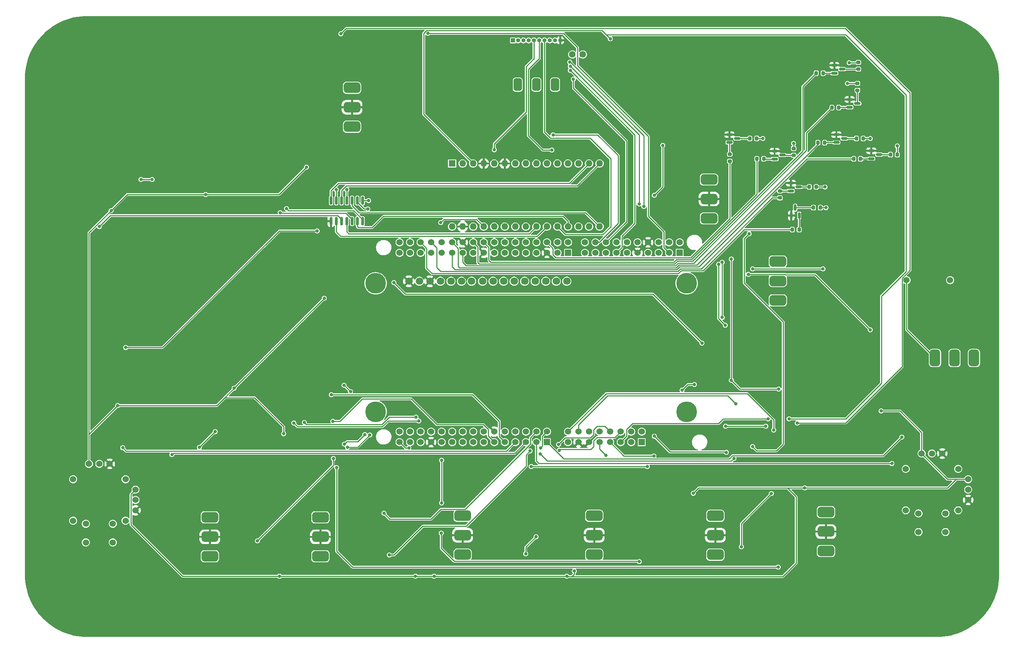
<source format=gbr>
%TF.GenerationSoftware,KiCad,Pcbnew,(7.0.0)*%
%TF.CreationDate,2023-04-25T13:09:25+01:00*%
%TF.ProjectId,controller,636f6e74-726f-46c6-9c65-722e6b696361,V1.2*%
%TF.SameCoordinates,Original*%
%TF.FileFunction,Copper,L2,Bot*%
%TF.FilePolarity,Positive*%
%FSLAX46Y46*%
G04 Gerber Fmt 4.6, Leading zero omitted, Abs format (unit mm)*
G04 Created by KiCad (PCBNEW (7.0.0)) date 2023-04-25 13:09:25*
%MOMM*%
%LPD*%
G01*
G04 APERTURE LIST*
G04 Aperture macros list*
%AMRoundRect*
0 Rectangle with rounded corners*
0 $1 Rounding radius*
0 $2 $3 $4 $5 $6 $7 $8 $9 X,Y pos of 4 corners*
0 Add a 4 corners polygon primitive as box body*
4,1,4,$2,$3,$4,$5,$6,$7,$8,$9,$2,$3,0*
0 Add four circle primitives for the rounded corners*
1,1,$1+$1,$2,$3*
1,1,$1+$1,$4,$5*
1,1,$1+$1,$6,$7*
1,1,$1+$1,$8,$9*
0 Add four rect primitives between the rounded corners*
20,1,$1+$1,$2,$3,$4,$5,0*
20,1,$1+$1,$4,$5,$6,$7,0*
20,1,$1+$1,$6,$7,$8,$9,0*
20,1,$1+$1,$8,$9,$2,$3,0*%
G04 Aperture macros list end*
%TA.AperFunction,ComponentPad*%
%ADD10C,1.524000*%
%TD*%
%TA.AperFunction,ComponentPad*%
%ADD11RoundRect,0.625000X-1.375000X0.625000X-1.375000X-0.625000X1.375000X-0.625000X1.375000X0.625000X0*%
%TD*%
%TA.AperFunction,ComponentPad*%
%ADD12RoundRect,0.500000X-0.500000X-1.000000X0.500000X-1.000000X0.500000X1.000000X-0.500000X1.000000X0*%
%TD*%
%TA.AperFunction,ComponentPad*%
%ADD13RoundRect,0.625000X-0.625000X-1.375000X0.625000X-1.375000X0.625000X1.375000X-0.625000X1.375000X0*%
%TD*%
%TA.AperFunction,ComponentPad*%
%ADD14R,1.000000X1.000000*%
%TD*%
%TA.AperFunction,ComponentPad*%
%ADD15O,1.000000X1.000000*%
%TD*%
%TA.AperFunction,WasherPad*%
%ADD16C,5.000000*%
%TD*%
%TA.AperFunction,ComponentPad*%
%ADD17C,1.800000*%
%TD*%
%TA.AperFunction,ComponentPad*%
%ADD18C,1.600000*%
%TD*%
%TA.AperFunction,SMDPad,CuDef*%
%ADD19RoundRect,0.200000X0.200000X0.275000X-0.200000X0.275000X-0.200000X-0.275000X0.200000X-0.275000X0*%
%TD*%
%TA.AperFunction,SMDPad,CuDef*%
%ADD20RoundRect,0.150000X0.150000X-0.825000X0.150000X0.825000X-0.150000X0.825000X-0.150000X-0.825000X0*%
%TD*%
%TA.AperFunction,SMDPad,CuDef*%
%ADD21RoundRect,0.200000X0.275000X-0.200000X0.275000X0.200000X-0.275000X0.200000X-0.275000X-0.200000X0*%
%TD*%
%TA.AperFunction,SMDPad,CuDef*%
%ADD22RoundRect,0.150000X-0.587500X-0.150000X0.587500X-0.150000X0.587500X0.150000X-0.587500X0.150000X0*%
%TD*%
%TA.AperFunction,SMDPad,CuDef*%
%ADD23RoundRect,0.200000X-0.200000X-0.275000X0.200000X-0.275000X0.200000X0.275000X-0.200000X0.275000X0*%
%TD*%
%TA.AperFunction,ComponentPad*%
%ADD24C,1.530000*%
%TD*%
%TA.AperFunction,ComponentPad*%
%ADD25R,1.530000X1.530000*%
%TD*%
%TA.AperFunction,SMDPad,CuDef*%
%ADD26RoundRect,0.200000X-0.275000X0.200000X-0.275000X-0.200000X0.275000X-0.200000X0.275000X0.200000X0*%
%TD*%
%TA.AperFunction,ComponentPad*%
%ADD27R,1.600000X1.600000*%
%TD*%
%TA.AperFunction,ComponentPad*%
%ADD28O,1.600000X1.600000*%
%TD*%
%TA.AperFunction,SMDPad,CuDef*%
%ADD29RoundRect,0.150000X0.150000X-0.587500X0.150000X0.587500X-0.150000X0.587500X-0.150000X-0.587500X0*%
%TD*%
%TA.AperFunction,ViaPad*%
%ADD30C,0.800000*%
%TD*%
%TA.AperFunction,Conductor*%
%ADD31C,0.250000*%
%TD*%
G04 APERTURE END LIST*
D10*
%TO.P,U7,Earth*%
%TO.N,N/C*%
X237455000Y-124410000D03*
X237455000Y-134410000D03*
X250105000Y-124410000D03*
X250105000Y-134410000D03*
%TO.P,U7,SW1*%
%TO.N,unconnected-(U7-PadSW1)*%
X240530000Y-135160000D03*
X247030000Y-135160000D03*
%TO.P,U7,SW2*%
%TO.N,unconnected-(U7-PadSW2)*%
X240530000Y-139660000D03*
X247030000Y-139660000D03*
%TO.P,U7,X1*%
%TO.N,+3V3*%
X241280000Y-120680000D03*
%TO.P,U7,X2*%
%TO.N,Net-(C24-Pad2)*%
X243780000Y-120680000D03*
%TO.P,U7,X3*%
%TO.N,Earth*%
X246280000Y-120680000D03*
%TO.P,U7,Y1*%
%TO.N,+3V3*%
X252510000Y-126910000D03*
%TO.P,U7,Y2*%
%TO.N,Net-(C23-Pad2)*%
X252510000Y-129410000D03*
%TO.P,U7,Y3*%
%TO.N,Earth*%
X252510000Y-131910000D03*
%TD*%
D11*
%TO.P,SW2,1,A*%
%TO.N,Net-(D10-A)*%
X218220000Y-134830000D03*
%TO.P,SW2,2,B*%
%TO.N,Earth*%
X218220000Y-139530000D03*
%TO.P,SW2,3,C*%
%TO.N,unconnected-(SW2-C-Pad3)*%
X218220000Y-144230000D03*
%TD*%
%TO.P,LIGHTS1,1,A*%
%TO.N,Net-(D30-A)*%
X191550000Y-135720000D03*
%TO.P,LIGHTS1,2,B*%
%TO.N,Earth*%
X191550000Y-140420000D03*
%TO.P,LIGHTS1,3,C*%
%TO.N,unconnected-(LIGHTS1-C-Pad3)*%
X191550000Y-145120000D03*
%TD*%
D12*
%TO.P,PWR_SW1,1,A*%
%TO.N,+12V*%
X143870000Y-31580000D03*
%TO.P,PWR_SW1,2,B*%
%TO.N,Net-(D45-K)*%
X148370000Y-31580000D03*
%TO.P,PWR_SW1,3,C*%
%TO.N,unconnected-(PWR_SW1-C-Pad3)*%
X152870000Y-31580000D03*
%TD*%
D13*
%TO.P,BUZZER_ON/OFF1,1,A*%
%TO.N,Net-(BUZZER_ON/OFF1-A)*%
X244510000Y-97620000D03*
%TO.P,BUZZER_ON/OFF1,2,B*%
%TO.N,+5V*%
X249210000Y-97620000D03*
%TO.P,BUZZER_ON/OFF1,3,C*%
%TO.N,unconnected-(BUZZER_ON/OFF1-C-Pad3)*%
X253910000Y-97620000D03*
%TD*%
D14*
%TO.P,J1,1,Pin_1*%
%TO.N,VIN*%
X142699999Y-20899999D03*
D15*
%TO.P,J1,2,Pin_2*%
%TO.N,MOSI_1*%
X143969999Y-20899999D03*
%TO.P,J1,3,Pin_3*%
%TO.N,MISO_1*%
X145239999Y-20899999D03*
%TO.P,J1,4,Pin_4*%
%TO.N,CLK_1*%
X146509999Y-20899999D03*
%TO.P,J1,5,Pin_5*%
%TO.N,MOSI_2*%
X147779999Y-20899999D03*
%TO.P,J1,6,Pin_6*%
%TO.N,MISO_2*%
X149049999Y-20899999D03*
%TO.P,J1,7,Pin_7*%
%TO.N,CLK_2*%
X150319999Y-20899999D03*
%TO.P,J1,8,Pin_8*%
%TO.N,Net-(J1-Pin_8)*%
X151589999Y-20899999D03*
%TO.P,J1,9,Pin_9*%
%TO.N,Net-(J1-Pin_9)*%
X152859999Y-20899999D03*
%TO.P,J1,10,Pin_10*%
%TO.N,Earth*%
X154129999Y-20899999D03*
%TD*%
D11*
%TO.P,REV_BRAKE1,1,A*%
%TO.N,Net-(D31-A)*%
X130590000Y-135720000D03*
%TO.P,REV_BRAKE1,2,B*%
%TO.N,Earth*%
X130590000Y-140420000D03*
%TO.P,REV_BRAKE1,3,C*%
%TO.N,Net-(D32-A)*%
X130590000Y-145120000D03*
%TD*%
%TO.P,KILL_SWITCH1,1,A*%
%TO.N,Net-(D27-A)*%
X190000000Y-54500000D03*
%TO.P,KILL_SWITCH1,2,B*%
%TO.N,Earth*%
X190000000Y-59200000D03*
%TO.P,KILL_SWITCH1,3,C*%
%TO.N,unconnected-(KILL_SWITCH1-C-Pad3)*%
X190000000Y-63900000D03*
%TD*%
D10*
%TO.P,BZ1,1,-*%
%TO.N,Net-(BUZZER_ON/OFF1-A)*%
X237650000Y-78800000D03*
%TO.P,BZ1,2,+*%
%TO.N,Net-(BZ1-+)*%
X248150000Y-78800000D03*
%TD*%
D11*
%TO.P,AS_DEC_SW1,1,1*%
%TO.N,Net-(D28-A)*%
X103920000Y-32340000D03*
%TO.P,AS_DEC_SW1,2,2*%
%TO.N,Earth*%
X103920000Y-37040000D03*
%TO.P,AS_DEC_SW1,3,3*%
%TO.N,Net-(D29-A)*%
X103920000Y-41740000D03*
%TD*%
D10*
%TO.P,U6,Earth*%
%TO.N,N/C*%
X36635000Y-126910000D03*
X36635000Y-136910000D03*
X49285000Y-126910000D03*
X49285000Y-136910000D03*
%TO.P,U6,SW1*%
%TO.N,unconnected-(U6-PadSW1)*%
X39710000Y-137660000D03*
X46210000Y-137660000D03*
%TO.P,U6,SW2*%
%TO.N,unconnected-(U6-PadSW2)*%
X39710000Y-142160000D03*
X46210000Y-142160000D03*
%TO.P,U6,X1*%
%TO.N,+3V3*%
X40460000Y-123180000D03*
%TO.P,U6,X2*%
%TO.N,Net-(C22-Pad2)*%
X42960000Y-123180000D03*
%TO.P,U6,X3*%
%TO.N,Earth*%
X45460000Y-123180000D03*
%TO.P,U6,Y1*%
%TO.N,+3V3*%
X51690000Y-129410000D03*
%TO.P,U6,Y2*%
%TO.N,Net-(C21-Pad2)*%
X51690000Y-131910000D03*
%TO.P,U6,Y3*%
%TO.N,Earth*%
X51690000Y-134410000D03*
%TD*%
D11*
%TO.P,SW1,1,A*%
%TO.N,Net-(D9-A)*%
X69630000Y-136100000D03*
%TO.P,SW1,2,B*%
%TO.N,Earth*%
X69630000Y-140800000D03*
%TO.P,SW1,3,C*%
%TO.N,unconnected-(SW1-C-Pad3)*%
X69630000Y-145500000D03*
%TD*%
%TO.P,MOTOR_ENGAGE1,1,A*%
%TO.N,Net-(D33-A)*%
X96300000Y-136100000D03*
%TO.P,MOTOR_ENGAGE1,2,B*%
%TO.N,Earth*%
X96300000Y-140800000D03*
%TO.P,MOTOR_ENGAGE1,3,C*%
%TO.N,Net-(D34-A)*%
X96300000Y-145500000D03*
%TD*%
%TO.P,ASCEND2,1,A*%
%TO.N,Net-(ASCEND2-A)*%
X206600000Y-74300000D03*
%TO.P,ASCEND2,2,B*%
%TO.N,+5V*%
X206600000Y-79000000D03*
%TO.P,ASCEND2,3,C*%
%TO.N,unconnected-(ASCEND2-C-Pad3)*%
X206600000Y-83700000D03*
%TD*%
%TO.P,MOTOR_MODE1,1,A*%
%TO.N,Net-(D25-A)*%
X162340000Y-135720000D03*
%TO.P,MOTOR_MODE1,2,B*%
%TO.N,Earth*%
X162340000Y-140420000D03*
%TO.P,MOTOR_MODE1,3,C*%
%TO.N,Net-(D26-A)*%
X162340000Y-145120000D03*
%TD*%
D16*
%TO.P,U8,*%
%TO.N,*%
X109600000Y-79580000D03*
X109600000Y-110580000D03*
X184600000Y-79580000D03*
X184600000Y-110580000D03*
D17*
%TO.P,U8,1,LEDK*%
%TO.N,Earth*%
X117600000Y-79080000D03*
%TO.P,U8,2,LEDA*%
%TO.N,Net-(U8-LEDA)*%
X120140000Y-79080000D03*
%TO.P,U8,3,VSS*%
%TO.N,Earth*%
X122680000Y-79080000D03*
%TO.P,U8,4,VDD*%
%TO.N,+5V*%
X125220000Y-79080000D03*
%TO.P,U8,5,Vo*%
%TO.N,Net-(U8-Vo)*%
X127760000Y-79080000D03*
%TO.P,U8,6,RS*%
%TO.N,LCD_RS*%
X130300000Y-79080000D03*
%TO.P,U8,7,R/~{W}*%
%TO.N,LCD_R{slash}W*%
X132740000Y-79080000D03*
%TO.P,U8,8,E*%
%TO.N,LCD_E*%
X135380000Y-79080000D03*
%TO.P,U8,9,DB0*%
%TO.N,unconnected-(U8-DB0-Pad9)*%
X137920000Y-79080000D03*
%TO.P,U8,10,DB1*%
%TO.N,unconnected-(U8-DB1-Pad10)*%
X140460000Y-79080000D03*
%TO.P,U8,11,DB2*%
%TO.N,unconnected-(U8-DB2-Pad11)*%
X143000000Y-79080000D03*
%TO.P,U8,12,DB3*%
%TO.N,unconnected-(U8-DB3-Pad12)*%
X145540000Y-79080000D03*
%TO.P,U8,13,DB4*%
%TO.N,LCD_D4*%
X148080000Y-79080000D03*
%TO.P,U8,14,DB5*%
%TO.N,LCD_D5*%
X150620000Y-79080000D03*
%TO.P,U8,15,DB6*%
%TO.N,LCD_D6*%
X153160000Y-79080000D03*
%TO.P,U8,16,DB7*%
%TO.N,LCD_D7*%
X155700000Y-79080000D03*
%TD*%
D18*
%TO.P,JP19,1,A*%
%TO.N,Net-(J1-Pin_9)*%
X157030000Y-24300000D03*
%TO.P,JP19,2,B*%
%TO.N,Net-(J1-Pin_8)*%
X159570000Y-24300000D03*
%TD*%
D19*
%TO.P,R25,1*%
%TO.N,Net-(Q8-B)*%
X226550000Y-49500000D03*
%TO.P,R25,2*%
%TO.N,COL_SENS_4*%
X224900000Y-49500000D03*
%TD*%
%TO.P,R43,1*%
%TO.N,Net-(Q21-B)*%
X221300000Y-37100000D03*
%TO.P,R43,2*%
%TO.N,COL_SENS_2*%
X219650000Y-37100000D03*
%TD*%
D20*
%TO.P,U5,1*%
%TO.N,D_UP_SB*%
X106460000Y-64535000D03*
%TO.P,U5,2*%
%TO.N,D_UP*%
X105190000Y-64535000D03*
%TO.P,U5,3*%
%TO.N,D_DOWN_SB*%
X103920000Y-64535000D03*
%TO.P,U5,4*%
%TO.N,D_DOWN*%
X102650000Y-64535000D03*
%TO.P,U5,5*%
%TO.N,D_LEFT_SB*%
X101380000Y-64535000D03*
%TO.P,U5,6*%
%TO.N,D_LEFT*%
X100110000Y-64535000D03*
%TO.P,U5,7,GND*%
%TO.N,Earth*%
X98840000Y-64535000D03*
%TO.P,U5,8*%
%TO.N,D_RIGHT*%
X98840000Y-59585000D03*
%TO.P,U5,9*%
%TO.N,D_RIGHT_SB*%
X100110000Y-59585000D03*
%TO.P,U5,10*%
%TO.N,D_SEL*%
X101380000Y-59585000D03*
%TO.P,U5,11*%
%TO.N,D_SEL_SB*%
X102650000Y-59585000D03*
%TO.P,U5,12*%
%TO.N,D_BACK*%
X103920000Y-59585000D03*
%TO.P,U5,13*%
%TO.N,D_BACK_SB*%
X105190000Y-59585000D03*
%TO.P,U5,14,VCC*%
%TO.N,+3V3*%
X106460000Y-59585000D03*
%TD*%
D21*
%TO.P,R39,1*%
%TO.N,Net-(Q17-C)*%
X226000000Y-27850000D03*
%TO.P,R39,2*%
%TO.N,Net-(D19-K)*%
X226000000Y-26200000D03*
%TD*%
D22*
%TO.P,Q22,1,B*%
%TO.N,Net-(Q22-B)*%
X194925000Y-45550000D03*
%TO.P,Q22,2,E*%
%TO.N,Earth*%
X194925000Y-43650000D03*
%TO.P,Q22,3,C*%
%TO.N,Net-(Q22-C)*%
X196800000Y-44600000D03*
%TD*%
D19*
%TO.P,R9,1*%
%TO.N,Net-(Q7-B)*%
X217900000Y-45600000D03*
%TO.P,R9,2*%
%TO.N,COL_SENS_3*%
X216250000Y-45600000D03*
%TD*%
D23*
%TO.P,R32,1*%
%TO.N,Net-(Q22-C)*%
X199850000Y-44600000D03*
%TO.P,R32,2*%
%TO.N,Net-(D16-K)*%
X201500000Y-44600000D03*
%TD*%
D19*
%TO.P,R10,1*%
%TO.N,Net-(Q18-B)*%
X203200000Y-49500000D03*
%TO.P,R10,2*%
%TO.N,COL_SENS_7*%
X201550000Y-49500000D03*
%TD*%
D23*
%TO.P,R40,1*%
%TO.N,Net-(Q13-C)*%
X214200000Y-56300000D03*
%TO.P,R40,2*%
%TO.N,Net-(D20-K)*%
X215850000Y-56300000D03*
%TD*%
D22*
%TO.P,Q8,1,B*%
%TO.N,Net-(Q8-B)*%
X229150000Y-49450000D03*
%TO.P,Q8,2,E*%
%TO.N,Earth*%
X229150000Y-47550000D03*
%TO.P,Q8,3,C*%
%TO.N,Net-(Q8-C)*%
X231025000Y-48500000D03*
%TD*%
D24*
%TO.P,U2,1,PC10*%
%TO.N,REV_LED*%
X168700000Y-115400000D03*
%TO.P,U2,2,PC11*%
%TO.N,BRAKE_LED*%
X166160000Y-115400000D03*
%TO.P,U2,3,PC12*%
%TO.N,REV_MODE*%
X163620000Y-115400000D03*
%TO.P,U2,4,PD2*%
%TO.N,BRAKE_MODE*%
X161080000Y-115400000D03*
%TO.P,U2,8,GND*%
%TO.N,Earth*%
X122980000Y-117940000D03*
%TO.P,U2,11,PF7*%
%TO.N,unconnected-(U2-PF7-Pad11)*%
X120440000Y-115400000D03*
%TO.P,U2,12,IOREF*%
%TO.N,unconnected-(U2-IOREF-Pad12)*%
X171240000Y-117940000D03*
%TO.P,U2,14,~{RST}*%
%TO.N,RESET*%
X168700000Y-117940000D03*
%TO.P,U2,16,+3V3*%
%TO.N,+3V3*%
X166160000Y-117940000D03*
%TO.P,U2,17,PA15*%
%TO.N,Earth*%
X172764000Y-72220000D03*
%TO.P,U2,18,+5V*%
%TO.N,+5V*%
X163620000Y-117940000D03*
%TO.P,U2,19,GND*%
%TO.N,Earth*%
X161080000Y-117940000D03*
%TO.P,U2,20,GND*%
X158540000Y-117940000D03*
%TO.P,U2,24,VIN*%
%TO.N,unconnected-(U2-VIN-Pad24)*%
X156000000Y-117940000D03*
%TO.P,U2,28,ETH_REF_CLK/PA0*%
%TO.N,unconnected-(U2-ETH_REF_CLK{slash}PA0-Pad28)*%
X120440000Y-72220000D03*
%TO.P,U2,29,PH0*%
%TO.N,MOTOR_MODE_2_LED*%
X125520000Y-117940000D03*
%TO.P,U2,31,PH1*%
%TO.N,MOTOR_MODE_2*%
X128060000Y-117940000D03*
%TO.P,U2,32,PA4*%
%TO.N,unconnected-(U2-PA4-Pad32)*%
X162604000Y-72220000D03*
%TO.P,U2,34,PB0*%
%TO.N,unconnected-(U2-PB0-Pad34)*%
X117900000Y-72220000D03*
%TO.P,U2,35,PC2*%
%TO.N,unconnected-(U2-PC2-Pad35)*%
X145840000Y-72220000D03*
%TO.P,U2,37,PC3*%
%TO.N,L_PITCH*%
X145840000Y-117940000D03*
%TO.P,U2,38,PC0*%
%TO.N,R_PITCH*%
X148380000Y-117940000D03*
%TO.P,U2,39,PD4*%
%TO.N,unconnected-(U2-PD4-Pad39)*%
X143300000Y-115400000D03*
%TO.P,U2,40,PD3*%
%TO.N,unconnected-(U2-PD3-Pad40)*%
X140760000Y-115400000D03*
%TO.P,U2,41,PD5*%
%TO.N,unconnected-(U2-PD5-Pad41)*%
X145840000Y-115400000D03*
%TO.P,U2,42,PG2*%
%TO.N,LIGHTS*%
X158540000Y-115400000D03*
%TO.P,U2,43,PD6*%
%TO.N,EN_LED*%
X148380000Y-115400000D03*
%TO.P,U2,44,PG3*%
%TO.N,LIGHTS_LED*%
X156000000Y-115400000D03*
%TO.P,U2,45,PD7*%
%TO.N,DE_LED*%
X150920000Y-115400000D03*
%TO.P,U2,46,PE2*%
%TO.N,unconnected-(U2-PE2-Pad46)*%
X135680000Y-115400000D03*
X125520000Y-72220000D03*
%TO.P,U2,47,PE3*%
%TO.N,unconnected-(U2-PE3-Pad47)*%
X125520000Y-115400000D03*
%TO.P,U2,48,PE4*%
%TO.N,unconnected-(U2-PE4-Pad48)*%
X133140000Y-115400000D03*
%TO.P,U2,49,GND*%
%TO.N,Earth*%
X138220000Y-115400000D03*
%TO.P,U2,50,PE5*%
%TO.N,unconnected-(U2-PE5-Pad50)*%
X130600000Y-115400000D03*
%TO.P,U2,52,PF2*%
%TO.N,MOTOR_MODE_1*%
X130600000Y-117940000D03*
%TO.P,U2,54,PF8*%
%TO.N,unconnected-(U2-PF8-Pad54)*%
X122980000Y-115400000D03*
%TO.P,U2,55,PD1*%
%TO.N,SWITCH_2*%
X117900000Y-117940000D03*
%TO.P,U2,56,PF9*%
%TO.N,SWITCH_1_LED*%
X117900000Y-115400000D03*
%TO.P,U2,57,PD0*%
%TO.N,SWITCH_1*%
X120440000Y-117940000D03*
%TO.P,U2,58,PG1*%
%TO.N,SWITCH_2_LED*%
X115360000Y-115400000D03*
%TO.P,U2,59,PG0*%
%TO.N,MOTOR_MODE_1_LED*%
X115360000Y-117940000D03*
%TO.P,U2,60,GND*%
%TO.N,Earth*%
X175304000Y-69680000D03*
%TO.P,U2,62,PE6*%
%TO.N,unconnected-(U2-PE6-Pad62)*%
X128060000Y-115400000D03*
%TO.P,U2,63,PG9*%
%TO.N,unconnected-(U2-PG9-Pad63)*%
X138220000Y-69680000D03*
%TO.P,U2,73,PC9*%
%TO.N,KILL_LED*%
X171240000Y-115400000D03*
%TO.P,U2,74,PC8*%
%TO.N,KILL_SWITCH*%
X173780000Y-115400000D03*
%TO.P,U2,75,PB8*%
%TO.N,DESCEND*%
X182924000Y-69680000D03*
D25*
%TO.P,U2,76,PC6*%
%TO.N,DESCEND_LED*%
X182923999Y-72219999D03*
D24*
%TO.P,U2,77,PB9*%
%TO.N,ASCEND*%
X180384000Y-69680000D03*
D25*
%TO.P,U2,79,AVDD*%
%TO.N,unconnected-(U2-AVDD-Pad79)*%
X155999999Y-72219999D03*
D24*
X177844000Y-69680000D03*
%TO.P,U2,81,GND*%
%TO.N,Earth*%
X122980000Y-72220000D03*
%TO.P,U2,83,PA5*%
%TO.N,VIB_MOTOR*%
X172764000Y-69680000D03*
%TO.P,U2,85,PA6*%
%TO.N,BUZZER*%
X170224000Y-69680000D03*
%TO.P,U2,87,ETH_CRS_DV/PA7*%
%TO.N,unconnected-(U2-ETH_CRS_DV{slash}PA7-Pad87)*%
X133140000Y-117940000D03*
X167684000Y-69680000D03*
%TO.P,U2,88,PB12*%
%TO.N,unconnected-(U2-PB12-Pad88)*%
X175304000Y-72220000D03*
%TO.P,U2,89,PB6*%
%TO.N,unconnected-(U2-PB6-Pad89)*%
X140760000Y-72220000D03*
%TO.P,U2,90,PB11*%
%TO.N,unconnected-(U2-PB11-Pad90)*%
X115360000Y-69680000D03*
%TO.P,U2,91,PC7*%
%TO.N,unconnected-(U2-PC7-Pad91)*%
X170224000Y-72220000D03*
%TO.P,U2,92,GND*%
%TO.N,Earth*%
X130600000Y-69680000D03*
%TO.P,U2,94,PB2*%
%TO.N,unconnected-(U2-PB2-Pad94)*%
X138220000Y-72220000D03*
%TO.P,U2,96,PB1*%
%TO.N,unconnected-(U2-PB1-Pad96)*%
X148380000Y-72220000D03*
%TO.P,U2,97,PB10*%
%TO.N,unconnected-(U2-PB10-Pad97)*%
X117900000Y-69680000D03*
%TO.P,U2,98,PB15*%
%TO.N,ASCEND_LED*%
X180384000Y-72220000D03*
%TO.P,U2,99,PB4*%
%TO.N,MISO_1*%
X160064000Y-72220000D03*
%TO.P,U2,101,PB5*%
%TO.N,MOSI_1*%
X167684000Y-72220000D03*
%TO.P,U2,102,ETH_TXD1/PB13*%
%TO.N,unconnected-(U2-ETH_TXD1{slash}PB13-Pad102)*%
X177844000Y-72220000D03*
%TO.P,U2,103,SWO/PB3*%
%TO.N,CLK_1*%
X165144000Y-72220000D03*
%TO.P,U2,104,AGND*%
%TO.N,unconnected-(U2-AGND-Pad104)*%
X153460000Y-72220000D03*
%TO.P,U2,108,PF5*%
%TO.N,MOTOR_DE*%
X140760000Y-117940000D03*
D25*
%TO.P,U2,109,PA3*%
%TO.N,R_ROLL*%
X150919999Y-117939999D03*
D24*
%TO.P,U2,110,PF4*%
%TO.N,unconnected-(U2-PF4-Pad110)*%
X143300000Y-72220000D03*
%TO.P,U2,111,GND*%
%TO.N,Earth*%
X150920000Y-72220000D03*
%TO.P,U2,112,PE8*%
%TO.N,COL_SENS_7*%
X135680000Y-69680000D03*
%TO.P,U2,113,PD13*%
%TO.N,unconnected-(U2-PD13-Pad113)*%
X133140000Y-72220000D03*
%TO.P,U2,114,PF10*%
%TO.N,MOTOR_EN*%
X138220000Y-117940000D03*
%TO.P,U2,115,PD12*%
%TO.N,COL_SENS_2*%
X130600000Y-72220000D03*
%TO.P,U2,116,PE7*%
%TO.N,COL_SENS_1*%
X133140000Y-69680000D03*
%TO.P,U2,117,PD11*%
%TO.N,COL_SENS_4*%
X128060000Y-72220000D03*
%TO.P,U2,118,PD14*%
%TO.N,LED_1*%
X165144000Y-69680000D03*
%TO.P,U2,119,PE10*%
%TO.N,COL_SENS_3*%
X128060000Y-69680000D03*
%TO.P,U2,120,PD15*%
%TO.N,LED_2*%
X162604000Y-69680000D03*
%TO.P,U2,121,PE12*%
%TO.N,unconnected-(U2-PE12-Pad121)*%
X125520000Y-69680000D03*
%TO.P,U2,122,PF14*%
%TO.N,unconnected-(U2-PF14-Pad122)*%
X148380000Y-69680000D03*
%TO.P,U2,123,PE14*%
%TO.N,COL_SENS_5*%
X122980000Y-69680000D03*
%TO.P,U2,124,PE9*%
%TO.N,unconnected-(U2-PE9-Pad124)*%
X153460000Y-69680000D03*
%TO.P,U2,125,PE15*%
%TO.N,COL_SENS_6*%
X120440000Y-69680000D03*
%TO.P,U2,127,PE13*%
%TO.N,unconnected-(U2-PE13-Pad127)*%
X145840000Y-69680000D03*
%TO.P,U2,128,PE11*%
%TO.N,COL_SENS_8*%
X150920000Y-69680000D03*
%TO.P,U2,129,PF13*%
%TO.N,unconnected-(U2-PF13-Pad129)*%
X156000000Y-69680000D03*
%TO.P,U2,130,PF3*%
%TO.N,L_ROLL*%
X143300000Y-117940000D03*
%TO.P,U2,131,PF12*%
%TO.N,unconnected-(U2-PF12-Pad131)*%
X160064000Y-69680000D03*
%TO.P,U2,132,PF15*%
%TO.N,unconnected-(U2-PF15-Pad132)*%
X143300000Y-69680000D03*
%TO.P,U2,133,PG14*%
%TO.N,unconnected-(U2-PG14-Pad133)*%
X140760000Y-69680000D03*
%TO.P,U2,136,PE0*%
%TO.N,unconnected-(U2-PE0-Pad136)*%
X115360000Y-72220000D03*
%TO.P,U2,144,GND*%
%TO.N,Earth*%
X135680000Y-72220000D03*
%TO.P,U2,NC*%
%TO.N,N/C*%
X135680000Y-117940000D03*
D25*
X173779999Y-117939999D03*
%TD*%
D26*
%TO.P,R26,1*%
%TO.N,Net-(Q22-B)*%
X195000000Y-48400000D03*
%TO.P,R26,2*%
%TO.N,COL_SENS_8*%
X195000000Y-50050000D03*
%TD*%
D27*
%TO.P,U1,1,D1/TX*%
%TO.N,LCD_RS*%
X128049999Y-50629999D03*
D28*
%TO.P,U1,2,D0/RX*%
%TO.N,unconnected-(U1-D0{slash}RX-Pad2)*%
X130589999Y-50629999D03*
%TO.P,U1,3,~{RESET}*%
%TO.N,RESET*%
X133129999Y-50629999D03*
%TO.P,U1,4,GND*%
%TO.N,Earth*%
X135669999Y-50629999D03*
%TO.P,U1,5,D2*%
%TO.N,MOSI_2*%
X138209999Y-50629999D03*
%TO.P,U1,6,D3*%
%TO.N,Earth*%
X140749999Y-50629999D03*
%TO.P,U1,7,D4*%
%TO.N,LCD_D4*%
X143289999Y-50629999D03*
%TO.P,U1,8,D5*%
%TO.N,LCD_D5*%
X145829999Y-50629999D03*
%TO.P,U1,9,D6*%
%TO.N,LCD_D6*%
X148369999Y-50629999D03*
%TO.P,U1,10,D7*%
%TO.N,unconnected-(U1-D7-Pad10)*%
X150909999Y-50629999D03*
%TO.P,U1,11,D8*%
%TO.N,unconnected-(U1-D8-Pad11)*%
X153449999Y-50629999D03*
%TO.P,U1,12,D9*%
%TO.N,LCD_D7*%
X155989999Y-50629999D03*
%TO.P,U1,13,D10*%
%TO.N,MISO_2*%
X158529999Y-50629999D03*
%TO.P,U1,14,D11*%
%TO.N,D_RIGHT*%
X161069999Y-50629999D03*
%TO.P,U1,15,D12*%
%TO.N,D_SEL*%
X163609999Y-50629999D03*
%TO.P,U1,16,D13*%
%TO.N,D_BACK*%
X163609999Y-65869999D03*
%TO.P,U1,17,3V3*%
%TO.N,+3V3*%
X161069999Y-65869999D03*
%TO.P,U1,18,AREF*%
%TO.N,unconnected-(U1-AREF-Pad18)*%
X158529999Y-65869999D03*
%TO.P,U1,19,A0*%
%TO.N,D_UP*%
X155989999Y-65869999D03*
%TO.P,U1,20,A1*%
%TO.N,CLK_2*%
X153449999Y-65869999D03*
%TO.P,U1,21,A2*%
%TO.N,D_LEFT*%
X150909999Y-65869999D03*
%TO.P,U1,22,A3*%
%TO.N,D_DOWN*%
X148369999Y-65869999D03*
%TO.P,U1,23,A4*%
%TO.N,unconnected-(U1-A4-Pad23)*%
X145829999Y-65869999D03*
%TO.P,U1,24,A5*%
%TO.N,unconnected-(U1-A5-Pad24)*%
X143289999Y-65869999D03*
%TO.P,U1,25,A6*%
%TO.N,LCD_E*%
X140749999Y-65869999D03*
%TO.P,U1,26,A7*%
%TO.N,LCD_R{slash}W*%
X138209999Y-65869999D03*
%TO.P,U1,27,+5V*%
%TO.N,+5V*%
X135669999Y-65869999D03*
%TO.P,U1,28,~{RESET}*%
%TO.N,unconnected-(U1-~{RESET}-Pad28)*%
X133129999Y-65869999D03*
%TO.P,U1,29,GND*%
%TO.N,Earth*%
X130589999Y-65869999D03*
%TO.P,U1,30,VIN*%
%TO.N,unconnected-(U1-VIN-Pad30)*%
X128049999Y-65869999D03*
%TD*%
D19*
%TO.P,R35,1*%
%TO.N,Net-(Q17-B)*%
X217525000Y-28800000D03*
%TO.P,R35,2*%
%TO.N,COL_SENS_1*%
X215875000Y-28800000D03*
%TD*%
D22*
%TO.P,Q13,1,B*%
%TO.N,Net-(Q13-B)*%
X209725000Y-57250000D03*
%TO.P,Q13,2,E*%
%TO.N,Earth*%
X209725000Y-55350000D03*
%TO.P,Q13,3,C*%
%TO.N,Net-(Q13-C)*%
X211600000Y-56300000D03*
%TD*%
D29*
%TO.P,Q14,1,B*%
%TO.N,Net-(Q14-B)*%
X211750000Y-63175000D03*
%TO.P,Q14,2,E*%
%TO.N,Earth*%
X209850000Y-63175000D03*
%TO.P,Q14,3,C*%
%TO.N,Net-(Q14-C)*%
X210800000Y-61300000D03*
%TD*%
D22*
%TO.P,Q17,1,B*%
%TO.N,Net-(Q17-B)*%
X220225000Y-28800000D03*
%TO.P,Q17,2,E*%
%TO.N,Earth*%
X220225000Y-26900000D03*
%TO.P,Q17,3,C*%
%TO.N,Net-(Q17-C)*%
X222100000Y-27850000D03*
%TD*%
%TO.P,Q21,1,B*%
%TO.N,Net-(Q21-B)*%
X223925000Y-37050000D03*
%TO.P,Q21,2,E*%
%TO.N,Earth*%
X223925000Y-35150000D03*
%TO.P,Q21,3,C*%
%TO.N,Net-(Q21-C)*%
X225800000Y-36100000D03*
%TD*%
D21*
%TO.P,R16,1*%
%TO.N,Net-(Q18-C)*%
X210400000Y-48650000D03*
%TO.P,R16,2*%
%TO.N,Net-(D8-K)*%
X210400000Y-47000000D03*
%TD*%
D23*
%TO.P,R31,1*%
%TO.N,Net-(Q8-C)*%
X233775000Y-48500000D03*
%TO.P,R31,2*%
%TO.N,Net-(D15-K)*%
X235425000Y-48500000D03*
%TD*%
%TO.P,R48,1*%
%TO.N,Net-(Q14-C)*%
X215200000Y-61300000D03*
%TO.P,R48,2*%
%TO.N,Net-(D24-K)*%
X216850000Y-61300000D03*
%TD*%
D22*
%TO.P,Q18,1,B*%
%TO.N,Net-(Q18-B)*%
X205825000Y-49550000D03*
%TO.P,Q18,2,E*%
%TO.N,Earth*%
X205825000Y-47650000D03*
%TO.P,Q18,3,C*%
%TO.N,Net-(Q18-C)*%
X207700000Y-48600000D03*
%TD*%
D21*
%TO.P,R47,1*%
%TO.N,Net-(Q21-C)*%
X225800000Y-32950000D03*
%TO.P,R47,2*%
%TO.N,Net-(D23-K)*%
X225800000Y-31300000D03*
%TD*%
D26*
%TO.P,R36,1*%
%TO.N,Net-(Q13-B)*%
X207100000Y-57275000D03*
%TO.P,R36,2*%
%TO.N,COL_SENS_5*%
X207100000Y-58925000D03*
%TD*%
D23*
%TO.P,R15,1*%
%TO.N,Net-(Q7-C)*%
X225550000Y-44600000D03*
%TO.P,R15,2*%
%TO.N,Net-(D7-K)*%
X227200000Y-44600000D03*
%TD*%
D19*
%TO.P,R44,1*%
%TO.N,Net-(Q14-B)*%
X211750000Y-66600000D03*
%TO.P,R44,2*%
%TO.N,COL_SENS_6*%
X210100000Y-66600000D03*
%TD*%
D22*
%TO.P,Q7,1,B*%
%TO.N,Net-(Q7-B)*%
X220725000Y-45550000D03*
%TO.P,Q7,2,E*%
%TO.N,Earth*%
X220725000Y-43650000D03*
%TO.P,Q7,3,C*%
%TO.N,Net-(Q7-C)*%
X222600000Y-44600000D03*
%TD*%
D30*
%TO.N,LED_1*%
X157300000Y-30300000D03*
%TO.N,+3V3*%
X87400000Y-115900000D03*
X155700000Y-150300000D03*
X119200000Y-150300000D03*
X176800000Y-58300000D03*
X45802348Y-62002348D03*
X75500000Y-104900000D03*
X107900000Y-59600000D03*
X186200000Y-130300000D03*
X97200000Y-83200000D03*
X178850000Y-46250000D03*
X195400000Y-103000000D03*
X68600000Y-58100000D03*
X47400000Y-109100000D03*
X176700000Y-121275500D03*
X231500000Y-110400000D03*
X157500000Y-149100000D03*
X92900000Y-51500000D03*
X123700000Y-150300000D03*
X206800000Y-105100000D03*
X195400000Y-73700000D03*
X213100000Y-129000000D03*
X86400000Y-150300000D03*
%TO.N,BUZZER*%
X199500000Y-77400000D03*
X228900000Y-90800000D03*
%TO.N,R_ROLL*%
X236500000Y-116700000D03*
%TO.N,R_PITCH*%
X234100000Y-123100000D03*
%TO.N,L_ROLL*%
X48600000Y-119290000D03*
%TO.N,L_PITCH*%
X60450000Y-120950000D03*
%TO.N,+5V*%
X165100000Y-121100000D03*
X125300000Y-64900000D03*
X55700000Y-54500000D03*
X53000000Y-54500000D03*
%TO.N,RESET*%
X166200000Y-20500000D03*
X204275500Y-112299647D03*
X209300000Y-112300000D03*
%TO.N,SWITCH_1_SB*%
X67090000Y-119210000D03*
X70900000Y-115400000D03*
%TO.N,SWITCH_2_SB*%
X194000000Y-114075500D03*
X203700000Y-114100000D03*
%TO.N,KILL_SWITCH_SB*%
X199700000Y-67600000D03*
X200500000Y-119000000D03*
%TO.N,ASCEND_SB*%
X101200000Y-19300000D03*
X211300000Y-113300000D03*
%TO.N,DESCEND_SB*%
X188300000Y-94000000D03*
X114000000Y-79400000D03*
%TO.N,D_UP_SB*%
X88100000Y-61500000D03*
%TO.N,D_DOWN_SB*%
X86580000Y-62500000D03*
%TO.N,D_LEFT_SB*%
X42960000Y-65870000D03*
%TO.N,D_RIGHT_SB*%
X100110000Y-56980000D03*
%TO.N,D_SEL_SB*%
X102650000Y-56980000D03*
%TO.N,D_BACK_SB*%
X49310000Y-95080000D03*
X107700000Y-61600000D03*
X95500000Y-66900000D03*
%TO.N,Net-(D7-K)*%
X228900000Y-44600000D03*
%TO.N,Net-(D8-K)*%
X210400000Y-45800000D03*
%TO.N,Net-(D15-K)*%
X235400000Y-46400000D03*
%TO.N,Net-(D16-K)*%
X203000000Y-44600000D03*
%TO.N,Net-(D19-K)*%
X223800000Y-26300000D03*
%TO.N,Net-(D20-K)*%
X218000000Y-56300000D03*
%TO.N,Net-(D23-K)*%
X223400000Y-31300000D03*
%TO.N,Net-(D24-K)*%
X218200000Y-61300000D03*
%TO.N,MOSI_1*%
X156550249Y-28149751D03*
%TO.N,MISO_1*%
X173200000Y-60400000D03*
X156550958Y-27150251D03*
%TO.N,CLK_1*%
X156433123Y-26157721D03*
X174300000Y-61000000D03*
%TO.N,MOSI_2*%
X138200000Y-47324500D03*
%TO.N,MISO_2*%
X152100000Y-47365500D03*
%TO.N,MOTOR_MODE_1_LED*%
X117600000Y-119375500D03*
X175100000Y-123824500D03*
X147100000Y-123800000D03*
%TO.N,MOTOR_MODE_2_LED*%
X125500000Y-132600000D03*
X125500000Y-122300000D03*
X173200000Y-146800000D03*
X125400000Y-139900000D03*
%TO.N,BRAKE_LED*%
X153700000Y-118500000D03*
%TO.N,SWITCH_1_LED*%
X102092701Y-118407299D03*
X99400000Y-121900000D03*
X107000000Y-116100000D03*
X81100000Y-141800000D03*
%TO.N,ASCEND_LED*%
X122200000Y-19200000D03*
%TO.N,REV_LED*%
X148300000Y-140800000D03*
X153902300Y-119897700D03*
X145800000Y-144900000D03*
%TO.N,SWITCH_2_LED*%
X206700000Y-148100000D03*
X102799456Y-119131799D03*
X108200000Y-116200000D03*
X100200000Y-124100000D03*
%TO.N,LED_2*%
X152400000Y-43700000D03*
%TO.N,EN_LED*%
X111600000Y-135100000D03*
%TO.N,LIGHTS_LED*%
X205050000Y-130350000D03*
X197800000Y-143200000D03*
X205600000Y-115000000D03*
%TO.N,DE_LED*%
X146850000Y-120050000D03*
X149400000Y-119300000D03*
X112900000Y-145200000D03*
%TO.N,VIB_MOTOR*%
X217500000Y-76100000D03*
X200500000Y-76100000D03*
%TO.N,REV_MODE*%
X92400000Y-113200000D03*
X119350112Y-111925514D03*
%TO.N,BRAKE_MODE*%
X120000000Y-112800000D03*
X89885000Y-113300000D03*
%TO.N,LIGHTS*%
X196500000Y-108700000D03*
%TO.N,MOTOR_MODE_1*%
X176800000Y-116500000D03*
X194200000Y-120400000D03*
%TO.N,SWITCH_2*%
X103550000Y-105750000D03*
X102000000Y-104200000D03*
%TO.N,MOTOR_EN*%
X99300000Y-112900000D03*
%TO.N,ASCEND*%
X193924500Y-89700000D03*
X192300000Y-75000000D03*
%TO.N,DESCEND*%
X193200000Y-74500000D03*
X193200000Y-87800000D03*
%TO.N,KILL_LED*%
X186500000Y-104000000D03*
X183500000Y-105400000D03*
%TO.N,MOTOR_MODE_2*%
X196000000Y-121900000D03*
X149300000Y-120800000D03*
%TO.N,MOTOR_DE*%
X98900000Y-106500000D03*
%TD*%
D31*
%TO.N,LED_1*%
X157300000Y-32400000D02*
X157300000Y-30300000D01*
X170100000Y-64724000D02*
X170100000Y-63800000D01*
X170100000Y-45200000D02*
X157300000Y-32400000D01*
X170100000Y-63800000D02*
X170100000Y-45200000D01*
X165144000Y-69680000D02*
X170100000Y-64724000D01*
%TO.N,+3V3*%
X207800000Y-150400000D02*
X211000000Y-147200000D01*
X86300000Y-58100000D02*
X92900000Y-51500000D01*
X166160000Y-117940000D02*
X169495500Y-121275500D01*
X208900000Y-129000000D02*
X213100000Y-129000000D01*
X252510000Y-126910000D02*
X249600000Y-126910000D01*
X211000000Y-147200000D02*
X211000000Y-131100000D01*
X73200000Y-107200000D02*
X71300000Y-109100000D01*
X63000000Y-150300000D02*
X50603000Y-137903000D01*
X231500000Y-110400000D02*
X236100000Y-110400000D01*
X176800000Y-58300000D02*
X178850000Y-56250000D01*
X197900000Y-105100000D02*
X206800000Y-105100000D01*
X247510000Y-129000000D02*
X249600000Y-126910000D01*
X80400000Y-107200000D02*
X73200000Y-107200000D01*
X40460000Y-116040000D02*
X40460000Y-123180000D01*
X107885000Y-59585000D02*
X107900000Y-59600000D01*
X75500000Y-104900000D02*
X97200000Y-83200000D01*
X195400000Y-103000000D02*
X197500000Y-105100000D01*
X241280000Y-115580000D02*
X241280000Y-120680000D01*
X47400000Y-109100000D02*
X40460000Y-116040000D01*
X68600000Y-58100000D02*
X86300000Y-58100000D01*
X119200000Y-150300000D02*
X123700000Y-150300000D01*
X211000000Y-131100000D02*
X208900000Y-129000000D01*
X197500000Y-105100000D02*
X197900000Y-105100000D01*
X156900000Y-150400000D02*
X207800000Y-150400000D01*
X106460000Y-59585000D02*
X107885000Y-59585000D01*
X40460000Y-67344695D02*
X45802348Y-62002348D01*
X236100000Y-110400000D02*
X241280000Y-115580000D01*
X49704695Y-58100000D02*
X68600000Y-58100000D01*
X186200000Y-130300000D02*
X187500000Y-129000000D01*
X75500000Y-104900000D02*
X73200000Y-107200000D01*
X169495500Y-121275500D02*
X176700000Y-121275500D01*
X50603000Y-130497000D02*
X51690000Y-129410000D01*
X157500000Y-149100000D02*
X157500000Y-149800000D01*
X87400000Y-115900000D02*
X87400000Y-114200000D01*
X155800000Y-150400000D02*
X156900000Y-150400000D01*
X195400000Y-103000000D02*
X195400000Y-73700000D01*
X40460000Y-116040000D02*
X40460000Y-67344695D01*
X247510000Y-126910000D02*
X241280000Y-120680000D01*
X86400000Y-150300000D02*
X63000000Y-150300000D01*
X155700000Y-150300000D02*
X155800000Y-150400000D01*
X86400000Y-150300000D02*
X119200000Y-150300000D01*
X87400000Y-114200000D02*
X80400000Y-107200000D01*
X178850000Y-56250000D02*
X178850000Y-46250000D01*
X249600000Y-126910000D02*
X247510000Y-126910000D01*
X50603000Y-137903000D02*
X50603000Y-130497000D01*
X155700000Y-150300000D02*
X123700000Y-150300000D01*
X187500000Y-129000000D02*
X208900000Y-129000000D01*
X71300000Y-109100000D02*
X47400000Y-109100000D01*
X45802348Y-62002348D02*
X49704695Y-58100000D01*
X213100000Y-129000000D02*
X247510000Y-129000000D01*
X157500000Y-149800000D02*
X156900000Y-150400000D01*
%TO.N,BUZZER*%
X228900000Y-90800000D02*
X215600000Y-77500000D01*
X208343503Y-77400000D02*
X199500000Y-77400000D01*
X208443503Y-77500000D02*
X208343503Y-77400000D01*
X215600000Y-77500000D02*
X208443503Y-77500000D01*
%TO.N,R_ROLL*%
X194874695Y-122000000D02*
X154980000Y-122000000D01*
X195699695Y-121175000D02*
X194874695Y-122000000D01*
X236500000Y-116700000D02*
X232025000Y-121175000D01*
X232025000Y-121175000D02*
X195699695Y-121175000D01*
X154980000Y-122000000D02*
X150920000Y-117940000D01*
%TO.N,R_PITCH*%
X234100000Y-123100000D02*
X149000000Y-123100000D01*
X149000000Y-123100000D02*
X148380000Y-122480000D01*
X148380000Y-122480000D02*
X148380000Y-117940000D01*
%TO.N,L_ROLL*%
X49410000Y-120100000D02*
X141140000Y-120100000D01*
X141140000Y-120100000D02*
X143300000Y-117940000D01*
X48600000Y-119290000D02*
X49410000Y-120100000D01*
%TO.N,L_PITCH*%
X60800000Y-120600000D02*
X143180000Y-120600000D01*
X60450000Y-120950000D02*
X60800000Y-120600000D01*
X143180000Y-120600000D02*
X145840000Y-117940000D01*
%TO.N,+5V*%
X133900000Y-64100000D02*
X135670000Y-65870000D01*
X125300000Y-64900000D02*
X126100000Y-64100000D01*
X55700000Y-54500000D02*
X53000000Y-54500000D01*
X126100000Y-64100000D02*
X133900000Y-64100000D01*
X165100000Y-121100000D02*
X163620000Y-119620000D01*
X163620000Y-119620000D02*
X163620000Y-117940000D01*
%TO.N,RESET*%
X237500000Y-76776353D02*
X231600000Y-82676353D01*
X171574903Y-113425097D02*
X192324292Y-113425097D01*
X165250000Y-19550000D02*
X166200000Y-20500000D01*
X231600000Y-82676353D02*
X231600000Y-92200000D01*
X121200000Y-38700000D02*
X121200000Y-19174695D01*
X121200000Y-19174695D02*
X121899695Y-18475000D01*
X164175000Y-18475000D02*
X165250000Y-19550000D01*
X193449742Y-112299647D02*
X204275500Y-112299647D01*
X231600000Y-92200000D02*
X231600000Y-103700000D01*
X170150000Y-116490000D02*
X170150000Y-114850000D01*
X121899695Y-18475000D02*
X164175000Y-18475000D01*
X133130000Y-50630000D02*
X121200000Y-38700000D01*
X231600000Y-103700000D02*
X223000000Y-112300000D01*
X168700000Y-117940000D02*
X170150000Y-116490000D01*
X237500000Y-34100000D02*
X237500000Y-76776353D01*
X192324292Y-113425097D02*
X193449742Y-112299647D01*
X223000000Y-112300000D02*
X209300000Y-112300000D01*
X170150000Y-114850000D02*
X171574903Y-113425097D01*
X222950000Y-19550000D02*
X237500000Y-34100000D01*
X165250000Y-19550000D02*
X222950000Y-19550000D01*
%TO.N,Net-(BUZZER_ON/OFF1-A)*%
X237650000Y-90760000D02*
X237650000Y-78800000D01*
X244510000Y-97620000D02*
X237650000Y-90760000D01*
%TO.N,SWITCH_1_SB*%
X67090000Y-119210000D02*
X70900000Y-115400000D01*
%TO.N,SWITCH_2_SB*%
X194024500Y-114100000D02*
X194000000Y-114075500D01*
X203700000Y-114100000D02*
X194024500Y-114100000D01*
%TO.N,KILL_SWITCH_SB*%
X207900000Y-118400000D02*
X207900000Y-113800000D01*
X206300000Y-120000000D02*
X207900000Y-118400000D01*
X198500000Y-68800000D02*
X199700000Y-67600000D01*
X201500000Y-120000000D02*
X206300000Y-120000000D01*
X200500000Y-119000000D02*
X201500000Y-120000000D01*
X207900000Y-88900000D02*
X198500000Y-79500000D01*
X207900000Y-113800000D02*
X207900000Y-88900000D01*
X198500000Y-79500000D02*
X198500000Y-68800000D01*
%TO.N,ASCEND_SB*%
X223000000Y-113300000D02*
X236563000Y-99737000D01*
X238500000Y-76412749D02*
X238500000Y-33600000D01*
X211300000Y-113300000D02*
X223000000Y-113300000D01*
X236563000Y-78349749D02*
X238500000Y-76412749D01*
X236563000Y-99737000D02*
X236563000Y-78349749D01*
X102500000Y-18000000D02*
X101200000Y-19300000D01*
X222900000Y-18000000D02*
X102500000Y-18000000D01*
X238500000Y-33600000D02*
X222900000Y-18000000D01*
%TO.N,DESCEND_SB*%
X176500000Y-82200000D02*
X116800000Y-82200000D01*
X116800000Y-82200000D02*
X114000000Y-79400000D01*
X188300000Y-94000000D02*
X176500000Y-82200000D01*
%TO.N,D_UP_SB*%
X88100000Y-61500000D02*
X88600000Y-62000000D01*
X104301751Y-62000000D02*
X106460000Y-64158249D01*
X106460000Y-64158249D02*
X106460000Y-64535000D01*
X88600000Y-62000000D02*
X104301751Y-62000000D01*
%TO.N,D_DOWN_SB*%
X103920000Y-64158249D02*
X103920000Y-64535000D01*
X102361751Y-62600000D02*
X103920000Y-64158249D01*
X86580000Y-62500000D02*
X86680000Y-62600000D01*
X86680000Y-62600000D02*
X102361751Y-62600000D01*
%TO.N,D_LEFT_SB*%
X45595000Y-63235000D02*
X42960000Y-65870000D01*
X100456751Y-63235000D02*
X45595000Y-63235000D01*
X101380000Y-64535000D02*
X101380000Y-64158249D01*
X101380000Y-64158249D02*
X100456751Y-63235000D01*
%TO.N,D_RIGHT_SB*%
X100110000Y-59585000D02*
X100110000Y-56980000D01*
%TO.N,D_SEL_SB*%
X102650000Y-59585000D02*
X102650000Y-56980000D01*
%TO.N,D_BACK_SB*%
X106828249Y-61600000D02*
X105190000Y-59961751D01*
X86380000Y-66900000D02*
X58200000Y-95080000D01*
X95500000Y-66900000D02*
X86380000Y-66900000D01*
X107700000Y-61600000D02*
X106828249Y-61600000D01*
X105190000Y-59961751D02*
X105190000Y-59585000D01*
X58200000Y-95080000D02*
X49310000Y-95080000D01*
%TO.N,Net-(D7-K)*%
X228900000Y-44600000D02*
X227200000Y-44600000D01*
%TO.N,Net-(D8-K)*%
X210400000Y-45800000D02*
X210400000Y-47000000D01*
%TO.N,Net-(D15-K)*%
X235400000Y-46400000D02*
X235400000Y-48475000D01*
X235400000Y-48475000D02*
X235425000Y-48500000D01*
%TO.N,Net-(D16-K)*%
X203000000Y-44600000D02*
X201500000Y-44600000D01*
%TO.N,Net-(D19-K)*%
X225900000Y-26300000D02*
X226000000Y-26200000D01*
X223800000Y-26300000D02*
X225900000Y-26300000D01*
%TO.N,Net-(D20-K)*%
X218000000Y-56300000D02*
X215850000Y-56300000D01*
%TO.N,Net-(D23-K)*%
X223400000Y-31300000D02*
X225800000Y-31300000D01*
%TO.N,Net-(D24-K)*%
X218200000Y-61300000D02*
X216850000Y-61300000D01*
%TO.N,MOSI_1*%
X172100000Y-43699503D02*
X172100000Y-65100000D01*
X172100000Y-65100000D02*
X169000000Y-68200000D01*
X156550249Y-28149751D02*
X172100000Y-43699503D01*
X169000000Y-70904000D02*
X167684000Y-72220000D01*
X169000000Y-68200000D02*
X169000000Y-70904000D01*
%TO.N,MISO_1*%
X173200000Y-43774198D02*
X173200000Y-60400000D01*
X156550958Y-27150251D02*
X156576053Y-27150251D01*
X156576053Y-27150251D02*
X173200000Y-43774198D01*
%TO.N,CLK_1*%
X156433123Y-26157721D02*
X156583026Y-26157721D01*
X174300000Y-43874695D02*
X174300000Y-61000000D01*
X156583026Y-26157721D02*
X174300000Y-43874695D01*
%TO.N,MOSI_2*%
X145900000Y-38000000D02*
X145900000Y-38200000D01*
X145900000Y-27200000D02*
X145900000Y-38000000D01*
X145900000Y-38200000D02*
X138200000Y-45900000D01*
X147700000Y-25400000D02*
X145900000Y-27200000D01*
X147780000Y-25320000D02*
X147700000Y-25400000D01*
X138200000Y-45900000D02*
X138200000Y-47324500D01*
X147780000Y-20900000D02*
X147780000Y-25320000D01*
%TO.N,MISO_2*%
X152100000Y-47365500D02*
X149865500Y-47365500D01*
X149865500Y-47365500D02*
X146400000Y-43900000D01*
X146400000Y-43900000D02*
X146400000Y-27900000D01*
X146400000Y-27900000D02*
X149050000Y-25250000D01*
X149050000Y-25250000D02*
X149050000Y-20900000D01*
%TO.N,CLK_2*%
X151800000Y-44500000D02*
X161300000Y-44500000D01*
X161300000Y-44500000D02*
X166300000Y-49500000D01*
X150320000Y-43020000D02*
X151800000Y-44500000D01*
X164400000Y-67800000D02*
X155380000Y-67800000D01*
X166300000Y-65900000D02*
X164400000Y-67800000D01*
X150320000Y-20900000D02*
X150320000Y-43020000D01*
X155380000Y-67800000D02*
X153450000Y-65870000D01*
X166300000Y-49500000D02*
X166300000Y-65900000D01*
%TO.N,Net-(Q7-B)*%
X217950000Y-45550000D02*
X217900000Y-45600000D01*
X220725000Y-45550000D02*
X217950000Y-45550000D01*
%TO.N,Net-(Q7-C)*%
X225550000Y-44600000D02*
X222600000Y-44600000D01*
%TO.N,Net-(Q8-B)*%
X226600000Y-49450000D02*
X226550000Y-49500000D01*
X229150000Y-49450000D02*
X226600000Y-49450000D01*
%TO.N,Net-(Q8-C)*%
X233775000Y-48500000D02*
X231025000Y-48500000D01*
%TO.N,Net-(Q13-B)*%
X209700000Y-57275000D02*
X209725000Y-57250000D01*
X207100000Y-57275000D02*
X209700000Y-57275000D01*
%TO.N,Net-(Q13-C)*%
X211600000Y-56300000D02*
X214200000Y-56300000D01*
%TO.N,Net-(Q14-B)*%
X211750000Y-63175000D02*
X211750000Y-66600000D01*
%TO.N,Net-(Q14-C)*%
X215200000Y-61300000D02*
X210800000Y-61300000D01*
%TO.N,Net-(Q17-B)*%
X220225000Y-28800000D02*
X217525000Y-28800000D01*
%TO.N,Net-(Q17-C)*%
X226000000Y-27850000D02*
X222100000Y-27850000D01*
%TO.N,Net-(Q18-B)*%
X203250000Y-49550000D02*
X203200000Y-49500000D01*
X205825000Y-49550000D02*
X203250000Y-49550000D01*
%TO.N,Net-(Q18-C)*%
X207750000Y-48650000D02*
X207700000Y-48600000D01*
X210400000Y-48650000D02*
X207750000Y-48650000D01*
%TO.N,Net-(Q21-B)*%
X221350000Y-37050000D02*
X221300000Y-37100000D01*
X223925000Y-37050000D02*
X221350000Y-37050000D01*
%TO.N,Net-(Q21-C)*%
X225800000Y-32950000D02*
X225800000Y-36100000D01*
%TO.N,Net-(Q22-B)*%
X194925000Y-48325000D02*
X195000000Y-48400000D01*
X194925000Y-45550000D02*
X194925000Y-48325000D01*
%TO.N,Net-(Q22-C)*%
X199850000Y-44600000D02*
X196800000Y-44600000D01*
%TO.N,MOTOR_MODE_1_LED*%
X117600000Y-119375500D02*
X116795500Y-119375500D01*
X147100000Y-123800000D02*
X175075500Y-123800000D01*
X116795500Y-119375500D02*
X115360000Y-117940000D01*
X175075500Y-123800000D02*
X175100000Y-123824500D01*
%TO.N,MOTOR_MODE_2_LED*%
X125500000Y-122300000D02*
X125500000Y-132600000D01*
X128550000Y-146700000D02*
X173100000Y-146700000D01*
X173100000Y-146700000D02*
X173200000Y-146800000D01*
X128550000Y-146700000D02*
X125400000Y-143550000D01*
X125400000Y-143550000D02*
X125400000Y-139900000D01*
%TO.N,BRAKE_LED*%
X153700000Y-118500000D02*
X155350000Y-116850000D01*
X164860000Y-114100000D02*
X166160000Y-115400000D01*
X161450000Y-116850000D02*
X162200000Y-116100000D01*
X155350000Y-116850000D02*
X161450000Y-116850000D01*
X162200000Y-116100000D02*
X162200000Y-114918507D01*
X162200000Y-114918507D02*
X163018507Y-114100000D01*
X163018507Y-114100000D02*
X164860000Y-114100000D01*
%TO.N,SWITCH_1_LED*%
X105292701Y-117807299D02*
X107000000Y-116100000D01*
X102092701Y-118407299D02*
X102692701Y-117807299D01*
X102692701Y-117807299D02*
X105292701Y-117807299D01*
X99400000Y-121900000D02*
X99400000Y-123500000D01*
X99400000Y-123500000D02*
X81100000Y-141800000D01*
%TO.N,COL_SENS_3*%
X128060000Y-69680000D02*
X129510000Y-71130000D01*
X216250000Y-46007538D02*
X216250000Y-45600000D01*
X182090812Y-75800000D02*
X182740812Y-75150000D01*
X129510000Y-71130000D02*
X129510000Y-75510000D01*
X187107538Y-75150000D02*
X216250000Y-46007538D01*
X182740812Y-75150000D02*
X187107538Y-75150000D01*
X129800000Y-75800000D02*
X182090812Y-75800000D01*
X129510000Y-75510000D02*
X129800000Y-75800000D01*
%TO.N,COL_SENS_7*%
X181531624Y-74450000D02*
X182181624Y-73800000D01*
X182181624Y-73800000D02*
X185789468Y-73800000D01*
X185789468Y-73800000D02*
X201550000Y-58039468D01*
X201550000Y-58039468D02*
X201550000Y-49500000D01*
X137350000Y-74450000D02*
X181531624Y-74450000D01*
X136900000Y-74000000D02*
X137350000Y-74450000D01*
X136900000Y-70900000D02*
X136900000Y-74000000D01*
X135680000Y-69680000D02*
X136900000Y-70900000D01*
%TO.N,ASCEND_LED*%
X122200000Y-19200000D02*
X154900000Y-19200000D01*
X154900000Y-19200000D02*
X158300000Y-22600000D01*
X158300000Y-22600000D02*
X158300000Y-27000000D01*
X179100000Y-70936000D02*
X180384000Y-72220000D01*
X175400000Y-63400000D02*
X179100000Y-67100000D01*
X175400000Y-44100000D02*
X175400000Y-63400000D01*
X158300000Y-27000000D02*
X175400000Y-44100000D01*
X179100000Y-67100000D02*
X179100000Y-70936000D01*
%TO.N,REV_LED*%
X162200000Y-117600000D02*
X162200000Y-119000000D01*
X162200000Y-119000000D02*
X161500000Y-119700000D01*
X148300000Y-140800000D02*
X145800000Y-143300000D01*
X168700000Y-115400000D02*
X167300000Y-116800000D01*
X161500000Y-119700000D02*
X154100000Y-119700000D01*
X145800000Y-143300000D02*
X145800000Y-144900000D01*
X167300000Y-116800000D02*
X163000000Y-116800000D01*
X154100000Y-119700000D02*
X153902300Y-119897700D01*
X163000000Y-116800000D02*
X162200000Y-117600000D01*
%TO.N,SWITCH_2_LED*%
X104000000Y-148100000D02*
X100200000Y-144300000D01*
X206700000Y-148100000D02*
X104000000Y-148100000D01*
X105268201Y-119131799D02*
X108200000Y-116200000D01*
X102799456Y-119131799D02*
X105268201Y-119131799D01*
X100200000Y-144300000D02*
X100200000Y-124100000D01*
%TO.N,LED_2*%
X162604000Y-69680000D02*
X163520000Y-69680000D01*
X168100000Y-48700000D02*
X167300000Y-47900000D01*
X168100000Y-63200000D02*
X168100000Y-48700000D01*
X167300000Y-47900000D02*
X163100000Y-43700000D01*
X163100000Y-43700000D02*
X152400000Y-43700000D01*
X163520000Y-69680000D02*
X168100000Y-65100000D01*
X168100000Y-65100000D02*
X168100000Y-63200000D01*
%TO.N,COL_SENS_4*%
X182927208Y-75600000D02*
X187557538Y-75600000D01*
X128060000Y-72220000D02*
X128060000Y-75610000D01*
X128700000Y-76250000D02*
X182277208Y-76250000D01*
X182277208Y-76250000D02*
X182927208Y-75600000D01*
X187557538Y-75600000D02*
X213657538Y-49500000D01*
X128060000Y-75610000D02*
X128700000Y-76250000D01*
X213657538Y-49500000D02*
X224900000Y-49500000D01*
%TO.N,COL_SENS_8*%
X185603072Y-73350000D02*
X195000000Y-63953072D01*
X152370000Y-72671493D02*
X153048507Y-73350000D01*
X152370000Y-71130000D02*
X152370000Y-72671493D01*
X150920000Y-69680000D02*
X152370000Y-71130000D01*
X153048507Y-73350000D02*
X185603072Y-73350000D01*
X195000000Y-63953072D02*
X195000000Y-50050000D01*
%TO.N,EN_LED*%
X113000000Y-136500000D02*
X123000000Y-136500000D01*
X146930000Y-118391493D02*
X131176492Y-134145000D01*
X148380000Y-115400000D02*
X146930000Y-116850000D01*
X111600000Y-135100000D02*
X113000000Y-136500000D01*
X125355000Y-134145000D02*
X130700000Y-134145000D01*
X131176492Y-134145000D02*
X130700000Y-134145000D01*
X146930000Y-116850000D02*
X146930000Y-118391493D01*
X123000000Y-136500000D02*
X125355000Y-134145000D01*
%TO.N,COL_SENS_1*%
X134230000Y-74530000D02*
X134600000Y-74900000D01*
X134600000Y-74900000D02*
X181718020Y-74900000D01*
X133140000Y-69680000D02*
X134230000Y-70770000D01*
X181718020Y-74900000D02*
X182368020Y-74250000D01*
X182368020Y-74250000D02*
X186017462Y-74250000D01*
X134230000Y-70770000D02*
X134230000Y-74530000D01*
X186017462Y-74250000D02*
X212600000Y-47667462D01*
X212600000Y-32075000D02*
X215875000Y-28800000D01*
X212600000Y-47667462D02*
X212600000Y-32075000D01*
%TO.N,COL_SENS_5*%
X205275000Y-58925000D02*
X207100000Y-58925000D01*
X188150000Y-76050000D02*
X205275000Y-58925000D01*
X182463604Y-76700000D02*
X183113604Y-76050000D01*
X125300000Y-76700000D02*
X182463604Y-76700000D01*
X122980000Y-69680000D02*
X124300000Y-71000000D01*
X124300000Y-71000000D02*
X124300000Y-75700000D01*
X124300000Y-75700000D02*
X125300000Y-76700000D01*
X183113604Y-76050000D02*
X188150000Y-76050000D01*
%TO.N,LIGHTS_LED*%
X197800000Y-137600000D02*
X197800000Y-143200000D01*
X205600000Y-115000000D02*
X205600000Y-112574695D01*
X205600000Y-112574695D02*
X199225305Y-106200000D01*
X199225305Y-106200000D02*
X165200000Y-106200000D01*
X165200000Y-106200000D02*
X156000000Y-115400000D01*
X205050000Y-130350000D02*
X197800000Y-137600000D01*
%TO.N,DE_LED*%
X145900000Y-123753502D02*
X145900000Y-121000000D01*
X145900000Y-121000000D02*
X146850000Y-120050000D01*
X149830000Y-116490000D02*
X149830000Y-118870000D01*
X114000000Y-145200000D02*
X120950000Y-138250000D01*
X120950000Y-138250000D02*
X131403503Y-138250000D01*
X112900000Y-145200000D02*
X114000000Y-145200000D01*
X131403503Y-138250000D02*
X145900000Y-123753502D01*
X149830000Y-118870000D02*
X149400000Y-119300000D01*
X149830000Y-116490000D02*
X150920000Y-115400000D01*
%TO.N,COL_SENS_2*%
X130600000Y-74500000D02*
X131450000Y-75350000D01*
X130600000Y-72220000D02*
X130600000Y-74500000D01*
X182554416Y-74700000D02*
X186300000Y-74700000D01*
X213500000Y-47500000D02*
X213500000Y-43250000D01*
X186300000Y-74700000D02*
X213500000Y-47500000D01*
X213500000Y-43250000D02*
X219650000Y-37100000D01*
X181904416Y-75350000D02*
X182554416Y-74700000D01*
X131450000Y-75350000D02*
X181904416Y-75350000D01*
%TO.N,COL_SENS_6*%
X182600000Y-77200000D02*
X183300000Y-76500000D01*
X198500000Y-66600000D02*
X210100000Y-66600000D01*
X188600000Y-76500000D02*
X198500000Y-66600000D01*
X121890000Y-75890000D02*
X123200000Y-77200000D01*
X183300000Y-76500000D02*
X188600000Y-76500000D01*
X120440000Y-69680000D02*
X121890000Y-71130000D01*
X121890000Y-71130000D02*
X121890000Y-75890000D01*
X123200000Y-77200000D02*
X182600000Y-77200000D01*
%TO.N,VIB_MOTOR*%
X200500000Y-76100000D02*
X217500000Y-76100000D01*
%TO.N,D_RIGHT*%
X98840000Y-57224695D02*
X100664695Y-55400000D01*
X100664695Y-55400000D02*
X156300000Y-55400000D01*
X98840000Y-59585000D02*
X98840000Y-57224695D01*
X156300000Y-55400000D02*
X161070000Y-50630000D01*
%TO.N,D_BACK*%
X103920000Y-59585000D02*
X103920000Y-60820000D01*
X160240000Y-62500000D02*
X163610000Y-65870000D01*
X103920000Y-60820000D02*
X105600000Y-62500000D01*
X105600000Y-62500000D02*
X160240000Y-62500000D01*
%TO.N,D_UP*%
X108770000Y-66100000D02*
X111470000Y-63400000D01*
X155990000Y-64600000D02*
X155990000Y-65870000D01*
X111470000Y-63400000D02*
X154790000Y-63400000D01*
X105190000Y-64535000D02*
X105190000Y-65870000D01*
X105420000Y-66100000D02*
X108770000Y-66100000D01*
X154790000Y-63400000D02*
X155990000Y-64600000D01*
X105190000Y-65870000D02*
X105420000Y-66100000D01*
%TO.N,D_LEFT*%
X148580000Y-68200000D02*
X150910000Y-65870000D01*
X100110000Y-67140000D02*
X101170000Y-68200000D01*
X101170000Y-68200000D02*
X148580000Y-68200000D01*
X100110000Y-64535000D02*
X100110000Y-67140000D01*
%TO.N,D_DOWN*%
X103110000Y-67600000D02*
X146640000Y-67600000D01*
X102650000Y-67140000D02*
X103110000Y-67600000D01*
X102650000Y-64535000D02*
X102650000Y-67140000D01*
X146640000Y-67600000D02*
X148370000Y-65870000D01*
%TO.N,REV_MODE*%
X92900000Y-113700000D02*
X92400000Y-113200000D01*
X119324598Y-111900000D02*
X112900000Y-111900000D01*
X111100000Y-113700000D02*
X92900000Y-113700000D01*
X112900000Y-111900000D02*
X111100000Y-113700000D01*
X119350112Y-111925514D02*
X119324598Y-111900000D01*
%TO.N,BRAKE_MODE*%
X89885000Y-113300000D02*
X90785000Y-114200000D01*
X90785000Y-114200000D02*
X111236396Y-114200000D01*
X112636396Y-112800000D02*
X120000000Y-112800000D01*
X111236396Y-114200000D02*
X112636396Y-112800000D01*
%TO.N,LIGHTS*%
X158540000Y-113760000D02*
X158540000Y-115400000D01*
X196500000Y-108700000D02*
X194500000Y-106700000D01*
X165600000Y-106700000D02*
X158540000Y-113760000D01*
X194500000Y-106700000D02*
X165600000Y-106700000D01*
%TO.N,MOTOR_MODE_1*%
X180600000Y-120300000D02*
X176800000Y-116500000D01*
X194100000Y-120300000D02*
X180600000Y-120300000D01*
X194200000Y-120400000D02*
X194100000Y-120300000D01*
%TO.N,SWITCH_2*%
X102000000Y-104200000D02*
X103550000Y-105750000D01*
%TO.N,MOTOR_EN*%
X101000000Y-112900000D02*
X106400000Y-107500000D01*
X136770000Y-116490000D02*
X138220000Y-117940000D01*
X135600000Y-113700000D02*
X136770000Y-114870000D01*
X99300000Y-112900000D02*
X101000000Y-112900000D01*
X106400000Y-107500000D02*
X118200000Y-107500000D01*
X118200000Y-107500000D02*
X124400000Y-113700000D01*
X124400000Y-113700000D02*
X135600000Y-113700000D01*
X136770000Y-114870000D02*
X136770000Y-116490000D01*
%TO.N,ASCEND*%
X193924500Y-89700000D02*
X192300000Y-88075500D01*
X192300000Y-88075500D02*
X192300000Y-75000000D01*
%TO.N,DESCEND*%
X193200000Y-87800000D02*
X193200000Y-74500000D01*
%TO.N,KILL_LED*%
X186500000Y-104000000D02*
X184900000Y-104000000D01*
X184900000Y-104000000D02*
X183500000Y-105400000D01*
%TO.N,MOTOR_MODE_2*%
X149300000Y-120800000D02*
X151000000Y-122500000D01*
X195400000Y-122500000D02*
X196000000Y-121900000D01*
X151000000Y-122500000D02*
X195400000Y-122500000D01*
%TO.N,MOTOR_DE*%
X98900000Y-106500000D02*
X133000000Y-106500000D01*
X133000000Y-106500000D02*
X139400000Y-112900000D01*
X139400000Y-116580000D02*
X140760000Y-117940000D01*
X139400000Y-112900000D02*
X139400000Y-116580000D01*
%TO.N,D_SEL*%
X102604695Y-56000000D02*
X158240000Y-56000000D01*
X158240000Y-56000000D02*
X163610000Y-50630000D01*
X101380000Y-59585000D02*
X101380000Y-57224695D01*
X101380000Y-57224695D02*
X102604695Y-56000000D01*
%TD*%
%TA.AperFunction,Conductor*%
%TO.N,Earth*%
G36*
X162714290Y-115789813D02*
G01*
X162758858Y-115837087D01*
X162810456Y-115933622D01*
X162810460Y-115933629D01*
X162813331Y-115938999D01*
X162933985Y-116086015D01*
X163081001Y-116206669D01*
X163142768Y-116239684D01*
X163145496Y-116241142D01*
X163192770Y-116285710D01*
X163211019Y-116348065D01*
X163195233Y-116411089D01*
X163149745Y-116457479D01*
X163087043Y-116474500D01*
X163019627Y-116474500D01*
X163008819Y-116474028D01*
X162981999Y-116471681D01*
X162981996Y-116471681D01*
X162971193Y-116470736D01*
X162934697Y-116480514D01*
X162924149Y-116482853D01*
X162897635Y-116487528D01*
X162897631Y-116487529D01*
X162886955Y-116489412D01*
X162877566Y-116494831D01*
X162874118Y-116496087D01*
X162870788Y-116497639D01*
X162860316Y-116500446D01*
X162829371Y-116522112D01*
X162820264Y-116527914D01*
X162796940Y-116541380D01*
X162796934Y-116541384D01*
X162787545Y-116546806D01*
X162780574Y-116555112D01*
X162780573Y-116555114D01*
X162763262Y-116575744D01*
X162755956Y-116583716D01*
X161983714Y-117355958D01*
X161975742Y-117363264D01*
X161955114Y-117380573D01*
X161955112Y-117380574D01*
X161946806Y-117387545D01*
X161941384Y-117396934D01*
X161941380Y-117396940D01*
X161927914Y-117420264D01*
X161922112Y-117429371D01*
X161900446Y-117460316D01*
X161899120Y-117465262D01*
X161877703Y-117495848D01*
X161080000Y-118293553D01*
X160389258Y-118984293D01*
X160383347Y-118993572D01*
X160390780Y-119001683D01*
X160440644Y-119036598D01*
X160449994Y-119041996D01*
X160640782Y-119130962D01*
X160649067Y-119133978D01*
X160704370Y-119174158D01*
X160729977Y-119237539D01*
X160718106Y-119304858D01*
X160672366Y-119355658D01*
X160606656Y-119374500D01*
X159013344Y-119374500D01*
X158947634Y-119355658D01*
X158901894Y-119304858D01*
X158890023Y-119237539D01*
X158915630Y-119174158D01*
X158970933Y-119133978D01*
X158979217Y-119130962D01*
X159170013Y-119041993D01*
X159179345Y-119036605D01*
X159229220Y-119001682D01*
X159236651Y-118993573D01*
X159230737Y-118984290D01*
X158551542Y-118305095D01*
X158539999Y-118298431D01*
X158528457Y-118305095D01*
X157849258Y-118984293D01*
X157843347Y-118993572D01*
X157850780Y-119001683D01*
X157900644Y-119036598D01*
X157909994Y-119041996D01*
X158100782Y-119130962D01*
X158109067Y-119133978D01*
X158164370Y-119174158D01*
X158189977Y-119237539D01*
X158178106Y-119304858D01*
X158132366Y-119355658D01*
X158066656Y-119374500D01*
X154233032Y-119374500D01*
X154185579Y-119365061D01*
X154066571Y-119315766D01*
X154066568Y-119315765D01*
X154059062Y-119312656D01*
X154051003Y-119311595D01*
X153947392Y-119297954D01*
X153888091Y-119273390D01*
X153849017Y-119222467D01*
X153840639Y-119158829D01*
X153865203Y-119099528D01*
X153916121Y-119060456D01*
X154002841Y-119024536D01*
X154128282Y-118928282D01*
X154224536Y-118802841D01*
X154285044Y-118656762D01*
X154305682Y-118500000D01*
X154296752Y-118432180D01*
X154302273Y-118376136D01*
X154332009Y-118328315D01*
X154694524Y-117965800D01*
X154818744Y-117841582D01*
X154868107Y-117811332D01*
X154925823Y-117806790D01*
X154979310Y-117828945D01*
X155016910Y-117872968D01*
X155030425Y-117929263D01*
X155030425Y-117933939D01*
X155029828Y-117940000D01*
X155030425Y-117946061D01*
X155047872Y-118123205D01*
X155047873Y-118123210D01*
X155048470Y-118129271D01*
X155050237Y-118135096D01*
X155050238Y-118135101D01*
X155101805Y-118305095D01*
X155103678Y-118311269D01*
X155106547Y-118316637D01*
X155106549Y-118316641D01*
X155159314Y-118415358D01*
X155193331Y-118478999D01*
X155313985Y-118626015D01*
X155461001Y-118746669D01*
X155628731Y-118836322D01*
X155810729Y-118891530D01*
X156000000Y-118910172D01*
X156189271Y-118891530D01*
X156371269Y-118836322D01*
X156538999Y-118746669D01*
X156686015Y-118626015D01*
X156806669Y-118478999D01*
X156896322Y-118311269D01*
X156951530Y-118129271D01*
X156970172Y-117940000D01*
X156951530Y-117750729D01*
X156896322Y-117568731D01*
X156806669Y-117401001D01*
X156787928Y-117378165D01*
X156760714Y-117314679D01*
X156771686Y-117246483D01*
X156817441Y-117194738D01*
X156883781Y-117175500D01*
X157306078Y-117175500D01*
X157365721Y-117190786D01*
X157410659Y-117232875D01*
X157429813Y-117291390D01*
X157418460Y-117351905D01*
X157349037Y-117500782D01*
X157345345Y-117510924D01*
X157290860Y-117714269D01*
X157288988Y-117724886D01*
X157270640Y-117934605D01*
X157270640Y-117945395D01*
X157288988Y-118155113D01*
X157290860Y-118165730D01*
X157345345Y-118369075D01*
X157349037Y-118379217D01*
X157438003Y-118570005D01*
X157443401Y-118579355D01*
X157478314Y-118629217D01*
X157486427Y-118636651D01*
X157495705Y-118630740D01*
X158452318Y-117674127D01*
X158507905Y-117642033D01*
X158572093Y-117642033D01*
X158627680Y-117674127D01*
X159584290Y-118630737D01*
X159593573Y-118636651D01*
X159601682Y-118629220D01*
X159636605Y-118579345D01*
X159641993Y-118570013D01*
X159697618Y-118450725D01*
X159743375Y-118398550D01*
X159810000Y-118379130D01*
X159876625Y-118398550D01*
X159922382Y-118450725D01*
X159978003Y-118570005D01*
X159983401Y-118579355D01*
X160018314Y-118629217D01*
X160026427Y-118636651D01*
X160035705Y-118630740D01*
X161080000Y-117586447D01*
X161465970Y-117200475D01*
X161496396Y-117178166D01*
X161532114Y-117166041D01*
X161563045Y-117160588D01*
X161572451Y-117155156D01*
X161575900Y-117153901D01*
X161579199Y-117152362D01*
X161589684Y-117149554D01*
X161620635Y-117127880D01*
X161629733Y-117122085D01*
X161662455Y-117103194D01*
X161686748Y-117074241D01*
X161694035Y-117066289D01*
X162416296Y-116344029D01*
X162424264Y-116336729D01*
X162425479Y-116335710D01*
X162453194Y-116312455D01*
X162472091Y-116279721D01*
X162477890Y-116270622D01*
X162477925Y-116270573D01*
X162499554Y-116239684D01*
X162502362Y-116229199D01*
X162503901Y-116225900D01*
X162505156Y-116222451D01*
X162510588Y-116213045D01*
X162517150Y-116175822D01*
X162519478Y-116165321D01*
X162529263Y-116128807D01*
X162525972Y-116091189D01*
X162525500Y-116080382D01*
X162525500Y-115895540D01*
X162542521Y-115832838D01*
X162588911Y-115787350D01*
X162651935Y-115771564D01*
X162714290Y-115789813D01*
G37*
%TD.AperFunction*%
%TA.AperFunction,Conductor*%
G36*
X129837889Y-68539511D02*
G01*
X129882207Y-68578377D01*
X129897045Y-68616534D01*
X129909258Y-68635705D01*
X130588457Y-69314904D01*
X130600000Y-69321568D01*
X130611542Y-69314904D01*
X131290740Y-68635705D01*
X131302953Y-68616534D01*
X131317792Y-68578377D01*
X131362110Y-68539511D01*
X131419367Y-68525500D01*
X132783889Y-68525500D01*
X132850742Y-68545065D01*
X132896499Y-68597586D01*
X132906720Y-68666490D01*
X132878179Y-68730032D01*
X132819884Y-68768161D01*
X132774558Y-68781910D01*
X132774554Y-68781911D01*
X132768731Y-68783678D01*
X132763365Y-68786545D01*
X132763358Y-68786549D01*
X132606377Y-68870457D01*
X132606373Y-68870459D01*
X132601001Y-68873331D01*
X132596289Y-68877197D01*
X132596289Y-68877198D01*
X132458691Y-68990122D01*
X132458686Y-68990126D01*
X132453985Y-68993985D01*
X132450126Y-68998686D01*
X132450122Y-68998691D01*
X132371893Y-69094013D01*
X132333331Y-69141001D01*
X132330459Y-69146373D01*
X132330457Y-69146377D01*
X132246549Y-69303358D01*
X132246545Y-69303365D01*
X132243678Y-69308731D01*
X132241912Y-69314550D01*
X132241910Y-69314557D01*
X132190238Y-69484898D01*
X132190236Y-69484905D01*
X132188470Y-69490729D01*
X132187873Y-69496787D01*
X132187872Y-69496794D01*
X132172199Y-69655926D01*
X132169828Y-69680000D01*
X132170425Y-69686061D01*
X132187872Y-69863205D01*
X132187873Y-69863210D01*
X132188470Y-69869271D01*
X132190237Y-69875096D01*
X132190238Y-69875101D01*
X132241500Y-70044089D01*
X132243678Y-70051269D01*
X132246547Y-70056637D01*
X132246549Y-70056641D01*
X132272812Y-70105776D01*
X132333331Y-70218999D01*
X132453985Y-70366015D01*
X132601001Y-70486669D01*
X132768731Y-70576322D01*
X132950729Y-70631530D01*
X133140000Y-70650172D01*
X133329271Y-70631530D01*
X133489811Y-70582830D01*
X133555933Y-70581208D01*
X133613485Y-70613811D01*
X133868181Y-70868507D01*
X133895061Y-70908735D01*
X133904500Y-70956188D01*
X133904500Y-71336219D01*
X133885262Y-71402559D01*
X133833517Y-71448314D01*
X133765321Y-71459286D01*
X133701835Y-71432072D01*
X133683711Y-71417198D01*
X133683710Y-71417197D01*
X133678999Y-71413331D01*
X133553450Y-71346224D01*
X133516641Y-71326549D01*
X133516637Y-71326547D01*
X133511269Y-71323678D01*
X133505445Y-71321911D01*
X133505442Y-71321910D01*
X133335101Y-71270238D01*
X133335096Y-71270237D01*
X133329271Y-71268470D01*
X133323210Y-71267873D01*
X133323205Y-71267872D01*
X133146061Y-71250425D01*
X133140000Y-71249828D01*
X133133939Y-71250425D01*
X132956794Y-71267872D01*
X132956787Y-71267873D01*
X132950729Y-71268470D01*
X132944905Y-71270236D01*
X132944898Y-71270238D01*
X132774557Y-71321910D01*
X132774550Y-71321912D01*
X132768731Y-71323678D01*
X132763365Y-71326545D01*
X132763358Y-71326549D01*
X132606377Y-71410457D01*
X132606373Y-71410459D01*
X132601001Y-71413331D01*
X132596289Y-71417197D01*
X132596289Y-71417198D01*
X132458691Y-71530122D01*
X132458686Y-71530126D01*
X132453985Y-71533985D01*
X132450126Y-71538686D01*
X132450122Y-71538691D01*
X132375500Y-71629618D01*
X132333331Y-71681001D01*
X132330459Y-71686373D01*
X132330457Y-71686377D01*
X132246549Y-71843358D01*
X132246545Y-71843365D01*
X132243678Y-71848731D01*
X132241912Y-71854550D01*
X132241910Y-71854557D01*
X132190238Y-72024898D01*
X132190236Y-72024905D01*
X132188470Y-72030729D01*
X132187873Y-72036787D01*
X132187872Y-72036794D01*
X132172989Y-72187905D01*
X132169828Y-72220000D01*
X132170425Y-72226061D01*
X132187872Y-72403205D01*
X132187873Y-72403210D01*
X132188470Y-72409271D01*
X132190237Y-72415096D01*
X132190238Y-72415101D01*
X132241805Y-72585095D01*
X132243678Y-72591269D01*
X132246547Y-72596637D01*
X132246549Y-72596641D01*
X132293419Y-72684328D01*
X132333331Y-72758999D01*
X132453985Y-72906015D01*
X132601001Y-73026669D01*
X132768731Y-73116322D01*
X132950729Y-73171530D01*
X133140000Y-73190172D01*
X133329271Y-73171530D01*
X133511269Y-73116322D01*
X133678999Y-73026669D01*
X133701834Y-73007928D01*
X133765321Y-72980714D01*
X133833517Y-72991686D01*
X133885262Y-73037441D01*
X133904500Y-73103781D01*
X133904500Y-74510373D01*
X133904028Y-74521181D01*
X133901681Y-74548000D01*
X133901681Y-74548003D01*
X133900736Y-74558807D01*
X133903543Y-74569283D01*
X133910513Y-74595297D01*
X133912852Y-74605852D01*
X133917527Y-74632361D01*
X133917528Y-74632366D01*
X133919412Y-74643045D01*
X133924831Y-74652432D01*
X133926084Y-74655873D01*
X133927638Y-74659206D01*
X133930446Y-74669684D01*
X133952112Y-74700627D01*
X133957914Y-74709735D01*
X133971381Y-74733060D01*
X133971383Y-74733062D01*
X133976806Y-74742455D01*
X134005757Y-74766747D01*
X134013718Y-74774044D01*
X134052493Y-74812819D01*
X134082743Y-74862182D01*
X134087285Y-74919898D01*
X134065130Y-74973385D01*
X134021107Y-75010985D01*
X133964812Y-75024500D01*
X131636188Y-75024500D01*
X131588735Y-75015061D01*
X131548507Y-74988181D01*
X130961819Y-74401493D01*
X130934939Y-74361265D01*
X130925500Y-74313812D01*
X130925500Y-73215109D01*
X130943142Y-73151360D01*
X130991047Y-73105751D01*
X131133622Y-73029543D01*
X131133621Y-73029543D01*
X131138999Y-73026669D01*
X131286015Y-72906015D01*
X131406669Y-72758999D01*
X131496322Y-72591269D01*
X131551530Y-72409271D01*
X131570172Y-72220000D01*
X131551530Y-72030729D01*
X131496322Y-71848731D01*
X131406669Y-71681001D01*
X131286015Y-71533985D01*
X131138999Y-71413331D01*
X131013450Y-71346224D01*
X130976641Y-71326549D01*
X130976637Y-71326547D01*
X130971269Y-71323678D01*
X130965445Y-71321911D01*
X130965442Y-71321910D01*
X130795101Y-71270238D01*
X130795096Y-71270237D01*
X130789271Y-71268470D01*
X130783210Y-71267873D01*
X130783205Y-71267872D01*
X130606061Y-71250425D01*
X130600000Y-71249828D01*
X130593939Y-71250425D01*
X130416794Y-71267872D01*
X130416787Y-71267873D01*
X130410729Y-71268470D01*
X130404905Y-71270236D01*
X130404898Y-71270238D01*
X130234557Y-71321910D01*
X130234550Y-71321912D01*
X130228731Y-71323678D01*
X130223365Y-71326545D01*
X130223358Y-71326549D01*
X130066377Y-71410457D01*
X130066373Y-71410459D01*
X130061001Y-71413331D01*
X130056293Y-71417194D01*
X130056288Y-71417198D01*
X130038165Y-71432072D01*
X129974679Y-71459286D01*
X129906483Y-71448314D01*
X129854738Y-71402559D01*
X129835500Y-71336219D01*
X129835500Y-71149627D01*
X129835972Y-71138819D01*
X129837793Y-71118003D01*
X129839264Y-71101193D01*
X129829481Y-71064685D01*
X129827145Y-71054143D01*
X129822472Y-71027641D01*
X129820588Y-71016955D01*
X129815160Y-71007555D01*
X129813910Y-71004119D01*
X129812363Y-71000801D01*
X129809554Y-70990316D01*
X129793062Y-70966764D01*
X129787892Y-70959379D01*
X129782083Y-70950261D01*
X129778053Y-70943282D01*
X129772273Y-70933271D01*
X129755677Y-70869109D01*
X129774498Y-70805561D01*
X129823360Y-70760785D01*
X129888305Y-70747570D01*
X129950780Y-70769692D01*
X129960650Y-70776602D01*
X129969986Y-70781993D01*
X130160782Y-70870962D01*
X130170924Y-70874654D01*
X130374269Y-70929139D01*
X130384886Y-70931011D01*
X130594605Y-70949360D01*
X130605395Y-70949360D01*
X130815113Y-70931011D01*
X130825730Y-70929139D01*
X131029075Y-70874654D01*
X131039217Y-70870962D01*
X131230013Y-70781993D01*
X131239345Y-70776605D01*
X131289220Y-70741682D01*
X131296651Y-70733573D01*
X131290737Y-70724290D01*
X130246447Y-69680000D01*
X130958431Y-69680000D01*
X130965095Y-69691542D01*
X131644290Y-70370737D01*
X131653573Y-70376651D01*
X131661682Y-70369220D01*
X131696605Y-70319345D01*
X131701993Y-70310013D01*
X131790962Y-70119217D01*
X131794654Y-70109075D01*
X131849139Y-69905730D01*
X131851011Y-69895113D01*
X131869360Y-69685395D01*
X131869360Y-69674605D01*
X131851011Y-69464886D01*
X131849139Y-69454269D01*
X131794654Y-69250924D01*
X131790962Y-69240782D01*
X131701996Y-69049994D01*
X131696598Y-69040644D01*
X131661683Y-68990780D01*
X131653572Y-68983347D01*
X131644293Y-68989258D01*
X130965095Y-69668457D01*
X130958431Y-69680000D01*
X130246447Y-69680000D01*
X129555705Y-68989258D01*
X129546426Y-68983347D01*
X129538315Y-68990780D01*
X129503399Y-69040647D01*
X129498004Y-69049992D01*
X129409037Y-69240782D01*
X129405345Y-69250924D01*
X129350860Y-69454269D01*
X129348988Y-69464886D01*
X129330640Y-69674605D01*
X129330640Y-69685395D01*
X129348988Y-69895113D01*
X129350860Y-69905730D01*
X129405345Y-70109075D01*
X129409037Y-70119217D01*
X129498007Y-70310015D01*
X129501995Y-70316922D01*
X129518488Y-70373513D01*
X129506987Y-70431325D01*
X129470091Y-70477295D01*
X129416137Y-70501034D01*
X129357318Y-70497179D01*
X129306925Y-70466599D01*
X128993811Y-70153485D01*
X128961208Y-70095933D01*
X128962830Y-70029811D01*
X129011530Y-69869271D01*
X129030172Y-69680000D01*
X129011530Y-69490729D01*
X128956322Y-69308731D01*
X128866669Y-69141001D01*
X128746015Y-68993985D01*
X128598999Y-68873331D01*
X128520944Y-68831610D01*
X128436641Y-68786549D01*
X128436637Y-68786547D01*
X128431269Y-68783678D01*
X128409808Y-68777168D01*
X128380116Y-68768161D01*
X128321821Y-68730032D01*
X128293280Y-68666490D01*
X128303501Y-68597586D01*
X128349258Y-68545065D01*
X128416111Y-68525500D01*
X129780632Y-68525500D01*
X129837889Y-68539511D01*
G37*
%TD.AperFunction*%
%TA.AperFunction,Conductor*%
G36*
X135390742Y-68545065D02*
G01*
X135436499Y-68597586D01*
X135446720Y-68666490D01*
X135418179Y-68730032D01*
X135359884Y-68768161D01*
X135314558Y-68781910D01*
X135314554Y-68781911D01*
X135308731Y-68783678D01*
X135303365Y-68786545D01*
X135303358Y-68786549D01*
X135146377Y-68870457D01*
X135146373Y-68870459D01*
X135141001Y-68873331D01*
X135136289Y-68877197D01*
X135136289Y-68877198D01*
X134998691Y-68990122D01*
X134998686Y-68990126D01*
X134993985Y-68993985D01*
X134990126Y-68998686D01*
X134990122Y-68998691D01*
X134911893Y-69094013D01*
X134873331Y-69141001D01*
X134870459Y-69146373D01*
X134870457Y-69146377D01*
X134786549Y-69303358D01*
X134786545Y-69303365D01*
X134783678Y-69308731D01*
X134781912Y-69314550D01*
X134781910Y-69314557D01*
X134730238Y-69484898D01*
X134730236Y-69484905D01*
X134728470Y-69490729D01*
X134727873Y-69496787D01*
X134727872Y-69496794D01*
X134712199Y-69655926D01*
X134709828Y-69680000D01*
X134710425Y-69686061D01*
X134727872Y-69863205D01*
X134727873Y-69863210D01*
X134728470Y-69869271D01*
X134730237Y-69875096D01*
X134730238Y-69875101D01*
X134781500Y-70044089D01*
X134783678Y-70051269D01*
X134786547Y-70056637D01*
X134786549Y-70056641D01*
X134812812Y-70105776D01*
X134873331Y-70218999D01*
X134993985Y-70366015D01*
X135141001Y-70486669D01*
X135308731Y-70576322D01*
X135490729Y-70631530D01*
X135680000Y-70650172D01*
X135869271Y-70631530D01*
X136029811Y-70582830D01*
X136095933Y-70581208D01*
X136153485Y-70613811D01*
X136466599Y-70926925D01*
X136497179Y-70977318D01*
X136501034Y-71036137D01*
X136477295Y-71090091D01*
X136431325Y-71126987D01*
X136373513Y-71138488D01*
X136316922Y-71121995D01*
X136310015Y-71118007D01*
X136119217Y-71029037D01*
X136109075Y-71025345D01*
X135905730Y-70970860D01*
X135895113Y-70968988D01*
X135685395Y-70950640D01*
X135674605Y-70950640D01*
X135464886Y-70968988D01*
X135454269Y-70970860D01*
X135250924Y-71025345D01*
X135240782Y-71029037D01*
X135049992Y-71118004D01*
X135040647Y-71123399D01*
X134990780Y-71158315D01*
X134983347Y-71166426D01*
X134989258Y-71175705D01*
X135945871Y-72132318D01*
X135977965Y-72187905D01*
X135977965Y-72252093D01*
X135945871Y-72307680D01*
X134989258Y-73264293D01*
X134983347Y-73273572D01*
X134990780Y-73281683D01*
X135040644Y-73316598D01*
X135049994Y-73321996D01*
X135240782Y-73410962D01*
X135250924Y-73414654D01*
X135454269Y-73469139D01*
X135464886Y-73471011D01*
X135674605Y-73489360D01*
X135685395Y-73489360D01*
X135895113Y-73471011D01*
X135905730Y-73469139D01*
X136109075Y-73414654D01*
X136119217Y-73410962D01*
X136310013Y-73321993D01*
X136319351Y-73316601D01*
X136379377Y-73274572D01*
X136442390Y-73252412D01*
X136507757Y-73266158D01*
X136556509Y-73311819D01*
X136574500Y-73376147D01*
X136574500Y-73980373D01*
X136574028Y-73991181D01*
X136571681Y-74018000D01*
X136571681Y-74018003D01*
X136570736Y-74028807D01*
X136573543Y-74039283D01*
X136580513Y-74065297D01*
X136582852Y-74075852D01*
X136587527Y-74102361D01*
X136587528Y-74102366D01*
X136589412Y-74113045D01*
X136594831Y-74122432D01*
X136596084Y-74125873D01*
X136597638Y-74129206D01*
X136600446Y-74139684D01*
X136622112Y-74170627D01*
X136627914Y-74179735D01*
X136641381Y-74203060D01*
X136641383Y-74203062D01*
X136646806Y-74212455D01*
X136675757Y-74236747D01*
X136683718Y-74244044D01*
X136802493Y-74362819D01*
X136832743Y-74412182D01*
X136837285Y-74469898D01*
X136815130Y-74523385D01*
X136771107Y-74560985D01*
X136714812Y-74574500D01*
X134786188Y-74574500D01*
X134738735Y-74565061D01*
X134698507Y-74538181D01*
X134591819Y-74431493D01*
X134564939Y-74391265D01*
X134555500Y-74343812D01*
X134555500Y-73029865D01*
X134570786Y-72970222D01*
X134612875Y-72925285D01*
X134635705Y-72910740D01*
X135314904Y-72231542D01*
X135321568Y-72220000D01*
X135314904Y-72208457D01*
X134635705Y-71529258D01*
X134612875Y-71514714D01*
X134570786Y-71469777D01*
X134555500Y-71410134D01*
X134555500Y-70789627D01*
X134555972Y-70778819D01*
X134556383Y-70774119D01*
X134559264Y-70741193D01*
X134549481Y-70704685D01*
X134547145Y-70694143D01*
X134542472Y-70667641D01*
X134540588Y-70656955D01*
X134535160Y-70647555D01*
X134533910Y-70644119D01*
X134532363Y-70640801D01*
X134529554Y-70630316D01*
X134507892Y-70599379D01*
X134502080Y-70590257D01*
X134483194Y-70557545D01*
X134474881Y-70550570D01*
X134474880Y-70550568D01*
X134454255Y-70533262D01*
X134446280Y-70525954D01*
X134073811Y-70153485D01*
X134041208Y-70095933D01*
X134042830Y-70029811D01*
X134091530Y-69869271D01*
X134110172Y-69680000D01*
X134091530Y-69490729D01*
X134036322Y-69308731D01*
X133946669Y-69141001D01*
X133826015Y-68993985D01*
X133678999Y-68873331D01*
X133600944Y-68831610D01*
X133516641Y-68786549D01*
X133516637Y-68786547D01*
X133511269Y-68783678D01*
X133489808Y-68777168D01*
X133460116Y-68768161D01*
X133401821Y-68730032D01*
X133373280Y-68666490D01*
X133383501Y-68597586D01*
X133429258Y-68545065D01*
X133496111Y-68525500D01*
X135323889Y-68525500D01*
X135390742Y-68545065D01*
G37*
%TD.AperFunction*%
%TA.AperFunction,Conductor*%
G36*
X172622385Y-60622447D02*
G01*
X172664061Y-60675312D01*
X172670945Y-60691932D01*
X172675464Y-60702841D01*
X172771718Y-60828282D01*
X172897159Y-60924536D01*
X173043238Y-60985044D01*
X173200000Y-61005682D01*
X173356762Y-60985044D01*
X173502841Y-60924536D01*
X173509294Y-60919583D01*
X173510687Y-60918780D01*
X173568630Y-60902231D01*
X173627533Y-60914950D01*
X173673484Y-60953935D01*
X173695631Y-61009978D01*
X173713895Y-61148703D01*
X173714956Y-61156762D01*
X173718065Y-61164268D01*
X173718066Y-61164271D01*
X173770949Y-61291941D01*
X173775464Y-61302841D01*
X173871718Y-61428282D01*
X173997159Y-61524536D01*
X174143238Y-61585044D01*
X174300000Y-61605682D01*
X174456762Y-61585044D01*
X174602841Y-61524536D01*
X174728282Y-61428282D01*
X174824536Y-61302841D01*
X174835938Y-61275312D01*
X174877615Y-61222447D01*
X174940771Y-61199147D01*
X175006795Y-61212280D01*
X175056227Y-61257975D01*
X175074500Y-61322765D01*
X175074500Y-63380373D01*
X175074028Y-63391181D01*
X175071681Y-63418000D01*
X175071681Y-63418003D01*
X175070736Y-63428807D01*
X175073543Y-63439283D01*
X175080513Y-63465297D01*
X175082852Y-63475852D01*
X175087527Y-63502361D01*
X175087528Y-63502366D01*
X175089412Y-63513045D01*
X175094831Y-63522432D01*
X175096084Y-63525873D01*
X175097638Y-63529206D01*
X175100446Y-63539684D01*
X175122112Y-63570627D01*
X175127914Y-63579735D01*
X175141381Y-63603060D01*
X175141383Y-63603062D01*
X175146806Y-63612455D01*
X175175757Y-63636747D01*
X175183718Y-63644044D01*
X178738181Y-67198508D01*
X178765061Y-67238736D01*
X178774500Y-67286189D01*
X178774500Y-68945334D01*
X178759858Y-69003787D01*
X178719391Y-69048436D01*
X178662654Y-69068737D01*
X178603048Y-69059895D01*
X178554647Y-69023999D01*
X178550087Y-69018443D01*
X178530015Y-68993985D01*
X178382999Y-68873331D01*
X178304944Y-68831610D01*
X178220641Y-68786549D01*
X178220637Y-68786547D01*
X178215269Y-68783678D01*
X178209445Y-68781911D01*
X178209442Y-68781910D01*
X178039101Y-68730238D01*
X178039096Y-68730237D01*
X178033271Y-68728470D01*
X178027210Y-68727873D01*
X178027205Y-68727872D01*
X177850061Y-68710425D01*
X177844000Y-68709828D01*
X177837939Y-68710425D01*
X177660794Y-68727872D01*
X177660787Y-68727873D01*
X177654729Y-68728470D01*
X177648905Y-68730236D01*
X177648898Y-68730238D01*
X177478557Y-68781910D01*
X177478550Y-68781912D01*
X177472731Y-68783678D01*
X177467365Y-68786545D01*
X177467358Y-68786549D01*
X177310377Y-68870457D01*
X177310373Y-68870459D01*
X177305001Y-68873331D01*
X177300289Y-68877197D01*
X177300289Y-68877198D01*
X177162691Y-68990122D01*
X177162686Y-68990126D01*
X177157985Y-68993985D01*
X177154126Y-68998686D01*
X177154122Y-68998691D01*
X177075893Y-69094013D01*
X177037331Y-69141001D01*
X177034459Y-69146373D01*
X177034457Y-69146377D01*
X176950549Y-69303358D01*
X176950545Y-69303365D01*
X176947678Y-69308731D01*
X176945912Y-69314550D01*
X176945910Y-69314557D01*
X176894238Y-69484898D01*
X176894236Y-69484905D01*
X176892470Y-69490729D01*
X176891873Y-69496787D01*
X176891872Y-69496794D01*
X176876199Y-69655926D01*
X176873828Y-69680000D01*
X176874425Y-69686061D01*
X176891872Y-69863205D01*
X176891873Y-69863210D01*
X176892470Y-69869271D01*
X176894237Y-69875096D01*
X176894238Y-69875101D01*
X176945500Y-70044089D01*
X176947678Y-70051269D01*
X176950547Y-70056637D01*
X176950549Y-70056641D01*
X176976812Y-70105776D01*
X177037331Y-70218999D01*
X177157985Y-70366015D01*
X177305001Y-70486669D01*
X177472731Y-70576322D01*
X177654729Y-70631530D01*
X177844000Y-70650172D01*
X178033271Y-70631530D01*
X178215269Y-70576322D01*
X178382999Y-70486669D01*
X178530015Y-70366015D01*
X178554647Y-70336000D01*
X178603048Y-70300105D01*
X178662654Y-70291263D01*
X178719391Y-70311564D01*
X178759858Y-70356213D01*
X178774500Y-70414666D01*
X178774500Y-70916373D01*
X178774028Y-70927181D01*
X178771681Y-70954000D01*
X178771681Y-70954003D01*
X178770736Y-70964807D01*
X178773543Y-70975283D01*
X178780513Y-71001297D01*
X178782852Y-71011852D01*
X178787527Y-71038361D01*
X178787528Y-71038366D01*
X178789412Y-71049045D01*
X178794831Y-71058432D01*
X178796084Y-71061873D01*
X178797638Y-71065206D01*
X178800446Y-71075684D01*
X178822112Y-71106627D01*
X178827914Y-71115735D01*
X178841381Y-71139060D01*
X178841383Y-71139062D01*
X178846806Y-71148455D01*
X178875757Y-71172747D01*
X178883718Y-71180044D01*
X179450188Y-71746515D01*
X179482791Y-71804066D01*
X179481168Y-71870191D01*
X179434238Y-72024898D01*
X179434236Y-72024905D01*
X179432470Y-72030729D01*
X179431873Y-72036787D01*
X179431872Y-72036794D01*
X179416989Y-72187905D01*
X179413828Y-72220000D01*
X179414425Y-72226061D01*
X179431872Y-72403205D01*
X179431873Y-72403210D01*
X179432470Y-72409271D01*
X179434237Y-72415096D01*
X179434238Y-72415101D01*
X179485805Y-72585095D01*
X179487678Y-72591269D01*
X179490547Y-72596637D01*
X179490549Y-72596641D01*
X179537419Y-72684328D01*
X179577331Y-72758999D01*
X179628901Y-72821837D01*
X179656114Y-72885320D01*
X179645142Y-72953516D01*
X179599387Y-73005262D01*
X179533047Y-73024500D01*
X178694953Y-73024500D01*
X178628613Y-73005262D01*
X178582858Y-72953516D01*
X178571886Y-72885320D01*
X178599098Y-72821837D01*
X178650669Y-72758999D01*
X178740322Y-72591269D01*
X178795530Y-72409271D01*
X178814172Y-72220000D01*
X178795530Y-72030729D01*
X178740322Y-71848731D01*
X178650669Y-71681001D01*
X178530015Y-71533985D01*
X178382999Y-71413331D01*
X178257450Y-71346224D01*
X178220641Y-71326549D01*
X178220637Y-71326547D01*
X178215269Y-71323678D01*
X178209445Y-71321911D01*
X178209442Y-71321910D01*
X178039101Y-71270238D01*
X178039096Y-71270237D01*
X178033271Y-71268470D01*
X178027210Y-71267873D01*
X178027205Y-71267872D01*
X177850061Y-71250425D01*
X177844000Y-71249828D01*
X177837939Y-71250425D01*
X177660794Y-71267872D01*
X177660787Y-71267873D01*
X177654729Y-71268470D01*
X177648905Y-71270236D01*
X177648898Y-71270238D01*
X177478557Y-71321910D01*
X177478550Y-71321912D01*
X177472731Y-71323678D01*
X177467365Y-71326545D01*
X177467358Y-71326549D01*
X177310377Y-71410457D01*
X177310373Y-71410459D01*
X177305001Y-71413331D01*
X177300289Y-71417197D01*
X177300289Y-71417198D01*
X177162691Y-71530122D01*
X177162686Y-71530126D01*
X177157985Y-71533985D01*
X177154126Y-71538686D01*
X177154122Y-71538691D01*
X177079500Y-71629618D01*
X177037331Y-71681001D01*
X177034459Y-71686373D01*
X177034457Y-71686377D01*
X176950549Y-71843358D01*
X176950545Y-71843365D01*
X176947678Y-71848731D01*
X176945912Y-71854550D01*
X176945910Y-71854557D01*
X176894238Y-72024898D01*
X176894236Y-72024905D01*
X176892470Y-72030729D01*
X176891873Y-72036787D01*
X176891872Y-72036794D01*
X176876989Y-72187905D01*
X176873828Y-72220000D01*
X176874425Y-72226061D01*
X176891872Y-72403205D01*
X176891873Y-72403210D01*
X176892470Y-72409271D01*
X176894237Y-72415096D01*
X176894238Y-72415101D01*
X176945805Y-72585095D01*
X176947678Y-72591269D01*
X176950547Y-72596637D01*
X176950549Y-72596641D01*
X176997419Y-72684328D01*
X177037331Y-72758999D01*
X177088901Y-72821837D01*
X177116114Y-72885320D01*
X177105142Y-72953516D01*
X177059387Y-73005262D01*
X176993047Y-73024500D01*
X176154953Y-73024500D01*
X176088613Y-73005262D01*
X176042858Y-72953516D01*
X176031886Y-72885320D01*
X176059098Y-72821837D01*
X176110669Y-72758999D01*
X176200322Y-72591269D01*
X176255530Y-72409271D01*
X176274172Y-72220000D01*
X176255530Y-72030729D01*
X176200322Y-71848731D01*
X176110669Y-71681001D01*
X175990015Y-71533985D01*
X175842999Y-71413331D01*
X175717450Y-71346224D01*
X175680641Y-71326549D01*
X175680637Y-71326547D01*
X175675269Y-71323678D01*
X175669445Y-71321911D01*
X175669442Y-71321910D01*
X175499101Y-71270238D01*
X175499096Y-71270237D01*
X175493271Y-71268470D01*
X175487210Y-71267873D01*
X175487205Y-71267872D01*
X175310061Y-71250425D01*
X175304000Y-71249828D01*
X175297939Y-71250425D01*
X175120794Y-71267872D01*
X175120787Y-71267873D01*
X175114729Y-71268470D01*
X175108905Y-71270236D01*
X175108898Y-71270238D01*
X174938557Y-71321910D01*
X174938550Y-71321912D01*
X174932731Y-71323678D01*
X174927365Y-71326545D01*
X174927358Y-71326549D01*
X174770377Y-71410457D01*
X174770373Y-71410459D01*
X174765001Y-71413331D01*
X174760289Y-71417197D01*
X174760289Y-71417198D01*
X174622691Y-71530122D01*
X174622686Y-71530126D01*
X174617985Y-71533985D01*
X174614126Y-71538686D01*
X174614122Y-71538691D01*
X174539500Y-71629618D01*
X174497331Y-71681001D01*
X174494459Y-71686373D01*
X174494457Y-71686377D01*
X174410549Y-71843358D01*
X174410545Y-71843365D01*
X174407678Y-71848731D01*
X174405912Y-71854550D01*
X174405910Y-71854557D01*
X174354238Y-72024898D01*
X174354236Y-72024905D01*
X174352470Y-72030729D01*
X174351873Y-72036787D01*
X174351872Y-72036794D01*
X174336989Y-72187905D01*
X174333828Y-72220000D01*
X174334425Y-72226061D01*
X174351872Y-72403205D01*
X174351873Y-72403210D01*
X174352470Y-72409271D01*
X174354237Y-72415096D01*
X174354238Y-72415101D01*
X174405805Y-72585095D01*
X174407678Y-72591269D01*
X174410547Y-72596637D01*
X174410549Y-72596641D01*
X174457419Y-72684328D01*
X174497331Y-72758999D01*
X174548901Y-72821837D01*
X174576114Y-72885320D01*
X174565142Y-72953516D01*
X174519387Y-73005262D01*
X174453047Y-73024500D01*
X173979270Y-73024500D01*
X173919627Y-73009214D01*
X173874690Y-72967125D01*
X173855536Y-72908610D01*
X173866888Y-72848096D01*
X173954960Y-72659222D01*
X173958654Y-72649075D01*
X174013139Y-72445730D01*
X174015011Y-72435113D01*
X174033360Y-72225395D01*
X174033360Y-72214605D01*
X174015011Y-72004886D01*
X174013139Y-71994269D01*
X173958654Y-71790924D01*
X173954962Y-71780782D01*
X173865996Y-71589994D01*
X173860598Y-71580644D01*
X173825683Y-71530780D01*
X173817572Y-71523347D01*
X173808293Y-71529258D01*
X172851680Y-72485871D01*
X172796093Y-72517965D01*
X172731905Y-72517965D01*
X172676318Y-72485871D01*
X171719705Y-71529258D01*
X171710426Y-71523347D01*
X171702315Y-71530780D01*
X171667399Y-71580647D01*
X171662004Y-71589992D01*
X171573037Y-71780782D01*
X171569345Y-71790924D01*
X171514860Y-71994269D01*
X171512988Y-72004886D01*
X171494640Y-72214605D01*
X171494640Y-72225395D01*
X171512988Y-72435113D01*
X171514860Y-72445730D01*
X171569345Y-72649075D01*
X171573039Y-72659222D01*
X171661112Y-72848096D01*
X171672464Y-72908610D01*
X171653310Y-72967125D01*
X171608373Y-73009214D01*
X171548730Y-73024500D01*
X171074953Y-73024500D01*
X171008613Y-73005262D01*
X170962858Y-72953516D01*
X170951886Y-72885320D01*
X170979098Y-72821837D01*
X171030669Y-72758999D01*
X171120322Y-72591269D01*
X171175530Y-72409271D01*
X171194172Y-72220000D01*
X171175530Y-72030729D01*
X171120322Y-71848731D01*
X171030669Y-71681001D01*
X170910015Y-71533985D01*
X170762999Y-71413331D01*
X170637450Y-71346224D01*
X170600641Y-71326549D01*
X170600637Y-71326547D01*
X170595269Y-71323678D01*
X170589445Y-71321911D01*
X170589442Y-71321910D01*
X170419101Y-71270238D01*
X170419096Y-71270237D01*
X170413271Y-71268470D01*
X170407210Y-71267873D01*
X170407205Y-71267872D01*
X170230061Y-71250425D01*
X170224000Y-71249828D01*
X170217939Y-71250425D01*
X170040794Y-71267872D01*
X170040787Y-71267873D01*
X170034729Y-71268470D01*
X170028905Y-71270236D01*
X170028898Y-71270238D01*
X169858557Y-71321910D01*
X169858550Y-71321912D01*
X169852731Y-71323678D01*
X169847365Y-71326545D01*
X169847358Y-71326549D01*
X169690377Y-71410457D01*
X169690373Y-71410459D01*
X169685001Y-71413331D01*
X169680289Y-71417197D01*
X169680289Y-71417198D01*
X169542691Y-71530122D01*
X169542686Y-71530126D01*
X169537985Y-71533985D01*
X169534126Y-71538686D01*
X169534122Y-71538691D01*
X169459500Y-71629618D01*
X169417331Y-71681001D01*
X169414459Y-71686373D01*
X169414457Y-71686377D01*
X169330549Y-71843358D01*
X169330545Y-71843365D01*
X169327678Y-71848731D01*
X169325912Y-71854550D01*
X169325910Y-71854557D01*
X169274238Y-72024898D01*
X169274236Y-72024905D01*
X169272470Y-72030729D01*
X169271873Y-72036787D01*
X169271872Y-72036794D01*
X169256989Y-72187905D01*
X169253828Y-72220000D01*
X169254425Y-72226061D01*
X169271872Y-72403205D01*
X169271873Y-72403210D01*
X169272470Y-72409271D01*
X169274237Y-72415096D01*
X169274238Y-72415101D01*
X169325805Y-72585095D01*
X169327678Y-72591269D01*
X169330547Y-72596637D01*
X169330549Y-72596641D01*
X169377419Y-72684328D01*
X169417331Y-72758999D01*
X169468901Y-72821837D01*
X169496114Y-72885320D01*
X169485142Y-72953516D01*
X169439387Y-73005262D01*
X169373047Y-73024500D01*
X168534953Y-73024500D01*
X168468613Y-73005262D01*
X168422858Y-72953516D01*
X168411886Y-72885320D01*
X168439098Y-72821837D01*
X168490669Y-72758999D01*
X168580322Y-72591269D01*
X168635530Y-72409271D01*
X168654172Y-72220000D01*
X168635530Y-72030729D01*
X168586830Y-71870188D01*
X168585208Y-71804064D01*
X168617809Y-71746515D01*
X169197898Y-71166426D01*
X172067347Y-71166426D01*
X172073258Y-71175705D01*
X172752457Y-71854904D01*
X172764000Y-71861568D01*
X172775542Y-71854904D01*
X173454740Y-71175705D01*
X173460651Y-71166427D01*
X173453217Y-71158314D01*
X173403355Y-71123401D01*
X173394005Y-71118003D01*
X173203217Y-71029037D01*
X173193075Y-71025345D01*
X172989730Y-70970860D01*
X172979113Y-70968988D01*
X172769395Y-70950640D01*
X172758605Y-70950640D01*
X172548886Y-70968988D01*
X172538269Y-70970860D01*
X172334924Y-71025345D01*
X172324782Y-71029037D01*
X172133992Y-71118004D01*
X172124647Y-71123399D01*
X172074780Y-71158315D01*
X172067347Y-71166426D01*
X169197898Y-71166426D01*
X169216290Y-71148034D01*
X169224242Y-71140747D01*
X169253194Y-71116455D01*
X169272085Y-71083733D01*
X169277880Y-71074635D01*
X169299554Y-71043684D01*
X169302362Y-71033199D01*
X169303901Y-71029900D01*
X169305156Y-71026451D01*
X169310588Y-71017045D01*
X169317149Y-70979830D01*
X169319478Y-70969324D01*
X169329264Y-70932807D01*
X169325971Y-70895180D01*
X169325500Y-70884373D01*
X169325500Y-70733572D01*
X174607347Y-70733572D01*
X174614780Y-70741683D01*
X174664644Y-70776598D01*
X174673994Y-70781996D01*
X174864782Y-70870962D01*
X174874924Y-70874654D01*
X175078269Y-70929139D01*
X175088886Y-70931011D01*
X175298605Y-70949360D01*
X175309395Y-70949360D01*
X175519113Y-70931011D01*
X175529730Y-70929139D01*
X175733075Y-70874654D01*
X175743217Y-70870962D01*
X175934013Y-70781993D01*
X175943345Y-70776605D01*
X175993220Y-70741682D01*
X176000651Y-70733573D01*
X175994737Y-70724290D01*
X175315542Y-70045095D01*
X175304000Y-70038431D01*
X175292457Y-70045095D01*
X174613258Y-70724293D01*
X174607347Y-70733572D01*
X169325500Y-70733572D01*
X169325500Y-70452048D01*
X169339015Y-70395753D01*
X169376615Y-70351730D01*
X169430102Y-70329575D01*
X169487818Y-70334117D01*
X169536077Y-70363690D01*
X169537985Y-70366015D01*
X169685001Y-70486669D01*
X169852731Y-70576322D01*
X170034729Y-70631530D01*
X170224000Y-70650172D01*
X170413271Y-70631530D01*
X170595269Y-70576322D01*
X170762999Y-70486669D01*
X170910015Y-70366015D01*
X171030669Y-70218999D01*
X171120322Y-70051269D01*
X171175530Y-69869271D01*
X171194172Y-69680000D01*
X171793828Y-69680000D01*
X171794425Y-69686061D01*
X171811872Y-69863205D01*
X171811873Y-69863210D01*
X171812470Y-69869271D01*
X171814237Y-69875096D01*
X171814238Y-69875101D01*
X171865500Y-70044089D01*
X171867678Y-70051269D01*
X171870547Y-70056637D01*
X171870549Y-70056641D01*
X171896812Y-70105776D01*
X171957331Y-70218999D01*
X172077985Y-70366015D01*
X172225001Y-70486669D01*
X172392731Y-70576322D01*
X172574729Y-70631530D01*
X172764000Y-70650172D01*
X172953271Y-70631530D01*
X173135269Y-70576322D01*
X173302999Y-70486669D01*
X173450015Y-70366015D01*
X173570669Y-70218999D01*
X173660322Y-70051269D01*
X173715530Y-69869271D01*
X173733641Y-69685395D01*
X174034640Y-69685395D01*
X174052988Y-69895113D01*
X174054860Y-69905730D01*
X174109345Y-70109075D01*
X174113037Y-70119217D01*
X174202003Y-70310005D01*
X174207401Y-70319355D01*
X174242314Y-70369217D01*
X174250427Y-70376651D01*
X174259705Y-70370740D01*
X174938904Y-69691542D01*
X174945568Y-69679999D01*
X175662431Y-69679999D01*
X175669095Y-69691542D01*
X176348290Y-70370737D01*
X176357573Y-70376651D01*
X176365682Y-70369220D01*
X176400605Y-70319345D01*
X176405993Y-70310013D01*
X176494962Y-70119217D01*
X176498654Y-70109075D01*
X176553139Y-69905730D01*
X176555011Y-69895113D01*
X176573360Y-69685395D01*
X176573360Y-69674605D01*
X176555011Y-69464886D01*
X176553139Y-69454269D01*
X176498654Y-69250924D01*
X176494962Y-69240782D01*
X176405996Y-69049994D01*
X176400598Y-69040644D01*
X176365683Y-68990780D01*
X176357572Y-68983347D01*
X176348293Y-68989258D01*
X175669095Y-69668457D01*
X175662431Y-69679999D01*
X174945568Y-69679999D01*
X174938904Y-69668457D01*
X174259705Y-68989258D01*
X174250426Y-68983347D01*
X174242315Y-68990780D01*
X174207399Y-69040647D01*
X174202004Y-69049992D01*
X174113037Y-69240782D01*
X174109345Y-69250924D01*
X174054860Y-69454269D01*
X174052988Y-69464886D01*
X174034640Y-69674605D01*
X174034640Y-69685395D01*
X173733641Y-69685395D01*
X173734172Y-69680000D01*
X173715530Y-69490729D01*
X173660322Y-69308731D01*
X173570669Y-69141001D01*
X173450015Y-68993985D01*
X173302999Y-68873331D01*
X173224944Y-68831610D01*
X173140641Y-68786549D01*
X173140637Y-68786547D01*
X173135269Y-68783678D01*
X173129445Y-68781911D01*
X173129442Y-68781910D01*
X172959101Y-68730238D01*
X172959096Y-68730237D01*
X172953271Y-68728470D01*
X172947210Y-68727873D01*
X172947205Y-68727872D01*
X172770061Y-68710425D01*
X172764000Y-68709828D01*
X172757939Y-68710425D01*
X172580794Y-68727872D01*
X172580787Y-68727873D01*
X172574729Y-68728470D01*
X172568905Y-68730236D01*
X172568898Y-68730238D01*
X172398557Y-68781910D01*
X172398550Y-68781912D01*
X172392731Y-68783678D01*
X172387365Y-68786545D01*
X172387358Y-68786549D01*
X172230377Y-68870457D01*
X172230373Y-68870459D01*
X172225001Y-68873331D01*
X172220289Y-68877197D01*
X172220289Y-68877198D01*
X172082691Y-68990122D01*
X172082686Y-68990126D01*
X172077985Y-68993985D01*
X172074126Y-68998686D01*
X172074122Y-68998691D01*
X171995893Y-69094013D01*
X171957331Y-69141001D01*
X171954459Y-69146373D01*
X171954457Y-69146377D01*
X171870549Y-69303358D01*
X171870545Y-69303365D01*
X171867678Y-69308731D01*
X171865912Y-69314550D01*
X171865910Y-69314557D01*
X171814238Y-69484898D01*
X171814236Y-69484905D01*
X171812470Y-69490729D01*
X171811873Y-69496787D01*
X171811872Y-69496794D01*
X171796199Y-69655926D01*
X171793828Y-69680000D01*
X171194172Y-69680000D01*
X171175530Y-69490729D01*
X171120322Y-69308731D01*
X171030669Y-69141001D01*
X170910015Y-68993985D01*
X170762999Y-68873331D01*
X170684944Y-68831610D01*
X170600641Y-68786549D01*
X170600637Y-68786547D01*
X170595269Y-68783678D01*
X170589445Y-68781911D01*
X170589442Y-68781910D01*
X170419101Y-68730238D01*
X170419096Y-68730237D01*
X170413271Y-68728470D01*
X170407210Y-68727873D01*
X170407205Y-68727872D01*
X170230061Y-68710425D01*
X170224000Y-68709828D01*
X170217939Y-68710425D01*
X170040794Y-68727872D01*
X170040787Y-68727873D01*
X170034729Y-68728470D01*
X170028905Y-68730236D01*
X170028898Y-68730238D01*
X169858557Y-68781910D01*
X169858550Y-68781912D01*
X169852731Y-68783678D01*
X169847365Y-68786545D01*
X169847358Y-68786549D01*
X169690377Y-68870457D01*
X169690373Y-68870459D01*
X169685001Y-68873331D01*
X169680289Y-68877197D01*
X169680289Y-68877198D01*
X169542691Y-68990122D01*
X169542686Y-68990126D01*
X169537985Y-68993985D01*
X169536077Y-68996309D01*
X169487818Y-69025883D01*
X169430102Y-69030425D01*
X169376615Y-69008270D01*
X169339015Y-68964247D01*
X169325500Y-68907952D01*
X169325500Y-68626426D01*
X174607347Y-68626426D01*
X174613258Y-68635705D01*
X175292457Y-69314904D01*
X175304000Y-69321568D01*
X175315542Y-69314904D01*
X175994740Y-68635705D01*
X176000651Y-68626427D01*
X175993217Y-68618314D01*
X175943355Y-68583401D01*
X175934005Y-68578003D01*
X175743217Y-68489037D01*
X175733075Y-68485345D01*
X175529730Y-68430860D01*
X175519113Y-68428988D01*
X175309395Y-68410640D01*
X175298605Y-68410640D01*
X175088886Y-68428988D01*
X175078269Y-68430860D01*
X174874924Y-68485345D01*
X174864782Y-68489037D01*
X174673992Y-68578004D01*
X174664647Y-68583399D01*
X174614780Y-68618315D01*
X174607347Y-68626426D01*
X169325500Y-68626426D01*
X169325500Y-68386188D01*
X169334939Y-68338735D01*
X169361819Y-68298507D01*
X170068385Y-67591941D01*
X172316290Y-65344034D01*
X172324242Y-65336747D01*
X172353194Y-65312455D01*
X172372085Y-65279733D01*
X172377880Y-65270635D01*
X172399554Y-65239684D01*
X172402362Y-65229199D01*
X172403901Y-65225900D01*
X172405156Y-65222451D01*
X172410588Y-65213045D01*
X172417149Y-65175830D01*
X172419478Y-65165324D01*
X172429264Y-65128807D01*
X172425971Y-65091180D01*
X172425500Y-65080373D01*
X172425500Y-60722765D01*
X172443773Y-60657975D01*
X172493205Y-60612280D01*
X172559229Y-60599147D01*
X172622385Y-60622447D01*
G37*
%TD.AperFunction*%
%TA.AperFunction,Conductor*%
G36*
X245001578Y-15010540D02*
G01*
X245756068Y-15029659D01*
X245762325Y-15029976D01*
X246513338Y-15087168D01*
X246519588Y-15087804D01*
X247266708Y-15182956D01*
X247272908Y-15183906D01*
X248014304Y-15316787D01*
X248020404Y-15318041D01*
X248754097Y-15488298D01*
X248760147Y-15489864D01*
X249484299Y-15697070D01*
X249490274Y-15698945D01*
X250202970Y-15942551D01*
X250208833Y-15944722D01*
X250908302Y-16224125D01*
X250914049Y-16226592D01*
X251598424Y-16541043D01*
X251604062Y-16543808D01*
X252271659Y-16892531D01*
X252277118Y-16895561D01*
X252926200Y-17277654D01*
X252931531Y-17280977D01*
X253560409Y-17695442D01*
X253565566Y-17699032D01*
X254172623Y-18144802D01*
X254177591Y-18148647D01*
X254761308Y-18624606D01*
X254766075Y-18628698D01*
X255324949Y-19133622D01*
X255329502Y-19137951D01*
X255862048Y-19670497D01*
X255866377Y-19675050D01*
X256371301Y-20233924D01*
X256375393Y-20238691D01*
X256851352Y-20822408D01*
X256855197Y-20827376D01*
X257300967Y-21434433D01*
X257304557Y-21439590D01*
X257719022Y-22068468D01*
X257722345Y-22073799D01*
X257965557Y-22486955D01*
X258008975Y-22560713D01*
X258104428Y-22722863D01*
X258107477Y-22728357D01*
X258456190Y-23395935D01*
X258458956Y-23401575D01*
X258773401Y-24085937D01*
X258775879Y-24091710D01*
X259055271Y-24791152D01*
X259057453Y-24797044D01*
X259301051Y-25509716D01*
X259302932Y-25515710D01*
X259510131Y-26239836D01*
X259511705Y-26245918D01*
X259681952Y-26979568D01*
X259683217Y-26985722D01*
X259816092Y-27727086D01*
X259817043Y-27733296D01*
X259912195Y-28480411D01*
X259912831Y-28486661D01*
X259970022Y-29237665D01*
X259970340Y-29243940D01*
X259989460Y-29998422D01*
X259989500Y-30001563D01*
X259989500Y-149998437D01*
X259989460Y-150001578D01*
X259970340Y-150756059D01*
X259970022Y-150762334D01*
X259912831Y-151513338D01*
X259912195Y-151519588D01*
X259817043Y-152266703D01*
X259816092Y-152272913D01*
X259683217Y-153014277D01*
X259681952Y-153020431D01*
X259511705Y-153754081D01*
X259510131Y-153760163D01*
X259302932Y-154484289D01*
X259301051Y-154490283D01*
X259057453Y-155202955D01*
X259055271Y-155208847D01*
X258775879Y-155908289D01*
X258773401Y-155914062D01*
X258458956Y-156598424D01*
X258456190Y-156604064D01*
X258107477Y-157271642D01*
X258104428Y-157277136D01*
X257722345Y-157926200D01*
X257719022Y-157931531D01*
X257304557Y-158560409D01*
X257300967Y-158565566D01*
X256855197Y-159172623D01*
X256851352Y-159177591D01*
X256375393Y-159761308D01*
X256371301Y-159766075D01*
X255866377Y-160324949D01*
X255862048Y-160329502D01*
X255329502Y-160862048D01*
X255324949Y-160866377D01*
X254766075Y-161371301D01*
X254761308Y-161375393D01*
X254177591Y-161851352D01*
X254172623Y-161855197D01*
X253565566Y-162300967D01*
X253560409Y-162304557D01*
X252931531Y-162719022D01*
X252926200Y-162722345D01*
X252277136Y-163104428D01*
X252271642Y-163107477D01*
X251604064Y-163456190D01*
X251598424Y-163458956D01*
X250914062Y-163773401D01*
X250908289Y-163775879D01*
X250208847Y-164055271D01*
X250202955Y-164057453D01*
X249490283Y-164301051D01*
X249484289Y-164302932D01*
X248760163Y-164510131D01*
X248754081Y-164511705D01*
X248020431Y-164681952D01*
X248014277Y-164683217D01*
X247272913Y-164816092D01*
X247266703Y-164817043D01*
X246519588Y-164912195D01*
X246513338Y-164912831D01*
X245762334Y-164970022D01*
X245756059Y-164970340D01*
X245001578Y-164989460D01*
X244998437Y-164989500D01*
X40001563Y-164989500D01*
X39998422Y-164989460D01*
X39243940Y-164970340D01*
X39237665Y-164970022D01*
X38486661Y-164912831D01*
X38480411Y-164912195D01*
X37733296Y-164817043D01*
X37727086Y-164816092D01*
X36985722Y-164683217D01*
X36979568Y-164681952D01*
X36245918Y-164511705D01*
X36239836Y-164510131D01*
X35515710Y-164302932D01*
X35509716Y-164301051D01*
X34797044Y-164057453D01*
X34791152Y-164055271D01*
X34091710Y-163775879D01*
X34085937Y-163773401D01*
X33401575Y-163458956D01*
X33395935Y-163456190D01*
X32728357Y-163107477D01*
X32722863Y-163104428D01*
X32073799Y-162722345D01*
X32068468Y-162719022D01*
X31439590Y-162304557D01*
X31434433Y-162300967D01*
X30827376Y-161855197D01*
X30822408Y-161851352D01*
X30238691Y-161375393D01*
X30233924Y-161371301D01*
X29675050Y-160866377D01*
X29670497Y-160862048D01*
X29137951Y-160329502D01*
X29133622Y-160324949D01*
X28628698Y-159766075D01*
X28624606Y-159761308D01*
X28148647Y-159177591D01*
X28144802Y-159172623D01*
X27699032Y-158565566D01*
X27695442Y-158560409D01*
X27280977Y-157931531D01*
X27277654Y-157926200D01*
X26895561Y-157277118D01*
X26892531Y-157271659D01*
X26543808Y-156604062D01*
X26541043Y-156598424D01*
X26226598Y-155914062D01*
X26224120Y-155908289D01*
X26088961Y-155569927D01*
X25944722Y-155208833D01*
X25942546Y-155202955D01*
X25698948Y-154490283D01*
X25697067Y-154484289D01*
X25489868Y-153760163D01*
X25488294Y-153754081D01*
X25318041Y-153020404D01*
X25316787Y-153014304D01*
X25183906Y-152272908D01*
X25182956Y-152266703D01*
X25087804Y-151519588D01*
X25087168Y-151513338D01*
X25029976Y-150762325D01*
X25029659Y-150756059D01*
X25029080Y-150733228D01*
X25010540Y-150001578D01*
X25010500Y-149998437D01*
X25010500Y-142160000D01*
X38742843Y-142160000D01*
X38743440Y-142166061D01*
X38760829Y-142342618D01*
X38760830Y-142342624D01*
X38761427Y-142348683D01*
X38763194Y-142354508D01*
X38763195Y-142354513D01*
X38807063Y-142499127D01*
X38816463Y-142530115D01*
X38819332Y-142535483D01*
X38819334Y-142535487D01*
X38902963Y-142691947D01*
X38902967Y-142691953D01*
X38905838Y-142697324D01*
X39026117Y-142843883D01*
X39172676Y-142964162D01*
X39178048Y-142967033D01*
X39178052Y-142967036D01*
X39265220Y-143013628D01*
X39339885Y-143053537D01*
X39521317Y-143108573D01*
X39710000Y-143127157D01*
X39898683Y-143108573D01*
X40080115Y-143053537D01*
X40247324Y-142964162D01*
X40393883Y-142843883D01*
X40514162Y-142697324D01*
X40603537Y-142530115D01*
X40658573Y-142348683D01*
X40677157Y-142160000D01*
X45242843Y-142160000D01*
X45243440Y-142166061D01*
X45260829Y-142342618D01*
X45260830Y-142342624D01*
X45261427Y-142348683D01*
X45263194Y-142354508D01*
X45263195Y-142354513D01*
X45307063Y-142499127D01*
X45316463Y-142530115D01*
X45319332Y-142535483D01*
X45319334Y-142535487D01*
X45402963Y-142691947D01*
X45402967Y-142691953D01*
X45405838Y-142697324D01*
X45526117Y-142843883D01*
X45672676Y-142964162D01*
X45678048Y-142967033D01*
X45678052Y-142967036D01*
X45765220Y-143013628D01*
X45839885Y-143053537D01*
X46021317Y-143108573D01*
X46210000Y-143127157D01*
X46398683Y-143108573D01*
X46580115Y-143053537D01*
X46747324Y-142964162D01*
X46893883Y-142843883D01*
X47014162Y-142697324D01*
X47103537Y-142530115D01*
X47158573Y-142348683D01*
X47177157Y-142160000D01*
X47158573Y-141971317D01*
X47103537Y-141789885D01*
X47040288Y-141671554D01*
X47017036Y-141628052D01*
X47017033Y-141628048D01*
X47014162Y-141622676D01*
X46893883Y-141476117D01*
X46747324Y-141355838D01*
X46741953Y-141352967D01*
X46741947Y-141352963D01*
X46585487Y-141269334D01*
X46585483Y-141269332D01*
X46580115Y-141266463D01*
X46574291Y-141264696D01*
X46574288Y-141264695D01*
X46404513Y-141213195D01*
X46404508Y-141213194D01*
X46398683Y-141211427D01*
X46392624Y-141210830D01*
X46392618Y-141210829D01*
X46216061Y-141193440D01*
X46210000Y-141192843D01*
X46203939Y-141193440D01*
X46027381Y-141210829D01*
X46027373Y-141210830D01*
X46021317Y-141211427D01*
X46015493Y-141213193D01*
X46015486Y-141213195D01*
X45845711Y-141264695D01*
X45845704Y-141264697D01*
X45839885Y-141266463D01*
X45834519Y-141269330D01*
X45834512Y-141269334D01*
X45678052Y-141352963D01*
X45678041Y-141352970D01*
X45672676Y-141355838D01*
X45667964Y-141359704D01*
X45667964Y-141359705D01*
X45530823Y-141472254D01*
X45530818Y-141472258D01*
X45526117Y-141476117D01*
X45522258Y-141480818D01*
X45522254Y-141480823D01*
X45454114Y-141563852D01*
X45405838Y-141622676D01*
X45402970Y-141628041D01*
X45402963Y-141628052D01*
X45319334Y-141784512D01*
X45319330Y-141784519D01*
X45316463Y-141789885D01*
X45314697Y-141795704D01*
X45314695Y-141795711D01*
X45263195Y-141965486D01*
X45263193Y-141965493D01*
X45261427Y-141971317D01*
X45260830Y-141977373D01*
X45260829Y-141977381D01*
X45254740Y-142039206D01*
X45242843Y-142160000D01*
X40677157Y-142160000D01*
X40658573Y-141971317D01*
X40603537Y-141789885D01*
X40540288Y-141671554D01*
X40517036Y-141628052D01*
X40517033Y-141628048D01*
X40514162Y-141622676D01*
X40393883Y-141476117D01*
X40247324Y-141355838D01*
X40241953Y-141352967D01*
X40241947Y-141352963D01*
X40085487Y-141269334D01*
X40085483Y-141269332D01*
X40080115Y-141266463D01*
X40074291Y-141264696D01*
X40074288Y-141264695D01*
X39904513Y-141213195D01*
X39904508Y-141213194D01*
X39898683Y-141211427D01*
X39892624Y-141210830D01*
X39892618Y-141210829D01*
X39716061Y-141193440D01*
X39710000Y-141192843D01*
X39703939Y-141193440D01*
X39527381Y-141210829D01*
X39527373Y-141210830D01*
X39521317Y-141211427D01*
X39515493Y-141213193D01*
X39515486Y-141213195D01*
X39345711Y-141264695D01*
X39345704Y-141264697D01*
X39339885Y-141266463D01*
X39334519Y-141269330D01*
X39334512Y-141269334D01*
X39178052Y-141352963D01*
X39178041Y-141352970D01*
X39172676Y-141355838D01*
X39167964Y-141359704D01*
X39167964Y-141359705D01*
X39030823Y-141472254D01*
X39030818Y-141472258D01*
X39026117Y-141476117D01*
X39022258Y-141480818D01*
X39022254Y-141480823D01*
X38954114Y-141563852D01*
X38905838Y-141622676D01*
X38902970Y-141628041D01*
X38902963Y-141628052D01*
X38819334Y-141784512D01*
X38819330Y-141784519D01*
X38816463Y-141789885D01*
X38814697Y-141795704D01*
X38814695Y-141795711D01*
X38763195Y-141965486D01*
X38763193Y-141965493D01*
X38761427Y-141971317D01*
X38760830Y-141977373D01*
X38760829Y-141977381D01*
X38754740Y-142039206D01*
X38742843Y-142160000D01*
X25010500Y-142160000D01*
X25010500Y-136910000D01*
X35667843Y-136910000D01*
X35668440Y-136916061D01*
X35685829Y-137092618D01*
X35685830Y-137092624D01*
X35686427Y-137098683D01*
X35688194Y-137104508D01*
X35688195Y-137104513D01*
X35723717Y-137221615D01*
X35741463Y-137280115D01*
X35744332Y-137285483D01*
X35744334Y-137285487D01*
X35827963Y-137441947D01*
X35827967Y-137441953D01*
X35830838Y-137447324D01*
X35951117Y-137593883D01*
X36097676Y-137714162D01*
X36103048Y-137717033D01*
X36103052Y-137717036D01*
X36232427Y-137786188D01*
X36264885Y-137803537D01*
X36446317Y-137858573D01*
X36635000Y-137877157D01*
X36823683Y-137858573D01*
X37005115Y-137803537D01*
X37172324Y-137714162D01*
X37238320Y-137660000D01*
X38742843Y-137660000D01*
X38743440Y-137666061D01*
X38760829Y-137842618D01*
X38760830Y-137842624D01*
X38761427Y-137848683D01*
X38763194Y-137854508D01*
X38763195Y-137854513D01*
X38804713Y-137991380D01*
X38816463Y-138030115D01*
X38819332Y-138035483D01*
X38819334Y-138035487D01*
X38902963Y-138191947D01*
X38902967Y-138191953D01*
X38905838Y-138197324D01*
X39026117Y-138343883D01*
X39172676Y-138464162D01*
X39178048Y-138467033D01*
X39178052Y-138467036D01*
X39254096Y-138507682D01*
X39339885Y-138553537D01*
X39521317Y-138608573D01*
X39710000Y-138627157D01*
X39898683Y-138608573D01*
X40080115Y-138553537D01*
X40247324Y-138464162D01*
X40393883Y-138343883D01*
X40514162Y-138197324D01*
X40603537Y-138030115D01*
X40658573Y-137848683D01*
X40677157Y-137660000D01*
X45242843Y-137660000D01*
X45243440Y-137666061D01*
X45260829Y-137842618D01*
X45260830Y-137842624D01*
X45261427Y-137848683D01*
X45263194Y-137854508D01*
X45263195Y-137854513D01*
X45304713Y-137991380D01*
X45316463Y-138030115D01*
X45319332Y-138035483D01*
X45319334Y-138035487D01*
X45402963Y-138191947D01*
X45402967Y-138191953D01*
X45405838Y-138197324D01*
X45526117Y-138343883D01*
X45672676Y-138464162D01*
X45678048Y-138467033D01*
X45678052Y-138467036D01*
X45754096Y-138507682D01*
X45839885Y-138553537D01*
X46021317Y-138608573D01*
X46210000Y-138627157D01*
X46398683Y-138608573D01*
X46580115Y-138553537D01*
X46747324Y-138464162D01*
X46893883Y-138343883D01*
X47014162Y-138197324D01*
X47103537Y-138030115D01*
X47158573Y-137848683D01*
X47177157Y-137660000D01*
X47158573Y-137471317D01*
X47103537Y-137289885D01*
X47067046Y-137221615D01*
X47017036Y-137128052D01*
X47017033Y-137128048D01*
X47014162Y-137122676D01*
X46893883Y-136976117D01*
X46813320Y-136910000D01*
X48317843Y-136910000D01*
X48318440Y-136916061D01*
X48335829Y-137092618D01*
X48335830Y-137092624D01*
X48336427Y-137098683D01*
X48338194Y-137104508D01*
X48338195Y-137104513D01*
X48373717Y-137221615D01*
X48391463Y-137280115D01*
X48394332Y-137285483D01*
X48394334Y-137285487D01*
X48477963Y-137441947D01*
X48477967Y-137441953D01*
X48480838Y-137447324D01*
X48601117Y-137593883D01*
X48747676Y-137714162D01*
X48753048Y-137717033D01*
X48753052Y-137717036D01*
X48882427Y-137786188D01*
X48914885Y-137803537D01*
X49096317Y-137858573D01*
X49285000Y-137877157D01*
X49473683Y-137858573D01*
X49655115Y-137803537D01*
X49822324Y-137714162D01*
X49968883Y-137593883D01*
X50047872Y-137497635D01*
X50057647Y-137485725D01*
X50106048Y-137449829D01*
X50165655Y-137440987D01*
X50222391Y-137461288D01*
X50262858Y-137505937D01*
X50277500Y-137564390D01*
X50277500Y-137883373D01*
X50277028Y-137894181D01*
X50274681Y-137921000D01*
X50274681Y-137921003D01*
X50273736Y-137931807D01*
X50276543Y-137942283D01*
X50283513Y-137968297D01*
X50285852Y-137978852D01*
X50290527Y-138005361D01*
X50290528Y-138005366D01*
X50292412Y-138016045D01*
X50297831Y-138025432D01*
X50299084Y-138028873D01*
X50300638Y-138032206D01*
X50303446Y-138042684D01*
X50325112Y-138073627D01*
X50330914Y-138082735D01*
X50344381Y-138106060D01*
X50344383Y-138106062D01*
X50349806Y-138115455D01*
X50378757Y-138139747D01*
X50386718Y-138147044D01*
X62755950Y-150516276D01*
X62763259Y-150524251D01*
X62787545Y-150553194D01*
X62820263Y-150572083D01*
X62829379Y-150577892D01*
X62860316Y-150599554D01*
X62870800Y-150602362D01*
X62874123Y-150603912D01*
X62877557Y-150605162D01*
X62886955Y-150610588D01*
X62924166Y-150617148D01*
X62934686Y-150619481D01*
X62971194Y-150629264D01*
X63008823Y-150625972D01*
X63019631Y-150625500D01*
X85831701Y-150625500D01*
X85886545Y-150638288D01*
X85930076Y-150674013D01*
X85971718Y-150728282D01*
X86097159Y-150824536D01*
X86243238Y-150885044D01*
X86400000Y-150905682D01*
X86556762Y-150885044D01*
X86702841Y-150824536D01*
X86828282Y-150728282D01*
X86869923Y-150674013D01*
X86913455Y-150638288D01*
X86968299Y-150625500D01*
X118631701Y-150625500D01*
X118686545Y-150638288D01*
X118730076Y-150674013D01*
X118771718Y-150728282D01*
X118897159Y-150824536D01*
X119043238Y-150885044D01*
X119200000Y-150905682D01*
X119356762Y-150885044D01*
X119502841Y-150824536D01*
X119628282Y-150728282D01*
X119669923Y-150674013D01*
X119713455Y-150638288D01*
X119768299Y-150625500D01*
X123131701Y-150625500D01*
X123186545Y-150638288D01*
X123230076Y-150674013D01*
X123271718Y-150728282D01*
X123397159Y-150824536D01*
X123543238Y-150885044D01*
X123700000Y-150905682D01*
X123856762Y-150885044D01*
X124002841Y-150824536D01*
X124128282Y-150728282D01*
X124169923Y-150674013D01*
X124213455Y-150638288D01*
X124268299Y-150625500D01*
X155131701Y-150625500D01*
X155186545Y-150638288D01*
X155230076Y-150674013D01*
X155271718Y-150728282D01*
X155397159Y-150824536D01*
X155543238Y-150885044D01*
X155700000Y-150905682D01*
X155856762Y-150885044D01*
X156002841Y-150824536D01*
X156080190Y-150765183D01*
X156098514Y-150751124D01*
X156134142Y-150732081D01*
X156174000Y-150725500D01*
X156871525Y-150725500D01*
X156880373Y-150725500D01*
X156891180Y-150725971D01*
X156928807Y-150729264D01*
X156939284Y-150726456D01*
X156944825Y-150725972D01*
X156955631Y-150725500D01*
X207780373Y-150725500D01*
X207791180Y-150725971D01*
X207828807Y-150729264D01*
X207865324Y-150719478D01*
X207875830Y-150717149D01*
X207913045Y-150710588D01*
X207922451Y-150705156D01*
X207925900Y-150703901D01*
X207929199Y-150702362D01*
X207939684Y-150699554D01*
X207970635Y-150677880D01*
X207979733Y-150672085D01*
X208012455Y-150653194D01*
X208036748Y-150624241D01*
X208044036Y-150616288D01*
X211216296Y-147444029D01*
X211224264Y-147436729D01*
X211244881Y-147419430D01*
X211244880Y-147419430D01*
X211253194Y-147412455D01*
X211272082Y-147379736D01*
X211277895Y-147370614D01*
X211293328Y-147348574D01*
X211293327Y-147348574D01*
X211299553Y-147339684D01*
X211302362Y-147329197D01*
X211303911Y-147325877D01*
X211305159Y-147322447D01*
X211310588Y-147313045D01*
X211317151Y-147275819D01*
X211319481Y-147265308D01*
X211329263Y-147228807D01*
X211325972Y-147191189D01*
X211325500Y-147180382D01*
X211325500Y-144926784D01*
X216019500Y-144926784D01*
X216019640Y-144928852D01*
X216019641Y-144928874D01*
X216021865Y-144961659D01*
X216022234Y-144967100D01*
X216023549Y-144972391D01*
X216023550Y-144972392D01*
X216063943Y-145134822D01*
X216063945Y-145134829D01*
X216065567Y-145141349D01*
X216145347Y-145302210D01*
X216149558Y-145307449D01*
X216149559Y-145307450D01*
X216240117Y-145420110D01*
X216257841Y-145442159D01*
X216397790Y-145554653D01*
X216558651Y-145634433D01*
X216732900Y-145677766D01*
X216773216Y-145680500D01*
X219664687Y-145680500D01*
X219666784Y-145680500D01*
X219707100Y-145677766D01*
X219881349Y-145634433D01*
X220042210Y-145554653D01*
X220182159Y-145442159D01*
X220294653Y-145302210D01*
X220374433Y-145141349D01*
X220417766Y-144967100D01*
X220420500Y-144926784D01*
X220420500Y-143533216D01*
X220417766Y-143492900D01*
X220374433Y-143318651D01*
X220294653Y-143157790D01*
X220182159Y-143017841D01*
X220042210Y-142905347D01*
X219881349Y-142825567D01*
X219874829Y-142823945D01*
X219874822Y-142823943D01*
X219712392Y-142783550D01*
X219712391Y-142783549D01*
X219707100Y-142782234D01*
X219701659Y-142781865D01*
X219668874Y-142779641D01*
X219668852Y-142779640D01*
X219666784Y-142779500D01*
X216773216Y-142779500D01*
X216771148Y-142779640D01*
X216771125Y-142779641D01*
X216738340Y-142781865D01*
X216738338Y-142781865D01*
X216732900Y-142782234D01*
X216727610Y-142783549D01*
X216727607Y-142783550D01*
X216565177Y-142823943D01*
X216565167Y-142823946D01*
X216558651Y-142825567D01*
X216552629Y-142828553D01*
X216552625Y-142828555D01*
X216403812Y-142902360D01*
X216403809Y-142902361D01*
X216397790Y-142905347D01*
X216392554Y-142909555D01*
X216392549Y-142909559D01*
X216263081Y-143013628D01*
X216263076Y-143013632D01*
X216257841Y-143017841D01*
X216253632Y-143023076D01*
X216253628Y-143023081D01*
X216149559Y-143152549D01*
X216149555Y-143152554D01*
X216145347Y-143157790D01*
X216142361Y-143163809D01*
X216142360Y-143163812D01*
X216068555Y-143312625D01*
X216068553Y-143312629D01*
X216065567Y-143318651D01*
X216063946Y-143325167D01*
X216063943Y-143325177D01*
X216032531Y-143451493D01*
X216022234Y-143492900D01*
X216021865Y-143498338D01*
X216021865Y-143498340D01*
X216019641Y-143531125D01*
X216019640Y-143531148D01*
X216019500Y-143533216D01*
X216019500Y-144926784D01*
X211325500Y-144926784D01*
X211325500Y-140239072D01*
X215720000Y-140239072D01*
X215720108Y-140242722D01*
X215722590Y-140284381D01*
X215723894Y-140293852D01*
X215767288Y-140493328D01*
X215770872Y-140504540D01*
X215850793Y-140691173D01*
X215856430Y-140701498D01*
X215970234Y-140869644D01*
X215977721Y-140878711D01*
X216121288Y-141022278D01*
X216130355Y-141029765D01*
X216298501Y-141143569D01*
X216308826Y-141149206D01*
X216495459Y-141229127D01*
X216506671Y-141232711D01*
X216706147Y-141276105D01*
X216715618Y-141277409D01*
X216757277Y-141279891D01*
X216760928Y-141280000D01*
X217953674Y-141280000D01*
X217966549Y-141276549D01*
X217970000Y-141263674D01*
X218470000Y-141263674D01*
X218473450Y-141276549D01*
X218486326Y-141280000D01*
X219679072Y-141280000D01*
X219682722Y-141279891D01*
X219724381Y-141277409D01*
X219733852Y-141276105D01*
X219933328Y-141232711D01*
X219944540Y-141229127D01*
X220131173Y-141149206D01*
X220141498Y-141143569D01*
X220309644Y-141029765D01*
X220318711Y-141022278D01*
X220462278Y-140878711D01*
X220469765Y-140869644D01*
X220583569Y-140701498D01*
X220589206Y-140691173D01*
X220669127Y-140504540D01*
X220672711Y-140493328D01*
X220716105Y-140293852D01*
X220717409Y-140284381D01*
X220719891Y-140242722D01*
X220720000Y-140239072D01*
X220720000Y-139796326D01*
X220716549Y-139783450D01*
X220703674Y-139780000D01*
X218486326Y-139780000D01*
X218473450Y-139783450D01*
X218470000Y-139796326D01*
X218470000Y-141263674D01*
X217970000Y-141263674D01*
X217970000Y-139796326D01*
X217966549Y-139783450D01*
X217953674Y-139780000D01*
X215736326Y-139780000D01*
X215723450Y-139783450D01*
X215720000Y-139796326D01*
X215720000Y-140239072D01*
X211325500Y-140239072D01*
X211325500Y-139660000D01*
X239562843Y-139660000D01*
X239563440Y-139666061D01*
X239580829Y-139842618D01*
X239580830Y-139842624D01*
X239581427Y-139848683D01*
X239583194Y-139854508D01*
X239583195Y-139854513D01*
X239599438Y-139908059D01*
X239636463Y-140030115D01*
X239639332Y-140035483D01*
X239639334Y-140035487D01*
X239722963Y-140191947D01*
X239722967Y-140191953D01*
X239725838Y-140197324D01*
X239846117Y-140343883D01*
X239992676Y-140464162D01*
X239998048Y-140467033D01*
X239998052Y-140467036D01*
X240122724Y-140533674D01*
X240159885Y-140553537D01*
X240341317Y-140608573D01*
X240530000Y-140627157D01*
X240718683Y-140608573D01*
X240900115Y-140553537D01*
X241067324Y-140464162D01*
X241213883Y-140343883D01*
X241334162Y-140197324D01*
X241423537Y-140030115D01*
X241478573Y-139848683D01*
X241497157Y-139660000D01*
X246062843Y-139660000D01*
X246063440Y-139666061D01*
X246080829Y-139842618D01*
X246080830Y-139842624D01*
X246081427Y-139848683D01*
X246083194Y-139854508D01*
X246083195Y-139854513D01*
X246099438Y-139908059D01*
X246136463Y-140030115D01*
X246139332Y-140035483D01*
X246139334Y-140035487D01*
X246222963Y-140191947D01*
X246222967Y-140191953D01*
X246225838Y-140197324D01*
X246346117Y-140343883D01*
X246492676Y-140464162D01*
X246498048Y-140467033D01*
X246498052Y-140467036D01*
X246622724Y-140533674D01*
X246659885Y-140553537D01*
X246841317Y-140608573D01*
X247030000Y-140627157D01*
X247218683Y-140608573D01*
X247400115Y-140553537D01*
X247567324Y-140464162D01*
X247713883Y-140343883D01*
X247834162Y-140197324D01*
X247923537Y-140030115D01*
X247978573Y-139848683D01*
X247997157Y-139660000D01*
X247978573Y-139471317D01*
X247923537Y-139289885D01*
X247834162Y-139122676D01*
X247713883Y-138976117D01*
X247567324Y-138855838D01*
X247561953Y-138852967D01*
X247561947Y-138852963D01*
X247405487Y-138769334D01*
X247405483Y-138769332D01*
X247400115Y-138766463D01*
X247394291Y-138764696D01*
X247394288Y-138764695D01*
X247224513Y-138713195D01*
X247224508Y-138713194D01*
X247218683Y-138711427D01*
X247212624Y-138710830D01*
X247212618Y-138710829D01*
X247036061Y-138693440D01*
X247030000Y-138692843D01*
X247023939Y-138693440D01*
X246847381Y-138710829D01*
X246847373Y-138710830D01*
X246841317Y-138711427D01*
X246835493Y-138713193D01*
X246835486Y-138713195D01*
X246665711Y-138764695D01*
X246665704Y-138764697D01*
X246659885Y-138766463D01*
X246654519Y-138769330D01*
X246654512Y-138769334D01*
X246498052Y-138852963D01*
X246498041Y-138852970D01*
X246492676Y-138855838D01*
X246487964Y-138859704D01*
X246487964Y-138859705D01*
X246350823Y-138972254D01*
X246350818Y-138972258D01*
X246346117Y-138976117D01*
X246342258Y-138980818D01*
X246342254Y-138980823D01*
X246243732Y-139100872D01*
X246225838Y-139122676D01*
X246222970Y-139128041D01*
X246222963Y-139128052D01*
X246139334Y-139284512D01*
X246139330Y-139284519D01*
X246136463Y-139289885D01*
X246134697Y-139295704D01*
X246134695Y-139295711D01*
X246083195Y-139465486D01*
X246083193Y-139465493D01*
X246081427Y-139471317D01*
X246080830Y-139477373D01*
X246080829Y-139477381D01*
X246069667Y-139590711D01*
X246062843Y-139660000D01*
X241497157Y-139660000D01*
X241478573Y-139471317D01*
X241423537Y-139289885D01*
X241334162Y-139122676D01*
X241213883Y-138976117D01*
X241067324Y-138855838D01*
X241061953Y-138852967D01*
X241061947Y-138852963D01*
X240905487Y-138769334D01*
X240905483Y-138769332D01*
X240900115Y-138766463D01*
X240894291Y-138764696D01*
X240894288Y-138764695D01*
X240724513Y-138713195D01*
X240724508Y-138713194D01*
X240718683Y-138711427D01*
X240712624Y-138710830D01*
X240712618Y-138710829D01*
X240536061Y-138693440D01*
X240530000Y-138692843D01*
X240523939Y-138693440D01*
X240347381Y-138710829D01*
X240347373Y-138710830D01*
X240341317Y-138711427D01*
X240335493Y-138713193D01*
X240335486Y-138713195D01*
X240165711Y-138764695D01*
X240165704Y-138764697D01*
X240159885Y-138766463D01*
X240154519Y-138769330D01*
X240154512Y-138769334D01*
X239998052Y-138852963D01*
X239998041Y-138852970D01*
X239992676Y-138855838D01*
X239987964Y-138859704D01*
X239987964Y-138859705D01*
X239850823Y-138972254D01*
X239850818Y-138972258D01*
X239846117Y-138976117D01*
X239842258Y-138980818D01*
X239842254Y-138980823D01*
X239743732Y-139100872D01*
X239725838Y-139122676D01*
X239722970Y-139128041D01*
X239722963Y-139128052D01*
X239639334Y-139284512D01*
X239639330Y-139284519D01*
X239636463Y-139289885D01*
X239634697Y-139295704D01*
X239634695Y-139295711D01*
X239583195Y-139465486D01*
X239583193Y-139465493D01*
X239581427Y-139471317D01*
X239580830Y-139477373D01*
X239580829Y-139477381D01*
X239569667Y-139590711D01*
X239562843Y-139660000D01*
X211325500Y-139660000D01*
X211325500Y-139263674D01*
X215720000Y-139263674D01*
X215723450Y-139276549D01*
X215736326Y-139280000D01*
X217953674Y-139280000D01*
X217966549Y-139276549D01*
X217970000Y-139263674D01*
X218470000Y-139263674D01*
X218473450Y-139276549D01*
X218486326Y-139280000D01*
X220703674Y-139280000D01*
X220716549Y-139276549D01*
X220720000Y-139263674D01*
X220720000Y-138820928D01*
X220719891Y-138817277D01*
X220717409Y-138775618D01*
X220716105Y-138766147D01*
X220672711Y-138566671D01*
X220669127Y-138555459D01*
X220589206Y-138368826D01*
X220583569Y-138358501D01*
X220469765Y-138190355D01*
X220462278Y-138181288D01*
X220318711Y-138037721D01*
X220309644Y-138030234D01*
X220141498Y-137916430D01*
X220131173Y-137910793D01*
X219944540Y-137830872D01*
X219933328Y-137827288D01*
X219733852Y-137783894D01*
X219724381Y-137782590D01*
X219682722Y-137780108D01*
X219679072Y-137780000D01*
X218486326Y-137780000D01*
X218473450Y-137783450D01*
X218470000Y-137796326D01*
X218470000Y-139263674D01*
X217970000Y-139263674D01*
X217970000Y-137796326D01*
X217966549Y-137783450D01*
X217953674Y-137780000D01*
X216760928Y-137780000D01*
X216757277Y-137780108D01*
X216715618Y-137782590D01*
X216706147Y-137783894D01*
X216506671Y-137827288D01*
X216495459Y-137830872D01*
X216308826Y-137910793D01*
X216298501Y-137916430D01*
X216130355Y-138030234D01*
X216121288Y-138037721D01*
X215977721Y-138181288D01*
X215970234Y-138190355D01*
X215856430Y-138358501D01*
X215850793Y-138368826D01*
X215770872Y-138555459D01*
X215767288Y-138566671D01*
X215723894Y-138766147D01*
X215722590Y-138775618D01*
X215720108Y-138817277D01*
X215720000Y-138820928D01*
X215720000Y-139263674D01*
X211325500Y-139263674D01*
X211325500Y-135526784D01*
X216019500Y-135526784D01*
X216019640Y-135528852D01*
X216019641Y-135528874D01*
X216021865Y-135561659D01*
X216022234Y-135567100D01*
X216023549Y-135572391D01*
X216023550Y-135572392D01*
X216063943Y-135734822D01*
X216063945Y-135734829D01*
X216065567Y-135741349D01*
X216145347Y-135902210D01*
X216149558Y-135907449D01*
X216149559Y-135907450D01*
X216197455Y-135967036D01*
X216257841Y-136042159D01*
X216397790Y-136154653D01*
X216558651Y-136234433D01*
X216732900Y-136277766D01*
X216773216Y-136280500D01*
X219664687Y-136280500D01*
X219666784Y-136280500D01*
X219707100Y-136277766D01*
X219881349Y-136234433D01*
X220042210Y-136154653D01*
X220182159Y-136042159D01*
X220294653Y-135902210D01*
X220374433Y-135741349D01*
X220417766Y-135567100D01*
X220420500Y-135526784D01*
X220420500Y-134410000D01*
X236487843Y-134410000D01*
X236488440Y-134416061D01*
X236505829Y-134592618D01*
X236505830Y-134592624D01*
X236506427Y-134598683D01*
X236508194Y-134604508D01*
X236508195Y-134604513D01*
X236559695Y-134774288D01*
X236561463Y-134780115D01*
X236564332Y-134785483D01*
X236564334Y-134785487D01*
X236647963Y-134941947D01*
X236647967Y-134941953D01*
X236650838Y-134947324D01*
X236771117Y-135093883D01*
X236917676Y-135214162D01*
X236923048Y-135217033D01*
X236923052Y-135217036D01*
X236997375Y-135256762D01*
X237084885Y-135303537D01*
X237266317Y-135358573D01*
X237455000Y-135377157D01*
X237643683Y-135358573D01*
X237825115Y-135303537D01*
X237992324Y-135214162D01*
X238058320Y-135160000D01*
X239562843Y-135160000D01*
X239563440Y-135166061D01*
X239580829Y-135342618D01*
X239580830Y-135342624D01*
X239581427Y-135348683D01*
X239597969Y-135403216D01*
X239630176Y-135509391D01*
X239636463Y-135530115D01*
X239639332Y-135535483D01*
X239639334Y-135535487D01*
X239722963Y-135691947D01*
X239722967Y-135691953D01*
X239725838Y-135697324D01*
X239846117Y-135843883D01*
X239992676Y-135964162D01*
X239998048Y-135967033D01*
X239998052Y-135967036D01*
X240128793Y-136036918D01*
X240159885Y-136053537D01*
X240341317Y-136108573D01*
X240530000Y-136127157D01*
X240718683Y-136108573D01*
X240900115Y-136053537D01*
X241067324Y-135964162D01*
X241213883Y-135843883D01*
X241334162Y-135697324D01*
X241423537Y-135530115D01*
X241478573Y-135348683D01*
X241497157Y-135160000D01*
X246062843Y-135160000D01*
X246063440Y-135166061D01*
X246080829Y-135342618D01*
X246080830Y-135342624D01*
X246081427Y-135348683D01*
X246097969Y-135403216D01*
X246130176Y-135509391D01*
X246136463Y-135530115D01*
X246139332Y-135535483D01*
X246139334Y-135535487D01*
X246222963Y-135691947D01*
X246222967Y-135691953D01*
X246225838Y-135697324D01*
X246346117Y-135843883D01*
X246492676Y-135964162D01*
X246498048Y-135967033D01*
X246498052Y-135967036D01*
X246628793Y-136036918D01*
X246659885Y-136053537D01*
X246841317Y-136108573D01*
X247030000Y-136127157D01*
X247218683Y-136108573D01*
X247400115Y-136053537D01*
X247567324Y-135964162D01*
X247713883Y-135843883D01*
X247834162Y-135697324D01*
X247923537Y-135530115D01*
X247978573Y-135348683D01*
X247997157Y-135160000D01*
X247978573Y-134971317D01*
X247923537Y-134789885D01*
X247863821Y-134678164D01*
X247837036Y-134628052D01*
X247837033Y-134628048D01*
X247834162Y-134622676D01*
X247713883Y-134476117D01*
X247633320Y-134410000D01*
X249137843Y-134410000D01*
X249138440Y-134416061D01*
X249155829Y-134592618D01*
X249155830Y-134592624D01*
X249156427Y-134598683D01*
X249158194Y-134604508D01*
X249158195Y-134604513D01*
X249209695Y-134774288D01*
X249211463Y-134780115D01*
X249214332Y-134785483D01*
X249214334Y-134785487D01*
X249297963Y-134941947D01*
X249297967Y-134941953D01*
X249300838Y-134947324D01*
X249421117Y-135093883D01*
X249567676Y-135214162D01*
X249573048Y-135217033D01*
X249573052Y-135217036D01*
X249647375Y-135256762D01*
X249734885Y-135303537D01*
X249916317Y-135358573D01*
X250105000Y-135377157D01*
X250293683Y-135358573D01*
X250475115Y-135303537D01*
X250642324Y-135214162D01*
X250788883Y-135093883D01*
X250909162Y-134947324D01*
X250998537Y-134780115D01*
X251053573Y-134598683D01*
X251072157Y-134410000D01*
X251053573Y-134221317D01*
X250998537Y-134039885D01*
X250939116Y-133928716D01*
X250912036Y-133878052D01*
X250912033Y-133878048D01*
X250909162Y-133872676D01*
X250788883Y-133726117D01*
X250642324Y-133605838D01*
X250636953Y-133602967D01*
X250636947Y-133602963D01*
X250480487Y-133519334D01*
X250480483Y-133519332D01*
X250475115Y-133516463D01*
X250469291Y-133514696D01*
X250469288Y-133514695D01*
X250299513Y-133463195D01*
X250299508Y-133463194D01*
X250293683Y-133461427D01*
X250287624Y-133460830D01*
X250287618Y-133460829D01*
X250111061Y-133443440D01*
X250105000Y-133442843D01*
X250098939Y-133443440D01*
X249922381Y-133460829D01*
X249922373Y-133460830D01*
X249916317Y-133461427D01*
X249910493Y-133463193D01*
X249910486Y-133463195D01*
X249740711Y-133514695D01*
X249740704Y-133514697D01*
X249734885Y-133516463D01*
X249729519Y-133519330D01*
X249729512Y-133519334D01*
X249573052Y-133602963D01*
X249573041Y-133602970D01*
X249567676Y-133605838D01*
X249562964Y-133609704D01*
X249562964Y-133609705D01*
X249425823Y-133722254D01*
X249425818Y-133722258D01*
X249421117Y-133726117D01*
X249417258Y-133730818D01*
X249417254Y-133730823D01*
X249326274Y-133841682D01*
X249300838Y-133872676D01*
X249297970Y-133878041D01*
X249297963Y-133878052D01*
X249214334Y-134034512D01*
X249214330Y-134034519D01*
X249211463Y-134039885D01*
X249209697Y-134045704D01*
X249209695Y-134045711D01*
X249158195Y-134215486D01*
X249158193Y-134215493D01*
X249156427Y-134221317D01*
X249155830Y-134227373D01*
X249155829Y-134227381D01*
X249142797Y-134359705D01*
X249137843Y-134410000D01*
X247633320Y-134410000D01*
X247567324Y-134355838D01*
X247561953Y-134352967D01*
X247561947Y-134352963D01*
X247405487Y-134269334D01*
X247405483Y-134269332D01*
X247400115Y-134266463D01*
X247394291Y-134264696D01*
X247394288Y-134264695D01*
X247224513Y-134213195D01*
X247224508Y-134213194D01*
X247218683Y-134211427D01*
X247212624Y-134210830D01*
X247212618Y-134210829D01*
X247036061Y-134193440D01*
X247030000Y-134192843D01*
X247023939Y-134193440D01*
X246847381Y-134210829D01*
X246847373Y-134210830D01*
X246841317Y-134211427D01*
X246835493Y-134213193D01*
X246835486Y-134213195D01*
X246665711Y-134264695D01*
X246665704Y-134264697D01*
X246659885Y-134266463D01*
X246654519Y-134269330D01*
X246654512Y-134269334D01*
X246498052Y-134352963D01*
X246498041Y-134352970D01*
X246492676Y-134355838D01*
X246487964Y-134359704D01*
X246487964Y-134359705D01*
X246350823Y-134472254D01*
X246350818Y-134472258D01*
X246346117Y-134476117D01*
X246342258Y-134480818D01*
X246342254Y-134480823D01*
X246264584Y-134575464D01*
X246225838Y-134622676D01*
X246222970Y-134628041D01*
X246222963Y-134628052D01*
X246139334Y-134784512D01*
X246139330Y-134784519D01*
X246136463Y-134789885D01*
X246134697Y-134795704D01*
X246134695Y-134795711D01*
X246083195Y-134965486D01*
X246083193Y-134965493D01*
X246081427Y-134971317D01*
X246080830Y-134977373D01*
X246080829Y-134977381D01*
X246068310Y-135104496D01*
X246062843Y-135160000D01*
X241497157Y-135160000D01*
X241478573Y-134971317D01*
X241423537Y-134789885D01*
X241363821Y-134678164D01*
X241337036Y-134628052D01*
X241337033Y-134628048D01*
X241334162Y-134622676D01*
X241213883Y-134476117D01*
X241067324Y-134355838D01*
X241061953Y-134352967D01*
X241061947Y-134352963D01*
X240905487Y-134269334D01*
X240905483Y-134269332D01*
X240900115Y-134266463D01*
X240894291Y-134264696D01*
X240894288Y-134264695D01*
X240724513Y-134213195D01*
X240724508Y-134213194D01*
X240718683Y-134211427D01*
X240712624Y-134210830D01*
X240712618Y-134210829D01*
X240536061Y-134193440D01*
X240530000Y-134192843D01*
X240523939Y-134193440D01*
X240347381Y-134210829D01*
X240347373Y-134210830D01*
X240341317Y-134211427D01*
X240335493Y-134213193D01*
X240335486Y-134213195D01*
X240165711Y-134264695D01*
X240165704Y-134264697D01*
X240159885Y-134266463D01*
X240154519Y-134269330D01*
X240154512Y-134269334D01*
X239998052Y-134352963D01*
X239998041Y-134352970D01*
X239992676Y-134355838D01*
X239987964Y-134359704D01*
X239987964Y-134359705D01*
X239850823Y-134472254D01*
X239850818Y-134472258D01*
X239846117Y-134476117D01*
X239842258Y-134480818D01*
X239842254Y-134480823D01*
X239764584Y-134575464D01*
X239725838Y-134622676D01*
X239722970Y-134628041D01*
X239722963Y-134628052D01*
X239639334Y-134784512D01*
X239639330Y-134784519D01*
X239636463Y-134789885D01*
X239634697Y-134795704D01*
X239634695Y-134795711D01*
X239583195Y-134965486D01*
X239583193Y-134965493D01*
X239581427Y-134971317D01*
X239580830Y-134977373D01*
X239580829Y-134977381D01*
X239568310Y-135104496D01*
X239562843Y-135160000D01*
X238058320Y-135160000D01*
X238138883Y-135093883D01*
X238259162Y-134947324D01*
X238348537Y-134780115D01*
X238403573Y-134598683D01*
X238422157Y-134410000D01*
X238403573Y-134221317D01*
X238348537Y-134039885D01*
X238289116Y-133928716D01*
X238262036Y-133878052D01*
X238262033Y-133878048D01*
X238259162Y-133872676D01*
X238138883Y-133726117D01*
X237992324Y-133605838D01*
X237986953Y-133602967D01*
X237986947Y-133602963D01*
X237830487Y-133519334D01*
X237830483Y-133519332D01*
X237825115Y-133516463D01*
X237819291Y-133514696D01*
X237819288Y-133514695D01*
X237649513Y-133463195D01*
X237649508Y-133463194D01*
X237643683Y-133461427D01*
X237637624Y-133460830D01*
X237637618Y-133460829D01*
X237461061Y-133443440D01*
X237455000Y-133442843D01*
X237448939Y-133443440D01*
X237272381Y-133460829D01*
X237272373Y-133460830D01*
X237266317Y-133461427D01*
X237260493Y-133463193D01*
X237260486Y-133463195D01*
X237090711Y-133514695D01*
X237090704Y-133514697D01*
X237084885Y-133516463D01*
X237079519Y-133519330D01*
X237079512Y-133519334D01*
X236923052Y-133602963D01*
X236923041Y-133602970D01*
X236917676Y-133605838D01*
X236912964Y-133609704D01*
X236912964Y-133609705D01*
X236775823Y-133722254D01*
X236775818Y-133722258D01*
X236771117Y-133726117D01*
X236767258Y-133730818D01*
X236767254Y-133730823D01*
X236676274Y-133841682D01*
X236650838Y-133872676D01*
X236647970Y-133878041D01*
X236647963Y-133878052D01*
X236564334Y-134034512D01*
X236564330Y-134034519D01*
X236561463Y-134039885D01*
X236559697Y-134045704D01*
X236559695Y-134045711D01*
X236508195Y-134215486D01*
X236508193Y-134215493D01*
X236506427Y-134221317D01*
X236505830Y-134227373D01*
X236505829Y-134227381D01*
X236492797Y-134359705D01*
X236487843Y-134410000D01*
X220420500Y-134410000D01*
X220420500Y-134133216D01*
X220417766Y-134092900D01*
X220374433Y-133918651D01*
X220294653Y-133757790D01*
X220182159Y-133617841D01*
X220172037Y-133609705D01*
X220047450Y-133509559D01*
X220047449Y-133509558D01*
X220042210Y-133505347D01*
X219952448Y-133460829D01*
X219887374Y-133428555D01*
X219887372Y-133428554D01*
X219881349Y-133425567D01*
X219874829Y-133423945D01*
X219874822Y-133423943D01*
X219712392Y-133383550D01*
X219712391Y-133383549D01*
X219707100Y-133382234D01*
X219701659Y-133381865D01*
X219668874Y-133379641D01*
X219668852Y-133379640D01*
X219666784Y-133379500D01*
X216773216Y-133379500D01*
X216771148Y-133379640D01*
X216771125Y-133379641D01*
X216738340Y-133381865D01*
X216738338Y-133381865D01*
X216732900Y-133382234D01*
X216727610Y-133383549D01*
X216727607Y-133383550D01*
X216565177Y-133423943D01*
X216565167Y-133423946D01*
X216558651Y-133425567D01*
X216552629Y-133428553D01*
X216552625Y-133428555D01*
X216403812Y-133502360D01*
X216403809Y-133502361D01*
X216397790Y-133505347D01*
X216392554Y-133509555D01*
X216392549Y-133509559D01*
X216263081Y-133613628D01*
X216263076Y-133613632D01*
X216257841Y-133617841D01*
X216253632Y-133623076D01*
X216253628Y-133623081D01*
X216149559Y-133752549D01*
X216149555Y-133752554D01*
X216145347Y-133757790D01*
X216142361Y-133763809D01*
X216142360Y-133763812D01*
X216068555Y-133912625D01*
X216068553Y-133912629D01*
X216065567Y-133918651D01*
X216063946Y-133925167D01*
X216063943Y-133925177D01*
X216033969Y-134045711D01*
X216022234Y-134092900D01*
X216021865Y-134098338D01*
X216021865Y-134098340D01*
X216019641Y-134131125D01*
X216019640Y-134131148D01*
X216019500Y-134133216D01*
X216019500Y-135526784D01*
X211325500Y-135526784D01*
X211325500Y-132961418D01*
X251815503Y-132961418D01*
X251822936Y-132969530D01*
X251872151Y-133003991D01*
X251881499Y-133009388D01*
X252071819Y-133098135D01*
X252081943Y-133101821D01*
X252284786Y-133156173D01*
X252295418Y-133158047D01*
X252504605Y-133176349D01*
X252515395Y-133176349D01*
X252724581Y-133158047D01*
X252735213Y-133156173D01*
X252938056Y-133101821D01*
X252948180Y-133098135D01*
X253138494Y-133009391D01*
X253147851Y-133003989D01*
X253197064Y-132969528D01*
X253204496Y-132961419D01*
X253198582Y-132952136D01*
X252521542Y-132275095D01*
X252510000Y-132268431D01*
X252498457Y-132275095D01*
X251821416Y-132952136D01*
X251815503Y-132961418D01*
X211325500Y-132961418D01*
X211325500Y-131915395D01*
X251243651Y-131915395D01*
X251261952Y-132124581D01*
X251263826Y-132135213D01*
X251318178Y-132338056D01*
X251321864Y-132348180D01*
X251410609Y-132538496D01*
X251416008Y-132547848D01*
X251450470Y-132597065D01*
X251458579Y-132604496D01*
X251467862Y-132598582D01*
X252144903Y-131921542D01*
X252151567Y-131909999D01*
X252868431Y-131909999D01*
X252875095Y-131921541D01*
X253552136Y-132598582D01*
X253561419Y-132604496D01*
X253569528Y-132597064D01*
X253603989Y-132547851D01*
X253609391Y-132538494D01*
X253698135Y-132348180D01*
X253701821Y-132338056D01*
X253756173Y-132135213D01*
X253758047Y-132124581D01*
X253776349Y-131915395D01*
X253776349Y-131904605D01*
X253758047Y-131695418D01*
X253756173Y-131684786D01*
X253701822Y-131481949D01*
X253698134Y-131471815D01*
X253609388Y-131281500D01*
X253603990Y-131272150D01*
X253569529Y-131222935D01*
X253561418Y-131215502D01*
X253552139Y-131221413D01*
X252875095Y-131898456D01*
X252868431Y-131909999D01*
X252151567Y-131909999D01*
X252144903Y-131898457D01*
X251467859Y-131221413D01*
X251458581Y-131215502D01*
X251450468Y-131222936D01*
X251416006Y-131272154D01*
X251410612Y-131281498D01*
X251321865Y-131471815D01*
X251318177Y-131481949D01*
X251263826Y-131684786D01*
X251261952Y-131695418D01*
X251243651Y-131904605D01*
X251243651Y-131915395D01*
X211325500Y-131915395D01*
X211325500Y-131119615D01*
X211325972Y-131108807D01*
X211327269Y-131093979D01*
X211329263Y-131071193D01*
X211319485Y-131034705D01*
X211317145Y-131024143D01*
X211312471Y-130997637D01*
X211310588Y-130986955D01*
X211305163Y-130977559D01*
X211303917Y-130974134D01*
X211302362Y-130970799D01*
X211299553Y-130960316D01*
X211277894Y-130929383D01*
X211272083Y-130920261D01*
X211258619Y-130896940D01*
X211258616Y-130896936D01*
X211253194Y-130887545D01*
X211229733Y-130867859D01*
X211224261Y-130863267D01*
X211219147Y-130858581D01*
X251815502Y-130858581D01*
X251821413Y-130867859D01*
X252498457Y-131544903D01*
X252510000Y-131551567D01*
X252521542Y-131544903D01*
X253198582Y-130867862D01*
X253204496Y-130858579D01*
X253197065Y-130850470D01*
X253147848Y-130816008D01*
X253138496Y-130810609D01*
X252948180Y-130721864D01*
X252938056Y-130718178D01*
X252735213Y-130663826D01*
X252724581Y-130661952D01*
X252515395Y-130643651D01*
X252504605Y-130643651D01*
X252295418Y-130661952D01*
X252284786Y-130663826D01*
X252081949Y-130718177D01*
X252071815Y-130721865D01*
X251881498Y-130810612D01*
X251872154Y-130816006D01*
X251822936Y-130850468D01*
X251815502Y-130858581D01*
X211219147Y-130858581D01*
X211216286Y-130855959D01*
X210561624Y-130201297D01*
X209897506Y-129537180D01*
X209867257Y-129487818D01*
X209862715Y-129430102D01*
X209884870Y-129376615D01*
X209928893Y-129339015D01*
X209985188Y-129325500D01*
X212531701Y-129325500D01*
X212586545Y-129338288D01*
X212630077Y-129374014D01*
X212662340Y-129416061D01*
X212671718Y-129428282D01*
X212797159Y-129524536D01*
X212943238Y-129585044D01*
X213100000Y-129605682D01*
X213256762Y-129585044D01*
X213402841Y-129524536D01*
X213528282Y-129428282D01*
X213542310Y-129410000D01*
X251542843Y-129410000D01*
X251543440Y-129416061D01*
X251560829Y-129592618D01*
X251560830Y-129592624D01*
X251561427Y-129598683D01*
X251563194Y-129604508D01*
X251563195Y-129604513D01*
X251614695Y-129774288D01*
X251616463Y-129780115D01*
X251619332Y-129785483D01*
X251619334Y-129785487D01*
X251702963Y-129941947D01*
X251702967Y-129941953D01*
X251705838Y-129947324D01*
X251826117Y-130093883D01*
X251972676Y-130214162D01*
X251978048Y-130217033D01*
X251978052Y-130217036D01*
X252091310Y-130277573D01*
X252139885Y-130303537D01*
X252321317Y-130358573D01*
X252510000Y-130377157D01*
X252698683Y-130358573D01*
X252880115Y-130303537D01*
X253047324Y-130214162D01*
X253193883Y-130093883D01*
X253314162Y-129947324D01*
X253403537Y-129780115D01*
X253458573Y-129598683D01*
X253477157Y-129410000D01*
X253458573Y-129221317D01*
X253403537Y-129039885D01*
X253314162Y-128872676D01*
X253193883Y-128726117D01*
X253047324Y-128605838D01*
X253041953Y-128602967D01*
X253041947Y-128602963D01*
X252885487Y-128519334D01*
X252885483Y-128519332D01*
X252880115Y-128516463D01*
X252874291Y-128514696D01*
X252874288Y-128514695D01*
X252704513Y-128463195D01*
X252704508Y-128463194D01*
X252698683Y-128461427D01*
X252692624Y-128460830D01*
X252692618Y-128460829D01*
X252516061Y-128443440D01*
X252510000Y-128442843D01*
X252503939Y-128443440D01*
X252327381Y-128460829D01*
X252327373Y-128460830D01*
X252321317Y-128461427D01*
X252315493Y-128463193D01*
X252315486Y-128463195D01*
X252145711Y-128514695D01*
X252145704Y-128514697D01*
X252139885Y-128516463D01*
X252134519Y-128519330D01*
X252134512Y-128519334D01*
X251978052Y-128602963D01*
X251978041Y-128602970D01*
X251972676Y-128605838D01*
X251967964Y-128609704D01*
X251967964Y-128609705D01*
X251830823Y-128722254D01*
X251830818Y-128722258D01*
X251826117Y-128726117D01*
X251822258Y-128730818D01*
X251822254Y-128730823D01*
X251778846Y-128783716D01*
X251705838Y-128872676D01*
X251702970Y-128878041D01*
X251702963Y-128878052D01*
X251619334Y-129034512D01*
X251619330Y-129034519D01*
X251616463Y-129039885D01*
X251614697Y-129045704D01*
X251614695Y-129045711D01*
X251563195Y-129215486D01*
X251563193Y-129215493D01*
X251561427Y-129221317D01*
X251560830Y-129227373D01*
X251560829Y-129227381D01*
X251546387Y-129374014D01*
X251542843Y-129410000D01*
X213542310Y-129410000D01*
X213569923Y-129374013D01*
X213613455Y-129338288D01*
X213668299Y-129325500D01*
X247490373Y-129325500D01*
X247501180Y-129325971D01*
X247538807Y-129329264D01*
X247575324Y-129319478D01*
X247585830Y-129317149D01*
X247623045Y-129310588D01*
X247632451Y-129305156D01*
X247635900Y-129303901D01*
X247639199Y-129302362D01*
X247649684Y-129299554D01*
X247680635Y-129277880D01*
X247689733Y-129272085D01*
X247722455Y-129253194D01*
X247746748Y-129224241D01*
X247754035Y-129216289D01*
X249698507Y-127271819D01*
X249738736Y-127244939D01*
X249786189Y-127235500D01*
X251518293Y-127235500D01*
X251582042Y-127253142D01*
X251627651Y-127301047D01*
X251679376Y-127397818D01*
X251705838Y-127447324D01*
X251826117Y-127593883D01*
X251972676Y-127714162D01*
X251978048Y-127717033D01*
X251978052Y-127717036D01*
X252113247Y-127789299D01*
X252139885Y-127803537D01*
X252321317Y-127858573D01*
X252510000Y-127877157D01*
X252698683Y-127858573D01*
X252880115Y-127803537D01*
X253047324Y-127714162D01*
X253193883Y-127593883D01*
X253314162Y-127447324D01*
X253403537Y-127280115D01*
X253458573Y-127098683D01*
X253477157Y-126910000D01*
X253458573Y-126721317D01*
X253403537Y-126539885D01*
X253389299Y-126513247D01*
X253317036Y-126378052D01*
X253317033Y-126378048D01*
X253314162Y-126372676D01*
X253193883Y-126226117D01*
X253047324Y-126105838D01*
X253041953Y-126102967D01*
X253041947Y-126102963D01*
X252885487Y-126019334D01*
X252885483Y-126019332D01*
X252880115Y-126016463D01*
X252874291Y-126014696D01*
X252874288Y-126014695D01*
X252704513Y-125963195D01*
X252704508Y-125963194D01*
X252698683Y-125961427D01*
X252692624Y-125960830D01*
X252692618Y-125960829D01*
X252516061Y-125943440D01*
X252510000Y-125942843D01*
X252503939Y-125943440D01*
X252327381Y-125960829D01*
X252327373Y-125960830D01*
X252321317Y-125961427D01*
X252315493Y-125963193D01*
X252315486Y-125963195D01*
X252145711Y-126014695D01*
X252145704Y-126014697D01*
X252139885Y-126016463D01*
X252134519Y-126019330D01*
X252134512Y-126019334D01*
X251978052Y-126102963D01*
X251978041Y-126102970D01*
X251972676Y-126105838D01*
X251967964Y-126109704D01*
X251967964Y-126109705D01*
X251830823Y-126222254D01*
X251830818Y-126222258D01*
X251826117Y-126226117D01*
X251822258Y-126230818D01*
X251822254Y-126230823D01*
X251709705Y-126367964D01*
X251705838Y-126372676D01*
X251702967Y-126378046D01*
X251702963Y-126378053D01*
X251627651Y-126518953D01*
X251582042Y-126566858D01*
X251518293Y-126584500D01*
X249628475Y-126584500D01*
X249619616Y-126584500D01*
X249608808Y-126584028D01*
X249581999Y-126581682D01*
X249581996Y-126581682D01*
X249571193Y-126580737D01*
X249560716Y-126583544D01*
X249555187Y-126584028D01*
X249544381Y-126584500D01*
X247696189Y-126584500D01*
X247648736Y-126575061D01*
X247608508Y-126548181D01*
X245470327Y-124410000D01*
X249137843Y-124410000D01*
X249138440Y-124416061D01*
X249155829Y-124592618D01*
X249155830Y-124592624D01*
X249156427Y-124598683D01*
X249158194Y-124604508D01*
X249158195Y-124604513D01*
X249177544Y-124668299D01*
X249211463Y-124780115D01*
X249214332Y-124785483D01*
X249214334Y-124785487D01*
X249297963Y-124941947D01*
X249297967Y-124941953D01*
X249300838Y-124947324D01*
X249421117Y-125093883D01*
X249567676Y-125214162D01*
X249573048Y-125217033D01*
X249573052Y-125217036D01*
X249708247Y-125289299D01*
X249734885Y-125303537D01*
X249916317Y-125358573D01*
X250105000Y-125377157D01*
X250293683Y-125358573D01*
X250475115Y-125303537D01*
X250642324Y-125214162D01*
X250788883Y-125093883D01*
X250909162Y-124947324D01*
X250998537Y-124780115D01*
X251053573Y-124598683D01*
X251072157Y-124410000D01*
X251053573Y-124221317D01*
X250998537Y-124039885D01*
X250970289Y-123987036D01*
X250912036Y-123878052D01*
X250912033Y-123878048D01*
X250909162Y-123872676D01*
X250788883Y-123726117D01*
X250642324Y-123605838D01*
X250636953Y-123602967D01*
X250636947Y-123602963D01*
X250480487Y-123519334D01*
X250480483Y-123519332D01*
X250475115Y-123516463D01*
X250469291Y-123514696D01*
X250469288Y-123514695D01*
X250299513Y-123463195D01*
X250299508Y-123463194D01*
X250293683Y-123461427D01*
X250287624Y-123460830D01*
X250287618Y-123460829D01*
X250111061Y-123443440D01*
X250105000Y-123442843D01*
X250098939Y-123443440D01*
X249922381Y-123460829D01*
X249922373Y-123460830D01*
X249916317Y-123461427D01*
X249910493Y-123463193D01*
X249910486Y-123463195D01*
X249740711Y-123514695D01*
X249740704Y-123514697D01*
X249734885Y-123516463D01*
X249729519Y-123519330D01*
X249729512Y-123519334D01*
X249573052Y-123602963D01*
X249573041Y-123602970D01*
X249567676Y-123605838D01*
X249562964Y-123609704D01*
X249562964Y-123609705D01*
X249425823Y-123722254D01*
X249425818Y-123722258D01*
X249421117Y-123726117D01*
X249417258Y-123730818D01*
X249417254Y-123730823D01*
X249340769Y-123824020D01*
X249300838Y-123872676D01*
X249297970Y-123878041D01*
X249297963Y-123878052D01*
X249214334Y-124034512D01*
X249214330Y-124034519D01*
X249211463Y-124039885D01*
X249209697Y-124045704D01*
X249209695Y-124045711D01*
X249158195Y-124215486D01*
X249158193Y-124215493D01*
X249156427Y-124221317D01*
X249155830Y-124227373D01*
X249155829Y-124227381D01*
X249143541Y-124352145D01*
X249137843Y-124410000D01*
X245470327Y-124410000D01*
X242791745Y-121731418D01*
X245585503Y-121731418D01*
X245592936Y-121739530D01*
X245642151Y-121773991D01*
X245651499Y-121779388D01*
X245841819Y-121868135D01*
X245851943Y-121871821D01*
X246054786Y-121926173D01*
X246065418Y-121928047D01*
X246274605Y-121946349D01*
X246285395Y-121946349D01*
X246494581Y-121928047D01*
X246505213Y-121926173D01*
X246708056Y-121871821D01*
X246718180Y-121868135D01*
X246908494Y-121779391D01*
X246917851Y-121773989D01*
X246967064Y-121739528D01*
X246974496Y-121731419D01*
X246968582Y-121722136D01*
X246291542Y-121045095D01*
X246280000Y-121038431D01*
X246268457Y-121045095D01*
X245591416Y-121722136D01*
X245585503Y-121731418D01*
X242791745Y-121731418D01*
X242211406Y-121151079D01*
X242178803Y-121093528D01*
X242180425Y-121027404D01*
X242228573Y-120868683D01*
X242247157Y-120680000D01*
X242812843Y-120680000D01*
X242813440Y-120686061D01*
X242830829Y-120862618D01*
X242830830Y-120862624D01*
X242831427Y-120868683D01*
X242833194Y-120874508D01*
X242833195Y-120874513D01*
X242884695Y-121044288D01*
X242886463Y-121050115D01*
X242889332Y-121055483D01*
X242889334Y-121055487D01*
X242972963Y-121211947D01*
X242972967Y-121211953D01*
X242975838Y-121217324D01*
X243096117Y-121363883D01*
X243242676Y-121484162D01*
X243248048Y-121487033D01*
X243248052Y-121487036D01*
X243368767Y-121551559D01*
X243409885Y-121573537D01*
X243591317Y-121628573D01*
X243780000Y-121647157D01*
X243968683Y-121628573D01*
X244150115Y-121573537D01*
X244317324Y-121484162D01*
X244463883Y-121363883D01*
X244584162Y-121217324D01*
X244673537Y-121050115D01*
X244728573Y-120868683D01*
X244746626Y-120685395D01*
X245013651Y-120685395D01*
X245031952Y-120894581D01*
X245033826Y-120905213D01*
X245088178Y-121108056D01*
X245091864Y-121118180D01*
X245180609Y-121308496D01*
X245186008Y-121317848D01*
X245220470Y-121367065D01*
X245228579Y-121374496D01*
X245237862Y-121368582D01*
X245914903Y-120691542D01*
X245921567Y-120679999D01*
X246638431Y-120679999D01*
X246645095Y-120691542D01*
X247322136Y-121368582D01*
X247331419Y-121374496D01*
X247339528Y-121367064D01*
X247373989Y-121317851D01*
X247379391Y-121308494D01*
X247468135Y-121118180D01*
X247471821Y-121108056D01*
X247526173Y-120905213D01*
X247528047Y-120894581D01*
X247546349Y-120685395D01*
X247546349Y-120674605D01*
X247528047Y-120465418D01*
X247526173Y-120454786D01*
X247471822Y-120251949D01*
X247468134Y-120241815D01*
X247379388Y-120051500D01*
X247373990Y-120042150D01*
X247339529Y-119992935D01*
X247331418Y-119985502D01*
X247322139Y-119991413D01*
X246645095Y-120668457D01*
X246638431Y-120679999D01*
X245921567Y-120679999D01*
X245914903Y-120668457D01*
X245237859Y-119991413D01*
X245228581Y-119985502D01*
X245220468Y-119992936D01*
X245186006Y-120042154D01*
X245180612Y-120051498D01*
X245091865Y-120241815D01*
X245088177Y-120251949D01*
X245033826Y-120454786D01*
X245031952Y-120465418D01*
X245013651Y-120674605D01*
X245013651Y-120685395D01*
X244746626Y-120685395D01*
X244747157Y-120680000D01*
X244728573Y-120491317D01*
X244673537Y-120309885D01*
X244649578Y-120265061D01*
X244587036Y-120148052D01*
X244587033Y-120148048D01*
X244584162Y-120142676D01*
X244463883Y-119996117D01*
X244317324Y-119875838D01*
X244311953Y-119872967D01*
X244311947Y-119872963D01*
X244155487Y-119789334D01*
X244155483Y-119789332D01*
X244150115Y-119786463D01*
X244144291Y-119784696D01*
X244144288Y-119784695D01*
X243974513Y-119733195D01*
X243974508Y-119733194D01*
X243968683Y-119731427D01*
X243962624Y-119730830D01*
X243962618Y-119730829D01*
X243786061Y-119713440D01*
X243780000Y-119712843D01*
X243773939Y-119713440D01*
X243597381Y-119730829D01*
X243597373Y-119730830D01*
X243591317Y-119731427D01*
X243585493Y-119733193D01*
X243585486Y-119733195D01*
X243415711Y-119784695D01*
X243415704Y-119784697D01*
X243409885Y-119786463D01*
X243404519Y-119789330D01*
X243404512Y-119789334D01*
X243248052Y-119872963D01*
X243248041Y-119872970D01*
X243242676Y-119875838D01*
X243237964Y-119879704D01*
X243237964Y-119879705D01*
X243100823Y-119992254D01*
X243100818Y-119992258D01*
X243096117Y-119996117D01*
X243092258Y-120000818D01*
X243092254Y-120000823D01*
X242979705Y-120137964D01*
X242975838Y-120142676D01*
X242972970Y-120148041D01*
X242972963Y-120148052D01*
X242889334Y-120304512D01*
X242889330Y-120304519D01*
X242886463Y-120309885D01*
X242884697Y-120315704D01*
X242884695Y-120315711D01*
X242833195Y-120485486D01*
X242833193Y-120485493D01*
X242831427Y-120491317D01*
X242830830Y-120497373D01*
X242830829Y-120497381D01*
X242819494Y-120612470D01*
X242812843Y-120680000D01*
X242247157Y-120680000D01*
X242228573Y-120491317D01*
X242173537Y-120309885D01*
X242149578Y-120265061D01*
X242087036Y-120148052D01*
X242087033Y-120148048D01*
X242084162Y-120142676D01*
X241963883Y-119996117D01*
X241817324Y-119875838D01*
X241811949Y-119872965D01*
X241811946Y-119872963D01*
X241671047Y-119797651D01*
X241623142Y-119752042D01*
X241605500Y-119688293D01*
X241605500Y-119628581D01*
X245585502Y-119628581D01*
X245591413Y-119637859D01*
X246268457Y-120314903D01*
X246279999Y-120321567D01*
X246291542Y-120314903D01*
X246968582Y-119637862D01*
X246974496Y-119628579D01*
X246967065Y-119620470D01*
X246917848Y-119586008D01*
X246908496Y-119580609D01*
X246718180Y-119491864D01*
X246708056Y-119488178D01*
X246505213Y-119433826D01*
X246494581Y-119431952D01*
X246285395Y-119413651D01*
X246274605Y-119413651D01*
X246065418Y-119431952D01*
X246054786Y-119433826D01*
X245851949Y-119488177D01*
X245841815Y-119491865D01*
X245651498Y-119580612D01*
X245642154Y-119586006D01*
X245592936Y-119620468D01*
X245585502Y-119628581D01*
X241605500Y-119628581D01*
X241605500Y-115599619D01*
X241605972Y-115588812D01*
X241606707Y-115580411D01*
X241609263Y-115551193D01*
X241602120Y-115524536D01*
X241599486Y-115514704D01*
X241597148Y-115504163D01*
X241590588Y-115466955D01*
X241585162Y-115457557D01*
X241583912Y-115454123D01*
X241582362Y-115450800D01*
X241579554Y-115440316D01*
X241557889Y-115409376D01*
X241552085Y-115400266D01*
X241533194Y-115367545D01*
X241524881Y-115360570D01*
X241524880Y-115360568D01*
X241504261Y-115343267D01*
X241496286Y-115335959D01*
X236344043Y-110183717D01*
X236336734Y-110175741D01*
X236319426Y-110155114D01*
X236312455Y-110146806D01*
X236303062Y-110141383D01*
X236303060Y-110141381D01*
X236279735Y-110127914D01*
X236270627Y-110122112D01*
X236239684Y-110100446D01*
X236229206Y-110097638D01*
X236225873Y-110096084D01*
X236222432Y-110094831D01*
X236213045Y-110089412D01*
X236202366Y-110087528D01*
X236202361Y-110087527D01*
X236175852Y-110082852D01*
X236165297Y-110080513D01*
X236139283Y-110073543D01*
X236128807Y-110070736D01*
X236118003Y-110071681D01*
X236118000Y-110071681D01*
X236091181Y-110074028D01*
X236080373Y-110074500D01*
X232068299Y-110074500D01*
X232013455Y-110061712D01*
X231969923Y-110025986D01*
X231933228Y-109978164D01*
X231928282Y-109971718D01*
X231802841Y-109875464D01*
X231795333Y-109872354D01*
X231664271Y-109818066D01*
X231664268Y-109818065D01*
X231656762Y-109814956D01*
X231648708Y-109813895D01*
X231648702Y-109813894D01*
X231508059Y-109795379D01*
X231500000Y-109794318D01*
X231491941Y-109795379D01*
X231351297Y-109813894D01*
X231351289Y-109813896D01*
X231343238Y-109814956D01*
X231335733Y-109818064D01*
X231335728Y-109818066D01*
X231204666Y-109872354D01*
X231204662Y-109872355D01*
X231197159Y-109875464D01*
X231190714Y-109880408D01*
X231190711Y-109880411D01*
X231078164Y-109966771D01*
X231078160Y-109966774D01*
X231071718Y-109971718D01*
X231066774Y-109978160D01*
X231066771Y-109978164D01*
X230980411Y-110090711D01*
X230980408Y-110090714D01*
X230975464Y-110097159D01*
X230972355Y-110104662D01*
X230972354Y-110104666D01*
X230918066Y-110235728D01*
X230918064Y-110235733D01*
X230914956Y-110243238D01*
X230913896Y-110251289D01*
X230913894Y-110251297D01*
X230895702Y-110389482D01*
X230894318Y-110400000D01*
X230895379Y-110408059D01*
X230913894Y-110548702D01*
X230913895Y-110548708D01*
X230914956Y-110556762D01*
X230918065Y-110564268D01*
X230918066Y-110564271D01*
X230926129Y-110583736D01*
X230975464Y-110702841D01*
X231071718Y-110828282D01*
X231197159Y-110924536D01*
X231343238Y-110985044D01*
X231500000Y-111005682D01*
X231656762Y-110985044D01*
X231802841Y-110924536D01*
X231928282Y-110828282D01*
X231969923Y-110774013D01*
X232013455Y-110738288D01*
X232068299Y-110725500D01*
X235913812Y-110725500D01*
X235961265Y-110734939D01*
X236001493Y-110761819D01*
X240918181Y-115678508D01*
X240945061Y-115718736D01*
X240954500Y-115766189D01*
X240954500Y-119688293D01*
X240936858Y-119752042D01*
X240888953Y-119797651D01*
X240748053Y-119872963D01*
X240748046Y-119872967D01*
X240742676Y-119875838D01*
X240737964Y-119879704D01*
X240737964Y-119879705D01*
X240600823Y-119992254D01*
X240600818Y-119992258D01*
X240596117Y-119996117D01*
X240592258Y-120000818D01*
X240592254Y-120000823D01*
X240479705Y-120137964D01*
X240475838Y-120142676D01*
X240472970Y-120148041D01*
X240472963Y-120148052D01*
X240389334Y-120304512D01*
X240389330Y-120304519D01*
X240386463Y-120309885D01*
X240384697Y-120315704D01*
X240384695Y-120315711D01*
X240333195Y-120485486D01*
X240333193Y-120485493D01*
X240331427Y-120491317D01*
X240330830Y-120497373D01*
X240330829Y-120497381D01*
X240319494Y-120612470D01*
X240312843Y-120680000D01*
X240313440Y-120686061D01*
X240330829Y-120862618D01*
X240330830Y-120862624D01*
X240331427Y-120868683D01*
X240333194Y-120874508D01*
X240333195Y-120874513D01*
X240384695Y-121044288D01*
X240386463Y-121050115D01*
X240389332Y-121055483D01*
X240389334Y-121055487D01*
X240472963Y-121211947D01*
X240472967Y-121211953D01*
X240475838Y-121217324D01*
X240596117Y-121363883D01*
X240742676Y-121484162D01*
X240748048Y-121487033D01*
X240748052Y-121487036D01*
X240868767Y-121551559D01*
X240909885Y-121573537D01*
X241091317Y-121628573D01*
X241280000Y-121647157D01*
X241468683Y-121628573D01*
X241627404Y-121580425D01*
X241693528Y-121578803D01*
X241751079Y-121611406D01*
X247265955Y-127126282D01*
X247273264Y-127134257D01*
X247297545Y-127163194D01*
X247306939Y-127168617D01*
X247306941Y-127168619D01*
X247330261Y-127182083D01*
X247339383Y-127187894D01*
X247370316Y-127209553D01*
X247380799Y-127212362D01*
X247384134Y-127213917D01*
X247387559Y-127215163D01*
X247396955Y-127220588D01*
X247434143Y-127227145D01*
X247444705Y-127229485D01*
X247481193Y-127239263D01*
X247518810Y-127235972D01*
X247529618Y-127235500D01*
X248514811Y-127235500D01*
X248571106Y-127249015D01*
X248615129Y-127286615D01*
X248637284Y-127340102D01*
X248632742Y-127397818D01*
X248602492Y-127447181D01*
X247411493Y-128638181D01*
X247371265Y-128665061D01*
X247323812Y-128674500D01*
X213668299Y-128674500D01*
X213613455Y-128661712D01*
X213569923Y-128625986D01*
X213533228Y-128578164D01*
X213528282Y-128571718D01*
X213402841Y-128475464D01*
X213367509Y-128460829D01*
X213264271Y-128418066D01*
X213264268Y-128418065D01*
X213256762Y-128414956D01*
X213248708Y-128413895D01*
X213248702Y-128413894D01*
X213108059Y-128395379D01*
X213100000Y-128394318D01*
X213091941Y-128395379D01*
X212951297Y-128413894D01*
X212951289Y-128413896D01*
X212943238Y-128414956D01*
X212935733Y-128418064D01*
X212935728Y-128418066D01*
X212804666Y-128472354D01*
X212804662Y-128472355D01*
X212797159Y-128475464D01*
X212790714Y-128480408D01*
X212790711Y-128480411D01*
X212678164Y-128566771D01*
X212678160Y-128566774D01*
X212671718Y-128571718D01*
X212666774Y-128578160D01*
X212666771Y-128578164D01*
X212630077Y-128625986D01*
X212586545Y-128661712D01*
X212531701Y-128674500D01*
X208955631Y-128674500D01*
X208944825Y-128674028D01*
X208939282Y-128673543D01*
X208928807Y-128670736D01*
X208918003Y-128671681D01*
X208918000Y-128671681D01*
X208891181Y-128674028D01*
X208880373Y-128674500D01*
X187519627Y-128674500D01*
X187508819Y-128674028D01*
X187481999Y-128671681D01*
X187481996Y-128671681D01*
X187471193Y-128670736D01*
X187434697Y-128680514D01*
X187424149Y-128682853D01*
X187397635Y-128687528D01*
X187397631Y-128687529D01*
X187386955Y-128689412D01*
X187377566Y-128694831D01*
X187374118Y-128696087D01*
X187370788Y-128697639D01*
X187360316Y-128700446D01*
X187329371Y-128722112D01*
X187320264Y-128727914D01*
X187296940Y-128741380D01*
X187296934Y-128741384D01*
X187287545Y-128746806D01*
X187280574Y-128755112D01*
X187280573Y-128755114D01*
X187263262Y-128775744D01*
X187255956Y-128783716D01*
X186371684Y-129667988D01*
X186323862Y-129697726D01*
X186267818Y-129703246D01*
X186208059Y-129695379D01*
X186200000Y-129694318D01*
X186191941Y-129695379D01*
X186051297Y-129713894D01*
X186051289Y-129713896D01*
X186043238Y-129714956D01*
X186035733Y-129718064D01*
X186035728Y-129718066D01*
X185904666Y-129772354D01*
X185904662Y-129772355D01*
X185897159Y-129775464D01*
X185890714Y-129780408D01*
X185890711Y-129780411D01*
X185778164Y-129866771D01*
X185778160Y-129866774D01*
X185771718Y-129871718D01*
X185766774Y-129878160D01*
X185766771Y-129878164D01*
X185680411Y-129990711D01*
X185680408Y-129990714D01*
X185675464Y-129997159D01*
X185672355Y-130004662D01*
X185672354Y-130004666D01*
X185618066Y-130135728D01*
X185618064Y-130135733D01*
X185614956Y-130143238D01*
X185613896Y-130151289D01*
X185613894Y-130151297D01*
X185596746Y-130281558D01*
X185594318Y-130300000D01*
X185595379Y-130308059D01*
X185613894Y-130448702D01*
X185613895Y-130448708D01*
X185614956Y-130456762D01*
X185618065Y-130464268D01*
X185618066Y-130464271D01*
X185672354Y-130595333D01*
X185675464Y-130602841D01*
X185771718Y-130728282D01*
X185897159Y-130824536D01*
X186043238Y-130885044D01*
X186200000Y-130905682D01*
X186356762Y-130885044D01*
X186502841Y-130824536D01*
X186628282Y-130728282D01*
X186724536Y-130602841D01*
X186785044Y-130456762D01*
X186805682Y-130300000D01*
X186796752Y-130232180D01*
X186802273Y-130176136D01*
X186832009Y-130128315D01*
X187598506Y-129361819D01*
X187638735Y-129334939D01*
X187686188Y-129325500D01*
X208713812Y-129325500D01*
X208761265Y-129334939D01*
X208801493Y-129361819D01*
X210638181Y-131198508D01*
X210665061Y-131238736D01*
X210674500Y-131286189D01*
X210674500Y-147013811D01*
X210665061Y-147061264D01*
X210638181Y-147101492D01*
X207701493Y-150038181D01*
X207661265Y-150065061D01*
X207613812Y-150074500D01*
X157926908Y-150074500D01*
X157869651Y-150060489D01*
X157825333Y-150021623D01*
X157803969Y-149966685D01*
X157809668Y-149914636D01*
X157810588Y-149913045D01*
X157817150Y-149875822D01*
X157819478Y-149865321D01*
X157829263Y-149828807D01*
X157825972Y-149791189D01*
X157825500Y-149780382D01*
X157825500Y-149668299D01*
X157838288Y-149613455D01*
X157874014Y-149569923D01*
X157904843Y-149546267D01*
X157928282Y-149528282D01*
X158024536Y-149402841D01*
X158085044Y-149256762D01*
X158105682Y-149100000D01*
X158085044Y-148943238D01*
X158024536Y-148797159D01*
X157928282Y-148671718D01*
X157897209Y-148647875D01*
X157859417Y-148599936D01*
X157849078Y-148539772D01*
X157868701Y-148481965D01*
X157913528Y-148440527D01*
X157972696Y-148425500D01*
X206131701Y-148425500D01*
X206186545Y-148438288D01*
X206230076Y-148474013D01*
X206271718Y-148528282D01*
X206397159Y-148624536D01*
X206543238Y-148685044D01*
X206700000Y-148705682D01*
X206856762Y-148685044D01*
X207002841Y-148624536D01*
X207128282Y-148528282D01*
X207224536Y-148402841D01*
X207285044Y-148256762D01*
X207305682Y-148100000D01*
X207285044Y-147943238D01*
X207224536Y-147797159D01*
X207128282Y-147671718D01*
X207002841Y-147575464D01*
X206995333Y-147572354D01*
X206864271Y-147518066D01*
X206864268Y-147518065D01*
X206856762Y-147514956D01*
X206848708Y-147513895D01*
X206848702Y-147513894D01*
X206708059Y-147495379D01*
X206700000Y-147494318D01*
X206691941Y-147495379D01*
X206551297Y-147513894D01*
X206551289Y-147513896D01*
X206543238Y-147514956D01*
X206535733Y-147518064D01*
X206535728Y-147518066D01*
X206404666Y-147572354D01*
X206404662Y-147572355D01*
X206397159Y-147575464D01*
X206390714Y-147580408D01*
X206390711Y-147580411D01*
X206278164Y-147666771D01*
X206278160Y-147666774D01*
X206271718Y-147671718D01*
X206266774Y-147678160D01*
X206266771Y-147678164D01*
X206230077Y-147725986D01*
X206186545Y-147761712D01*
X206131701Y-147774500D01*
X104186188Y-147774500D01*
X104138735Y-147765061D01*
X104098507Y-147738181D01*
X100561819Y-144201493D01*
X100534939Y-144161265D01*
X100525500Y-144113812D01*
X100525500Y-132600000D01*
X124894318Y-132600000D01*
X124895379Y-132608059D01*
X124913894Y-132748702D01*
X124913895Y-132748708D01*
X124914956Y-132756762D01*
X124918065Y-132764268D01*
X124918066Y-132764271D01*
X124957375Y-132859170D01*
X124975464Y-132902841D01*
X125071718Y-133028282D01*
X125197159Y-133124536D01*
X125343238Y-133185044D01*
X125500000Y-133205682D01*
X125656762Y-133185044D01*
X125802841Y-133124536D01*
X125928282Y-133028282D01*
X126024536Y-132902841D01*
X126085044Y-132756762D01*
X126105682Y-132600000D01*
X126085044Y-132443238D01*
X126024536Y-132297159D01*
X125928282Y-132171718D01*
X125874013Y-132130076D01*
X125838288Y-132086545D01*
X125825500Y-132031701D01*
X125825500Y-122868299D01*
X125838288Y-122813455D01*
X125874014Y-122769923D01*
X125885662Y-122760985D01*
X125928282Y-122728282D01*
X126024536Y-122602841D01*
X126085044Y-122456762D01*
X126105682Y-122300000D01*
X126085044Y-122143238D01*
X126024536Y-121997159D01*
X125928282Y-121871718D01*
X125802841Y-121775464D01*
X125716089Y-121739530D01*
X125664271Y-121718066D01*
X125664268Y-121718065D01*
X125656762Y-121714956D01*
X125648708Y-121713895D01*
X125648702Y-121713894D01*
X125508059Y-121695379D01*
X125500000Y-121694318D01*
X125491941Y-121695379D01*
X125351297Y-121713894D01*
X125351289Y-121713896D01*
X125343238Y-121714956D01*
X125335733Y-121718064D01*
X125335728Y-121718066D01*
X125204666Y-121772354D01*
X125204662Y-121772355D01*
X125197159Y-121775464D01*
X125190714Y-121780408D01*
X125190711Y-121780411D01*
X125078164Y-121866771D01*
X125078160Y-121866774D01*
X125071718Y-121871718D01*
X125066774Y-121878160D01*
X125066771Y-121878164D01*
X124980411Y-121990711D01*
X124980408Y-121990714D01*
X124975464Y-121997159D01*
X124972355Y-122004662D01*
X124972354Y-122004666D01*
X124918066Y-122135728D01*
X124918064Y-122135733D01*
X124914956Y-122143238D01*
X124913896Y-122151289D01*
X124913894Y-122151297D01*
X124897882Y-122272929D01*
X124894318Y-122300000D01*
X124895379Y-122308059D01*
X124913894Y-122448702D01*
X124913895Y-122448708D01*
X124914956Y-122456762D01*
X124918065Y-122464268D01*
X124918066Y-122464271D01*
X124951628Y-122545297D01*
X124975464Y-122602841D01*
X124980411Y-122609288D01*
X125026918Y-122669898D01*
X125071718Y-122728282D01*
X125078164Y-122733228D01*
X125125986Y-122769923D01*
X125161712Y-122813455D01*
X125174500Y-122868299D01*
X125174500Y-132031701D01*
X125161712Y-132086545D01*
X125125986Y-132130077D01*
X125078164Y-132166771D01*
X125078160Y-132166774D01*
X125071718Y-132171718D01*
X125066774Y-132178160D01*
X125066771Y-132178164D01*
X124980411Y-132290711D01*
X124980408Y-132290714D01*
X124975464Y-132297159D01*
X124972355Y-132304662D01*
X124972354Y-132304666D01*
X124918066Y-132435728D01*
X124918064Y-132435733D01*
X124914956Y-132443238D01*
X124913896Y-132451289D01*
X124913894Y-132451297D01*
X124895743Y-132589176D01*
X124894318Y-132600000D01*
X100525500Y-132600000D01*
X100525500Y-124668299D01*
X100538288Y-124613455D01*
X100574014Y-124569923D01*
X100628282Y-124528282D01*
X100724536Y-124402841D01*
X100785044Y-124256762D01*
X100805682Y-124100000D01*
X100785044Y-123943238D01*
X100724536Y-123797159D01*
X100628282Y-123671718D01*
X100502841Y-123575464D01*
X100495333Y-123572354D01*
X100364271Y-123518066D01*
X100364268Y-123518065D01*
X100356762Y-123514956D01*
X100348708Y-123513895D01*
X100348702Y-123513894D01*
X100208059Y-123495379D01*
X100200000Y-123494318D01*
X100191941Y-123495379D01*
X100051297Y-123513894D01*
X100051289Y-123513896D01*
X100043238Y-123514956D01*
X100035733Y-123518064D01*
X100035728Y-123518066D01*
X99897159Y-123575464D01*
X99895959Y-123572568D01*
X99849522Y-123585022D01*
X99787513Y-123568417D01*
X99742117Y-123523028D01*
X99725500Y-123461022D01*
X99725500Y-122468299D01*
X99738288Y-122413455D01*
X99774014Y-122369923D01*
X99828282Y-122328282D01*
X99924536Y-122202841D01*
X99985044Y-122056762D01*
X100005682Y-121900000D01*
X99985044Y-121743238D01*
X99924536Y-121597159D01*
X99828282Y-121471718D01*
X99702841Y-121375464D01*
X99694080Y-121371835D01*
X99564271Y-121318066D01*
X99564268Y-121318065D01*
X99556762Y-121314956D01*
X99548708Y-121313895D01*
X99548702Y-121313894D01*
X99408059Y-121295379D01*
X99400000Y-121294318D01*
X99391941Y-121295379D01*
X99251297Y-121313894D01*
X99251289Y-121313896D01*
X99243238Y-121314956D01*
X99235733Y-121318064D01*
X99235728Y-121318066D01*
X99104666Y-121372354D01*
X99104662Y-121372355D01*
X99097159Y-121375464D01*
X99090714Y-121380408D01*
X99090711Y-121380411D01*
X98978164Y-121466771D01*
X98978160Y-121466774D01*
X98971718Y-121471718D01*
X98966774Y-121478160D01*
X98966771Y-121478164D01*
X98880411Y-121590711D01*
X98880408Y-121590714D01*
X98875464Y-121597159D01*
X98872355Y-121604662D01*
X98872354Y-121604666D01*
X98818066Y-121735728D01*
X98818064Y-121735733D01*
X98814956Y-121743238D01*
X98813896Y-121751289D01*
X98813894Y-121751297D01*
X98798513Y-121868135D01*
X98794318Y-121900000D01*
X98795379Y-121908059D01*
X98813894Y-122048702D01*
X98813895Y-122048708D01*
X98814956Y-122056762D01*
X98818065Y-122064268D01*
X98818066Y-122064271D01*
X98854114Y-122151297D01*
X98875464Y-122202841D01*
X98880411Y-122209288D01*
X98950016Y-122300000D01*
X98971718Y-122328282D01*
X98978164Y-122333228D01*
X99025986Y-122369923D01*
X99061712Y-122413455D01*
X99074500Y-122468299D01*
X99074500Y-123313811D01*
X99065061Y-123361264D01*
X99038181Y-123401492D01*
X81271684Y-141167988D01*
X81223862Y-141197726D01*
X81167818Y-141203246D01*
X81108059Y-141195379D01*
X81100000Y-141194318D01*
X81091941Y-141195379D01*
X80951297Y-141213894D01*
X80951289Y-141213896D01*
X80943238Y-141214956D01*
X80935733Y-141218064D01*
X80935728Y-141218066D01*
X80804666Y-141272354D01*
X80804662Y-141272355D01*
X80797159Y-141275464D01*
X80790714Y-141280408D01*
X80790711Y-141280411D01*
X80678164Y-141366771D01*
X80678160Y-141366774D01*
X80671718Y-141371718D01*
X80666774Y-141378160D01*
X80666771Y-141378164D01*
X80580411Y-141490711D01*
X80580408Y-141490714D01*
X80575464Y-141497159D01*
X80572355Y-141504662D01*
X80572354Y-141504666D01*
X80518066Y-141635728D01*
X80518064Y-141635733D01*
X80514956Y-141643238D01*
X80513896Y-141651289D01*
X80513894Y-141651297D01*
X80499631Y-141759644D01*
X80494318Y-141800000D01*
X80495379Y-141808059D01*
X80513894Y-141948702D01*
X80513895Y-141948708D01*
X80514956Y-141956762D01*
X80518065Y-141964268D01*
X80518066Y-141964271D01*
X80549105Y-142039206D01*
X80575464Y-142102841D01*
X80671718Y-142228282D01*
X80797159Y-142324536D01*
X80943238Y-142385044D01*
X81100000Y-142405682D01*
X81256762Y-142385044D01*
X81402841Y-142324536D01*
X81528282Y-142228282D01*
X81624536Y-142102841D01*
X81685044Y-141956762D01*
X81705682Y-141800000D01*
X81696752Y-141732180D01*
X81702273Y-141676136D01*
X81732009Y-141628315D01*
X81851252Y-141509072D01*
X93800000Y-141509072D01*
X93800108Y-141512722D01*
X93802590Y-141554381D01*
X93803894Y-141563852D01*
X93847288Y-141763328D01*
X93850872Y-141774540D01*
X93930793Y-141961173D01*
X93936430Y-141971498D01*
X94050234Y-142139644D01*
X94057721Y-142148711D01*
X94201288Y-142292278D01*
X94210355Y-142299765D01*
X94378501Y-142413569D01*
X94388826Y-142419206D01*
X94575459Y-142499127D01*
X94586671Y-142502711D01*
X94786147Y-142546105D01*
X94795618Y-142547409D01*
X94837277Y-142549891D01*
X94840928Y-142550000D01*
X96033674Y-142550000D01*
X96046549Y-142546549D01*
X96050000Y-142533674D01*
X96550000Y-142533674D01*
X96553450Y-142546549D01*
X96566326Y-142550000D01*
X97759072Y-142550000D01*
X97762722Y-142549891D01*
X97804381Y-142547409D01*
X97813852Y-142546105D01*
X98013328Y-142502711D01*
X98024540Y-142499127D01*
X98211173Y-142419206D01*
X98221498Y-142413569D01*
X98389644Y-142299765D01*
X98398711Y-142292278D01*
X98542278Y-142148711D01*
X98549765Y-142139644D01*
X98663569Y-141971498D01*
X98669206Y-141961173D01*
X98749127Y-141774540D01*
X98752711Y-141763328D01*
X98796105Y-141563852D01*
X98797409Y-141554381D01*
X98799891Y-141512722D01*
X98800000Y-141509072D01*
X98800000Y-141066326D01*
X98796549Y-141053450D01*
X98783674Y-141050000D01*
X96566326Y-141050000D01*
X96553450Y-141053450D01*
X96550000Y-141066326D01*
X96550000Y-142533674D01*
X96050000Y-142533674D01*
X96050000Y-141066326D01*
X96046549Y-141053450D01*
X96033674Y-141050000D01*
X93816326Y-141050000D01*
X93803450Y-141053450D01*
X93800000Y-141066326D01*
X93800000Y-141509072D01*
X81851252Y-141509072D01*
X82826650Y-140533674D01*
X93800000Y-140533674D01*
X93803450Y-140546549D01*
X93816326Y-140550000D01*
X96033674Y-140550000D01*
X96046549Y-140546549D01*
X96050000Y-140533674D01*
X96550000Y-140533674D01*
X96553450Y-140546549D01*
X96566326Y-140550000D01*
X98783674Y-140550000D01*
X98796549Y-140546549D01*
X98800000Y-140533674D01*
X98800000Y-140090928D01*
X98799891Y-140087277D01*
X98797409Y-140045618D01*
X98796105Y-140036147D01*
X98752711Y-139836671D01*
X98749127Y-139825459D01*
X98669206Y-139638826D01*
X98663569Y-139628501D01*
X98549765Y-139460355D01*
X98542278Y-139451288D01*
X98398711Y-139307721D01*
X98389644Y-139300234D01*
X98221498Y-139186430D01*
X98211173Y-139180793D01*
X98024540Y-139100872D01*
X98013328Y-139097288D01*
X97813852Y-139053894D01*
X97804381Y-139052590D01*
X97762722Y-139050108D01*
X97759072Y-139050000D01*
X96566326Y-139050000D01*
X96553450Y-139053450D01*
X96550000Y-139066326D01*
X96550000Y-140533674D01*
X96050000Y-140533674D01*
X96050000Y-139066326D01*
X96046549Y-139053450D01*
X96033674Y-139050000D01*
X94840928Y-139050000D01*
X94837277Y-139050108D01*
X94795618Y-139052590D01*
X94786147Y-139053894D01*
X94586671Y-139097288D01*
X94575459Y-139100872D01*
X94388826Y-139180793D01*
X94378501Y-139186430D01*
X94210355Y-139300234D01*
X94201288Y-139307721D01*
X94057721Y-139451288D01*
X94050234Y-139460355D01*
X93936430Y-139628501D01*
X93930793Y-139638826D01*
X93850872Y-139825459D01*
X93847288Y-139836671D01*
X93803894Y-140036147D01*
X93802590Y-140045618D01*
X93800108Y-140087277D01*
X93800000Y-140090928D01*
X93800000Y-140533674D01*
X82826650Y-140533674D01*
X86563540Y-136796784D01*
X94099500Y-136796784D01*
X94099640Y-136798852D01*
X94099641Y-136798874D01*
X94101447Y-136825500D01*
X94102234Y-136837100D01*
X94103549Y-136842391D01*
X94103550Y-136842392D01*
X94143943Y-137004822D01*
X94143945Y-137004829D01*
X94145567Y-137011349D01*
X94225347Y-137172210D01*
X94337841Y-137312159D01*
X94477790Y-137424653D01*
X94638651Y-137504433D01*
X94812900Y-137547766D01*
X94853216Y-137550500D01*
X97744687Y-137550500D01*
X97746784Y-137550500D01*
X97787100Y-137547766D01*
X97961349Y-137504433D01*
X98122210Y-137424653D01*
X98262159Y-137312159D01*
X98374653Y-137172210D01*
X98454433Y-137011349D01*
X98497766Y-136837100D01*
X98500500Y-136796784D01*
X98500500Y-135403216D01*
X98497766Y-135362900D01*
X98454433Y-135188651D01*
X98374653Y-135027790D01*
X98262159Y-134887841D01*
X98212818Y-134848180D01*
X98127450Y-134779559D01*
X98127449Y-134779558D01*
X98122210Y-134775347D01*
X97961349Y-134695567D01*
X97954829Y-134693945D01*
X97954822Y-134693943D01*
X97792392Y-134653550D01*
X97792391Y-134653549D01*
X97787100Y-134652234D01*
X97781659Y-134651865D01*
X97748874Y-134649641D01*
X97748852Y-134649640D01*
X97746784Y-134649500D01*
X94853216Y-134649500D01*
X94851148Y-134649640D01*
X94851125Y-134649641D01*
X94818340Y-134651865D01*
X94818338Y-134651865D01*
X94812900Y-134652234D01*
X94807610Y-134653549D01*
X94807607Y-134653550D01*
X94645177Y-134693943D01*
X94645167Y-134693946D01*
X94638651Y-134695567D01*
X94632629Y-134698553D01*
X94632625Y-134698555D01*
X94483812Y-134772360D01*
X94483809Y-134772361D01*
X94477790Y-134775347D01*
X94472554Y-134779555D01*
X94472549Y-134779559D01*
X94343081Y-134883628D01*
X94343076Y-134883632D01*
X94337841Y-134887841D01*
X94333632Y-134893076D01*
X94333628Y-134893081D01*
X94229559Y-135022549D01*
X94229555Y-135022554D01*
X94225347Y-135027790D01*
X94222361Y-135033809D01*
X94222360Y-135033812D01*
X94148555Y-135182625D01*
X94148553Y-135182629D01*
X94145567Y-135188651D01*
X94143946Y-135195167D01*
X94143943Y-135195177D01*
X94104320Y-135354510D01*
X94102234Y-135362900D01*
X94101865Y-135368338D01*
X94101865Y-135368340D01*
X94099641Y-135401125D01*
X94099640Y-135401148D01*
X94099500Y-135403216D01*
X94099500Y-136796784D01*
X86563540Y-136796784D01*
X99386657Y-123973668D01*
X99439118Y-123942457D01*
X99500116Y-123940060D01*
X99554866Y-123967060D01*
X99590099Y-124016912D01*
X99597275Y-124077534D01*
X99595379Y-124091938D01*
X99594318Y-124100000D01*
X99595379Y-124108059D01*
X99613894Y-124248702D01*
X99613895Y-124248708D01*
X99614956Y-124256762D01*
X99618065Y-124264268D01*
X99618066Y-124264271D01*
X99653177Y-124349036D01*
X99675464Y-124402841D01*
X99771718Y-124528282D01*
X99778164Y-124533228D01*
X99825986Y-124569923D01*
X99861712Y-124613455D01*
X99874500Y-124668299D01*
X99874500Y-144280373D01*
X99874028Y-144291181D01*
X99871681Y-144318000D01*
X99871681Y-144318003D01*
X99870736Y-144328807D01*
X99873543Y-144339283D01*
X99880513Y-144365297D01*
X99882852Y-144375852D01*
X99887527Y-144402361D01*
X99887528Y-144402366D01*
X99889412Y-144413045D01*
X99894831Y-144422432D01*
X99896084Y-144425873D01*
X99897638Y-144429206D01*
X99900446Y-144439684D01*
X99922112Y-144470627D01*
X99927914Y-144479735D01*
X99941381Y-144503060D01*
X99941383Y-144503062D01*
X99946806Y-144512455D01*
X99975757Y-144536747D01*
X99983718Y-144544044D01*
X103755950Y-148316276D01*
X103763259Y-148324251D01*
X103787545Y-148353194D01*
X103820263Y-148372083D01*
X103829379Y-148377892D01*
X103860316Y-148399554D01*
X103870800Y-148402362D01*
X103874123Y-148403912D01*
X103877557Y-148405162D01*
X103886955Y-148410588D01*
X103924166Y-148417148D01*
X103934686Y-148419481D01*
X103971194Y-148429264D01*
X104008823Y-148425972D01*
X104019631Y-148425500D01*
X157027304Y-148425500D01*
X157086472Y-148440527D01*
X157131299Y-148481965D01*
X157150922Y-148539772D01*
X157140583Y-148599936D01*
X157102790Y-148647876D01*
X157078164Y-148666771D01*
X157078160Y-148666774D01*
X157071718Y-148671718D01*
X157066774Y-148678160D01*
X157066771Y-148678164D01*
X156980411Y-148790711D01*
X156980408Y-148790714D01*
X156975464Y-148797159D01*
X156972355Y-148804662D01*
X156972354Y-148804666D01*
X156918066Y-148935728D01*
X156918064Y-148935733D01*
X156914956Y-148943238D01*
X156913896Y-148951289D01*
X156913894Y-148951297D01*
X156895702Y-149089482D01*
X156894318Y-149100000D01*
X156895379Y-149108059D01*
X156913894Y-149248702D01*
X156913895Y-149248708D01*
X156914956Y-149256762D01*
X156975464Y-149402841D01*
X157071718Y-149528282D01*
X157078164Y-149533228D01*
X157078166Y-149533230D01*
X157095156Y-149546267D01*
X157136191Y-149602232D01*
X157140730Y-149671481D01*
X157107350Y-149732323D01*
X156801493Y-150038181D01*
X156761265Y-150065061D01*
X156713812Y-150074500D01*
X156339426Y-150074500D01*
X156291978Y-150065063D01*
X156251752Y-150038188D01*
X156233400Y-150010729D01*
X156231710Y-150011706D01*
X156227646Y-150004667D01*
X156224536Y-149997159D01*
X156128282Y-149871718D01*
X156002841Y-149775464D01*
X155898690Y-149732323D01*
X155864271Y-149718066D01*
X155864268Y-149718065D01*
X155856762Y-149714956D01*
X155848708Y-149713895D01*
X155848702Y-149713894D01*
X155708059Y-149695379D01*
X155700000Y-149694318D01*
X155691941Y-149695379D01*
X155551297Y-149713894D01*
X155551289Y-149713896D01*
X155543238Y-149714956D01*
X155535733Y-149718064D01*
X155535728Y-149718066D01*
X155404666Y-149772354D01*
X155404662Y-149772355D01*
X155397159Y-149775464D01*
X155390714Y-149780408D01*
X155390711Y-149780411D01*
X155278164Y-149866771D01*
X155278160Y-149866774D01*
X155271718Y-149871718D01*
X155266774Y-149878160D01*
X155266771Y-149878164D01*
X155230077Y-149925986D01*
X155186545Y-149961712D01*
X155131701Y-149974500D01*
X124268299Y-149974500D01*
X124213455Y-149961712D01*
X124169923Y-149925986D01*
X124133228Y-149878164D01*
X124128282Y-149871718D01*
X124002841Y-149775464D01*
X123898690Y-149732323D01*
X123864271Y-149718066D01*
X123864268Y-149718065D01*
X123856762Y-149714956D01*
X123848708Y-149713895D01*
X123848702Y-149713894D01*
X123708059Y-149695379D01*
X123700000Y-149694318D01*
X123691941Y-149695379D01*
X123551297Y-149713894D01*
X123551289Y-149713896D01*
X123543238Y-149714956D01*
X123535733Y-149718064D01*
X123535728Y-149718066D01*
X123404666Y-149772354D01*
X123404662Y-149772355D01*
X123397159Y-149775464D01*
X123390714Y-149780408D01*
X123390711Y-149780411D01*
X123278164Y-149866771D01*
X123278160Y-149866774D01*
X123271718Y-149871718D01*
X123266774Y-149878160D01*
X123266771Y-149878164D01*
X123230077Y-149925986D01*
X123186545Y-149961712D01*
X123131701Y-149974500D01*
X119768299Y-149974500D01*
X119713455Y-149961712D01*
X119669923Y-149925986D01*
X119633228Y-149878164D01*
X119628282Y-149871718D01*
X119502841Y-149775464D01*
X119398690Y-149732323D01*
X119364271Y-149718066D01*
X119364268Y-149718065D01*
X119356762Y-149714956D01*
X119348708Y-149713895D01*
X119348702Y-149713894D01*
X119208059Y-149695379D01*
X119200000Y-149694318D01*
X119191941Y-149695379D01*
X119051297Y-149713894D01*
X119051289Y-149713896D01*
X119043238Y-149714956D01*
X119035733Y-149718064D01*
X119035728Y-149718066D01*
X118904666Y-149772354D01*
X118904662Y-149772355D01*
X118897159Y-149775464D01*
X118890714Y-149780408D01*
X118890711Y-149780411D01*
X118778164Y-149866771D01*
X118778160Y-149866774D01*
X118771718Y-149871718D01*
X118766774Y-149878160D01*
X118766771Y-149878164D01*
X118730077Y-149925986D01*
X118686545Y-149961712D01*
X118631701Y-149974500D01*
X86968299Y-149974500D01*
X86913455Y-149961712D01*
X86869923Y-149925986D01*
X86833228Y-149878164D01*
X86828282Y-149871718D01*
X86702841Y-149775464D01*
X86598690Y-149732323D01*
X86564271Y-149718066D01*
X86564268Y-149718065D01*
X86556762Y-149714956D01*
X86548708Y-149713895D01*
X86548702Y-149713894D01*
X86408059Y-149695379D01*
X86400000Y-149694318D01*
X86391941Y-149695379D01*
X86251297Y-149713894D01*
X86251289Y-149713896D01*
X86243238Y-149714956D01*
X86235733Y-149718064D01*
X86235728Y-149718066D01*
X86104666Y-149772354D01*
X86104662Y-149772355D01*
X86097159Y-149775464D01*
X86090714Y-149780408D01*
X86090711Y-149780411D01*
X85978164Y-149866771D01*
X85978160Y-149866774D01*
X85971718Y-149871718D01*
X85966774Y-149878160D01*
X85966771Y-149878164D01*
X85930077Y-149925986D01*
X85886545Y-149961712D01*
X85831701Y-149974500D01*
X63186188Y-149974500D01*
X63138735Y-149965061D01*
X63098507Y-149938181D01*
X59357110Y-146196784D01*
X67429500Y-146196784D01*
X67429640Y-146198852D01*
X67429641Y-146198874D01*
X67430660Y-146213894D01*
X67432234Y-146237100D01*
X67433549Y-146242391D01*
X67433550Y-146242392D01*
X67473943Y-146404822D01*
X67473945Y-146404829D01*
X67475567Y-146411349D01*
X67555347Y-146572210D01*
X67667841Y-146712159D01*
X67807790Y-146824653D01*
X67968651Y-146904433D01*
X68142900Y-146947766D01*
X68183216Y-146950500D01*
X71074687Y-146950500D01*
X71076784Y-146950500D01*
X71117100Y-146947766D01*
X71291349Y-146904433D01*
X71452210Y-146824653D01*
X71592159Y-146712159D01*
X71704653Y-146572210D01*
X71784433Y-146411349D01*
X71827766Y-146237100D01*
X71830500Y-146196784D01*
X94099500Y-146196784D01*
X94099640Y-146198852D01*
X94099641Y-146198874D01*
X94100660Y-146213894D01*
X94102234Y-146237100D01*
X94103549Y-146242391D01*
X94103550Y-146242392D01*
X94143943Y-146404822D01*
X94143945Y-146404829D01*
X94145567Y-146411349D01*
X94225347Y-146572210D01*
X94337841Y-146712159D01*
X94477790Y-146824653D01*
X94638651Y-146904433D01*
X94812900Y-146947766D01*
X94853216Y-146950500D01*
X97744687Y-146950500D01*
X97746784Y-146950500D01*
X97787100Y-146947766D01*
X97961349Y-146904433D01*
X98122210Y-146824653D01*
X98262159Y-146712159D01*
X98374653Y-146572210D01*
X98454433Y-146411349D01*
X98497766Y-146237100D01*
X98500500Y-146196784D01*
X98500500Y-144803216D01*
X98497766Y-144762900D01*
X98454433Y-144588651D01*
X98374653Y-144427790D01*
X98262159Y-144287841D01*
X98252868Y-144280373D01*
X98127450Y-144179559D01*
X98127449Y-144179558D01*
X98122210Y-144175347D01*
X97961349Y-144095567D01*
X97954829Y-144093945D01*
X97954822Y-144093943D01*
X97792392Y-144053550D01*
X97792391Y-144053549D01*
X97787100Y-144052234D01*
X97781659Y-144051865D01*
X97748874Y-144049641D01*
X97748852Y-144049640D01*
X97746784Y-144049500D01*
X94853216Y-144049500D01*
X94851148Y-144049640D01*
X94851125Y-144049641D01*
X94818340Y-144051865D01*
X94818338Y-144051865D01*
X94812900Y-144052234D01*
X94807610Y-144053549D01*
X94807607Y-144053550D01*
X94645177Y-144093943D01*
X94645167Y-144093946D01*
X94638651Y-144095567D01*
X94632629Y-144098553D01*
X94632625Y-144098555D01*
X94483812Y-144172360D01*
X94483809Y-144172361D01*
X94477790Y-144175347D01*
X94472554Y-144179555D01*
X94472549Y-144179559D01*
X94343081Y-144283628D01*
X94343076Y-144283632D01*
X94337841Y-144287841D01*
X94333632Y-144293076D01*
X94333628Y-144293081D01*
X94229559Y-144422549D01*
X94229555Y-144422554D01*
X94225347Y-144427790D01*
X94222361Y-144433809D01*
X94222360Y-144433812D01*
X94148555Y-144582625D01*
X94148553Y-144582629D01*
X94145567Y-144588651D01*
X94143946Y-144595167D01*
X94143943Y-144595177D01*
X94105119Y-144751297D01*
X94102234Y-144762900D01*
X94101865Y-144768338D01*
X94101865Y-144768340D01*
X94099641Y-144801125D01*
X94099640Y-144801148D01*
X94099500Y-144803216D01*
X94099500Y-146196784D01*
X71830500Y-146196784D01*
X71830500Y-144803216D01*
X71827766Y-144762900D01*
X71784433Y-144588651D01*
X71704653Y-144427790D01*
X71592159Y-144287841D01*
X71582868Y-144280373D01*
X71457450Y-144179559D01*
X71457449Y-144179558D01*
X71452210Y-144175347D01*
X71291349Y-144095567D01*
X71284829Y-144093945D01*
X71284822Y-144093943D01*
X71122392Y-144053550D01*
X71122391Y-144053549D01*
X71117100Y-144052234D01*
X71111659Y-144051865D01*
X71078874Y-144049641D01*
X71078852Y-144049640D01*
X71076784Y-144049500D01*
X68183216Y-144049500D01*
X68181148Y-144049640D01*
X68181125Y-144049641D01*
X68148340Y-144051865D01*
X68148338Y-144051865D01*
X68142900Y-144052234D01*
X68137610Y-144053549D01*
X68137607Y-144053550D01*
X67975177Y-144093943D01*
X67975167Y-144093946D01*
X67968651Y-144095567D01*
X67962629Y-144098553D01*
X67962625Y-144098555D01*
X67813812Y-144172360D01*
X67813809Y-144172361D01*
X67807790Y-144175347D01*
X67802554Y-144179555D01*
X67802549Y-144179559D01*
X67673081Y-144283628D01*
X67673076Y-144283632D01*
X67667841Y-144287841D01*
X67663632Y-144293076D01*
X67663628Y-144293081D01*
X67559559Y-144422549D01*
X67559555Y-144422554D01*
X67555347Y-144427790D01*
X67552361Y-144433809D01*
X67552360Y-144433812D01*
X67478555Y-144582625D01*
X67478553Y-144582629D01*
X67475567Y-144588651D01*
X67473946Y-144595167D01*
X67473943Y-144595177D01*
X67435119Y-144751297D01*
X67432234Y-144762900D01*
X67431865Y-144768338D01*
X67431865Y-144768340D01*
X67429641Y-144801125D01*
X67429640Y-144801148D01*
X67429500Y-144803216D01*
X67429500Y-146196784D01*
X59357110Y-146196784D01*
X54669398Y-141509072D01*
X67130000Y-141509072D01*
X67130108Y-141512722D01*
X67132590Y-141554381D01*
X67133894Y-141563852D01*
X67177288Y-141763328D01*
X67180872Y-141774540D01*
X67260793Y-141961173D01*
X67266430Y-141971498D01*
X67380234Y-142139644D01*
X67387721Y-142148711D01*
X67531288Y-142292278D01*
X67540355Y-142299765D01*
X67708501Y-142413569D01*
X67718826Y-142419206D01*
X67905459Y-142499127D01*
X67916671Y-142502711D01*
X68116147Y-142546105D01*
X68125618Y-142547409D01*
X68167277Y-142549891D01*
X68170928Y-142550000D01*
X69363674Y-142550000D01*
X69376549Y-142546549D01*
X69380000Y-142533674D01*
X69880000Y-142533674D01*
X69883450Y-142546549D01*
X69896326Y-142550000D01*
X71089072Y-142550000D01*
X71092722Y-142549891D01*
X71134381Y-142547409D01*
X71143852Y-142546105D01*
X71343328Y-142502711D01*
X71354540Y-142499127D01*
X71541173Y-142419206D01*
X71551498Y-142413569D01*
X71719644Y-142299765D01*
X71728711Y-142292278D01*
X71872278Y-142148711D01*
X71879765Y-142139644D01*
X71993569Y-141971498D01*
X71999206Y-141961173D01*
X72079127Y-141774540D01*
X72082711Y-141763328D01*
X72126105Y-141563852D01*
X72127409Y-141554381D01*
X72129891Y-141512722D01*
X72130000Y-141509072D01*
X72130000Y-141066326D01*
X72126549Y-141053450D01*
X72113674Y-141050000D01*
X69896326Y-141050000D01*
X69883450Y-141053450D01*
X69880000Y-141066326D01*
X69880000Y-142533674D01*
X69380000Y-142533674D01*
X69380000Y-141066326D01*
X69376549Y-141053450D01*
X69363674Y-141050000D01*
X67146326Y-141050000D01*
X67133450Y-141053450D01*
X67130000Y-141066326D01*
X67130000Y-141509072D01*
X54669398Y-141509072D01*
X53694000Y-140533674D01*
X67130000Y-140533674D01*
X67133450Y-140546549D01*
X67146326Y-140550000D01*
X69363674Y-140550000D01*
X69376549Y-140546549D01*
X69380000Y-140533674D01*
X69880000Y-140533674D01*
X69883450Y-140546549D01*
X69896326Y-140550000D01*
X72113674Y-140550000D01*
X72126549Y-140546549D01*
X72130000Y-140533674D01*
X72130000Y-140090928D01*
X72129891Y-140087277D01*
X72127409Y-140045618D01*
X72126105Y-140036147D01*
X72082711Y-139836671D01*
X72079127Y-139825459D01*
X71999206Y-139638826D01*
X71993569Y-139628501D01*
X71879765Y-139460355D01*
X71872278Y-139451288D01*
X71728711Y-139307721D01*
X71719644Y-139300234D01*
X71551498Y-139186430D01*
X71541173Y-139180793D01*
X71354540Y-139100872D01*
X71343328Y-139097288D01*
X71143852Y-139053894D01*
X71134381Y-139052590D01*
X71092722Y-139050108D01*
X71089072Y-139050000D01*
X69896326Y-139050000D01*
X69883450Y-139053450D01*
X69880000Y-139066326D01*
X69880000Y-140533674D01*
X69380000Y-140533674D01*
X69380000Y-139066326D01*
X69376549Y-139053450D01*
X69363674Y-139050000D01*
X68170928Y-139050000D01*
X68167277Y-139050108D01*
X68125618Y-139052590D01*
X68116147Y-139053894D01*
X67916671Y-139097288D01*
X67905459Y-139100872D01*
X67718826Y-139180793D01*
X67708501Y-139186430D01*
X67540355Y-139300234D01*
X67531288Y-139307721D01*
X67387721Y-139451288D01*
X67380234Y-139460355D01*
X67266430Y-139628501D01*
X67260793Y-139638826D01*
X67180872Y-139825459D01*
X67177288Y-139836671D01*
X67133894Y-140036147D01*
X67132590Y-140045618D01*
X67130108Y-140087277D01*
X67130000Y-140090928D01*
X67130000Y-140533674D01*
X53694000Y-140533674D01*
X50964819Y-137804493D01*
X50937939Y-137764265D01*
X50928500Y-137716812D01*
X50928500Y-136796784D01*
X67429500Y-136796784D01*
X67429640Y-136798852D01*
X67429641Y-136798874D01*
X67431447Y-136825500D01*
X67432234Y-136837100D01*
X67433549Y-136842391D01*
X67433550Y-136842392D01*
X67473943Y-137004822D01*
X67473945Y-137004829D01*
X67475567Y-137011349D01*
X67555347Y-137172210D01*
X67667841Y-137312159D01*
X67807790Y-137424653D01*
X67968651Y-137504433D01*
X68142900Y-137547766D01*
X68183216Y-137550500D01*
X71074687Y-137550500D01*
X71076784Y-137550500D01*
X71117100Y-137547766D01*
X71291349Y-137504433D01*
X71452210Y-137424653D01*
X71592159Y-137312159D01*
X71704653Y-137172210D01*
X71784433Y-137011349D01*
X71827766Y-136837100D01*
X71830500Y-136796784D01*
X71830500Y-135403216D01*
X71827766Y-135362900D01*
X71784433Y-135188651D01*
X71704653Y-135027790D01*
X71592159Y-134887841D01*
X71542818Y-134848180D01*
X71457450Y-134779559D01*
X71457449Y-134779558D01*
X71452210Y-134775347D01*
X71291349Y-134695567D01*
X71284829Y-134693945D01*
X71284822Y-134693943D01*
X71122392Y-134653550D01*
X71122391Y-134653549D01*
X71117100Y-134652234D01*
X71111659Y-134651865D01*
X71078874Y-134649641D01*
X71078852Y-134649640D01*
X71076784Y-134649500D01*
X68183216Y-134649500D01*
X68181148Y-134649640D01*
X68181125Y-134649641D01*
X68148340Y-134651865D01*
X68148338Y-134651865D01*
X68142900Y-134652234D01*
X68137610Y-134653549D01*
X68137607Y-134653550D01*
X67975177Y-134693943D01*
X67975167Y-134693946D01*
X67968651Y-134695567D01*
X67962629Y-134698553D01*
X67962625Y-134698555D01*
X67813812Y-134772360D01*
X67813809Y-134772361D01*
X67807790Y-134775347D01*
X67802554Y-134779555D01*
X67802549Y-134779559D01*
X67673081Y-134883628D01*
X67673076Y-134883632D01*
X67667841Y-134887841D01*
X67663632Y-134893076D01*
X67663628Y-134893081D01*
X67559559Y-135022549D01*
X67559555Y-135022554D01*
X67555347Y-135027790D01*
X67552361Y-135033809D01*
X67552360Y-135033812D01*
X67478555Y-135182625D01*
X67478553Y-135182629D01*
X67475567Y-135188651D01*
X67473946Y-135195167D01*
X67473943Y-135195177D01*
X67434320Y-135354510D01*
X67432234Y-135362900D01*
X67431865Y-135368338D01*
X67431865Y-135368340D01*
X67429641Y-135401125D01*
X67429640Y-135401148D01*
X67429500Y-135403216D01*
X67429500Y-136796784D01*
X50928500Y-136796784D01*
X50928500Y-135642011D01*
X50943786Y-135582369D01*
X50985875Y-135537431D01*
X51044390Y-135518277D01*
X51104904Y-135529629D01*
X51251818Y-135598135D01*
X51261943Y-135601821D01*
X51464786Y-135656173D01*
X51475418Y-135658047D01*
X51684605Y-135676349D01*
X51695395Y-135676349D01*
X51904581Y-135658047D01*
X51915213Y-135656173D01*
X52118056Y-135601821D01*
X52128180Y-135598135D01*
X52318494Y-135509391D01*
X52327851Y-135503989D01*
X52377064Y-135469528D01*
X52384496Y-135461419D01*
X52378582Y-135452136D01*
X51424127Y-134497681D01*
X51392033Y-134442093D01*
X51392033Y-134409999D01*
X52048431Y-134409999D01*
X52055095Y-134421542D01*
X52732136Y-135098582D01*
X52741419Y-135104496D01*
X52749528Y-135097064D01*
X52783989Y-135047851D01*
X52789391Y-135038494D01*
X52878135Y-134848180D01*
X52881821Y-134838056D01*
X52936173Y-134635213D01*
X52938047Y-134624581D01*
X52956349Y-134415395D01*
X52956349Y-134404605D01*
X52938047Y-134195418D01*
X52936173Y-134184786D01*
X52881822Y-133981949D01*
X52878134Y-133971815D01*
X52789388Y-133781500D01*
X52783990Y-133772150D01*
X52749529Y-133722935D01*
X52741418Y-133715502D01*
X52732139Y-133721413D01*
X52055095Y-134398457D01*
X52048431Y-134409999D01*
X51392033Y-134409999D01*
X51392033Y-134377906D01*
X51424127Y-134322319D01*
X51690000Y-134056447D01*
X52378585Y-133367859D01*
X52384496Y-133358580D01*
X52377065Y-133350470D01*
X52327848Y-133316008D01*
X52318496Y-133310609D01*
X52128180Y-133221864D01*
X52118056Y-133218178D01*
X51915213Y-133163826D01*
X51904581Y-133161952D01*
X51695395Y-133143651D01*
X51684605Y-133143651D01*
X51475418Y-133161952D01*
X51464786Y-133163826D01*
X51261949Y-133218177D01*
X51251810Y-133221867D01*
X51104904Y-133290371D01*
X51044390Y-133301723D01*
X50985875Y-133282569D01*
X50943786Y-133237632D01*
X50928500Y-133177989D01*
X50928500Y-132792361D01*
X50947738Y-132726021D01*
X50999484Y-132680266D01*
X51067680Y-132669294D01*
X51131165Y-132696508D01*
X51152676Y-132714162D01*
X51158048Y-132717033D01*
X51158052Y-132717036D01*
X51232375Y-132756762D01*
X51319885Y-132803537D01*
X51501317Y-132858573D01*
X51690000Y-132877157D01*
X51878683Y-132858573D01*
X52060115Y-132803537D01*
X52227324Y-132714162D01*
X52373883Y-132593883D01*
X52494162Y-132447324D01*
X52583537Y-132280115D01*
X52638573Y-132098683D01*
X52657157Y-131910000D01*
X52638573Y-131721317D01*
X52583537Y-131539885D01*
X52494162Y-131372676D01*
X52373883Y-131226117D01*
X52227324Y-131105838D01*
X52221953Y-131102967D01*
X52221947Y-131102963D01*
X52065487Y-131019334D01*
X52065483Y-131019332D01*
X52060115Y-131016463D01*
X52054291Y-131014696D01*
X52054288Y-131014695D01*
X51884513Y-130963195D01*
X51884508Y-130963194D01*
X51878683Y-130961427D01*
X51872624Y-130960830D01*
X51872618Y-130960829D01*
X51696061Y-130943440D01*
X51690000Y-130942843D01*
X51683939Y-130943440D01*
X51507381Y-130960829D01*
X51507373Y-130960830D01*
X51501317Y-130961427D01*
X51495493Y-130963193D01*
X51495486Y-130963195D01*
X51325711Y-131014695D01*
X51325704Y-131014697D01*
X51319885Y-131016463D01*
X51314519Y-131019330D01*
X51314512Y-131019334D01*
X51158052Y-131102963D01*
X51158041Y-131102970D01*
X51152676Y-131105838D01*
X51147968Y-131109701D01*
X51147963Y-131109705D01*
X51131166Y-131123491D01*
X51067680Y-131150706D01*
X50999484Y-131139734D01*
X50947738Y-131093979D01*
X50928500Y-131027639D01*
X50928500Y-130683188D01*
X50937939Y-130635735D01*
X50964816Y-130595509D01*
X51218923Y-130341402D01*
X51276470Y-130308802D01*
X51342591Y-130310424D01*
X51501317Y-130358573D01*
X51690000Y-130377157D01*
X51878683Y-130358573D01*
X52060115Y-130303537D01*
X52227324Y-130214162D01*
X52373883Y-130093883D01*
X52494162Y-129947324D01*
X52583537Y-129780115D01*
X52638573Y-129598683D01*
X52657157Y-129410000D01*
X52638573Y-129221317D01*
X52583537Y-129039885D01*
X52494162Y-128872676D01*
X52373883Y-128726117D01*
X52227324Y-128605838D01*
X52221953Y-128602967D01*
X52221947Y-128602963D01*
X52065487Y-128519334D01*
X52065483Y-128519332D01*
X52060115Y-128516463D01*
X52054291Y-128514696D01*
X52054288Y-128514695D01*
X51884513Y-128463195D01*
X51884508Y-128463194D01*
X51878683Y-128461427D01*
X51872624Y-128460830D01*
X51872618Y-128460829D01*
X51696061Y-128443440D01*
X51690000Y-128442843D01*
X51683939Y-128443440D01*
X51507381Y-128460829D01*
X51507373Y-128460830D01*
X51501317Y-128461427D01*
X51495493Y-128463193D01*
X51495486Y-128463195D01*
X51325711Y-128514695D01*
X51325704Y-128514697D01*
X51319885Y-128516463D01*
X51314519Y-128519330D01*
X51314512Y-128519334D01*
X51158052Y-128602963D01*
X51158041Y-128602970D01*
X51152676Y-128605838D01*
X51147964Y-128609704D01*
X51147964Y-128609705D01*
X51010823Y-128722254D01*
X51010818Y-128722258D01*
X51006117Y-128726117D01*
X51002258Y-128730818D01*
X51002254Y-128730823D01*
X50958846Y-128783716D01*
X50885838Y-128872676D01*
X50882970Y-128878041D01*
X50882963Y-128878052D01*
X50799334Y-129034512D01*
X50799330Y-129034519D01*
X50796463Y-129039885D01*
X50794697Y-129045704D01*
X50794695Y-129045711D01*
X50743195Y-129215486D01*
X50743193Y-129215493D01*
X50741427Y-129221317D01*
X50740830Y-129227373D01*
X50740829Y-129227381D01*
X50726387Y-129374014D01*
X50722843Y-129410000D01*
X50723440Y-129416061D01*
X50740829Y-129592618D01*
X50740830Y-129592624D01*
X50741427Y-129598683D01*
X50743195Y-129604512D01*
X50743196Y-129604516D01*
X50789573Y-129757404D01*
X50791196Y-129823528D01*
X50758593Y-129881079D01*
X50386714Y-130252958D01*
X50378742Y-130260264D01*
X50358114Y-130277573D01*
X50358112Y-130277574D01*
X50349806Y-130284545D01*
X50344384Y-130293934D01*
X50344380Y-130293940D01*
X50330914Y-130317264D01*
X50325112Y-130326371D01*
X50303446Y-130357316D01*
X50300639Y-130367788D01*
X50299087Y-130371118D01*
X50297831Y-130374566D01*
X50292412Y-130383955D01*
X50290529Y-130394631D01*
X50290528Y-130394635D01*
X50285853Y-130421149D01*
X50283514Y-130431697D01*
X50273736Y-130468193D01*
X50274681Y-130478996D01*
X50274681Y-130478999D01*
X50277028Y-130505819D01*
X50277500Y-130516627D01*
X50277500Y-136255610D01*
X50262858Y-136314063D01*
X50222391Y-136358712D01*
X50165655Y-136379013D01*
X50106048Y-136370171D01*
X50057647Y-136334275D01*
X50010190Y-136276449D01*
X49968883Y-136226117D01*
X49822324Y-136105838D01*
X49816953Y-136102967D01*
X49816947Y-136102963D01*
X49660487Y-136019334D01*
X49660483Y-136019332D01*
X49655115Y-136016463D01*
X49649291Y-136014696D01*
X49649288Y-136014695D01*
X49479513Y-135963195D01*
X49479508Y-135963194D01*
X49473683Y-135961427D01*
X49467624Y-135960830D01*
X49467618Y-135960829D01*
X49291061Y-135943440D01*
X49285000Y-135942843D01*
X49278939Y-135943440D01*
X49102381Y-135960829D01*
X49102373Y-135960830D01*
X49096317Y-135961427D01*
X49090493Y-135963193D01*
X49090486Y-135963195D01*
X48920711Y-136014695D01*
X48920704Y-136014697D01*
X48914885Y-136016463D01*
X48909519Y-136019330D01*
X48909512Y-136019334D01*
X48753052Y-136102963D01*
X48753041Y-136102970D01*
X48747676Y-136105838D01*
X48742964Y-136109704D01*
X48742964Y-136109705D01*
X48605823Y-136222254D01*
X48605818Y-136222258D01*
X48601117Y-136226117D01*
X48597258Y-136230818D01*
X48597254Y-136230823D01*
X48528941Y-136314063D01*
X48480838Y-136372676D01*
X48477970Y-136378041D01*
X48477963Y-136378052D01*
X48394334Y-136534512D01*
X48394330Y-136534519D01*
X48391463Y-136539885D01*
X48389697Y-136545704D01*
X48389695Y-136545711D01*
X48338195Y-136715486D01*
X48338193Y-136715493D01*
X48336427Y-136721317D01*
X48335830Y-136727373D01*
X48335829Y-136727381D01*
X48322797Y-136859705D01*
X48317843Y-136910000D01*
X46813320Y-136910000D01*
X46747324Y-136855838D01*
X46741953Y-136852967D01*
X46741947Y-136852963D01*
X46585487Y-136769334D01*
X46585483Y-136769332D01*
X46580115Y-136766463D01*
X46574291Y-136764696D01*
X46574288Y-136764695D01*
X46404513Y-136713195D01*
X46404508Y-136713194D01*
X46398683Y-136711427D01*
X46392624Y-136710830D01*
X46392618Y-136710829D01*
X46216061Y-136693440D01*
X46210000Y-136692843D01*
X46203939Y-136693440D01*
X46027381Y-136710829D01*
X46027373Y-136710830D01*
X46021317Y-136711427D01*
X46015493Y-136713193D01*
X46015486Y-136713195D01*
X45845711Y-136764695D01*
X45845704Y-136764697D01*
X45839885Y-136766463D01*
X45834519Y-136769330D01*
X45834512Y-136769334D01*
X45678052Y-136852963D01*
X45678041Y-136852970D01*
X45672676Y-136855838D01*
X45667964Y-136859704D01*
X45667964Y-136859705D01*
X45530823Y-136972254D01*
X45530818Y-136972258D01*
X45526117Y-136976117D01*
X45522258Y-136980818D01*
X45522254Y-136980823D01*
X45430506Y-137092618D01*
X45405838Y-137122676D01*
X45402970Y-137128041D01*
X45402963Y-137128052D01*
X45319334Y-137284512D01*
X45319330Y-137284519D01*
X45316463Y-137289885D01*
X45314697Y-137295704D01*
X45314695Y-137295711D01*
X45263195Y-137465486D01*
X45263193Y-137465493D01*
X45261427Y-137471317D01*
X45260830Y-137477373D01*
X45260829Y-137477381D01*
X45246819Y-137619627D01*
X45242843Y-137660000D01*
X40677157Y-137660000D01*
X40658573Y-137471317D01*
X40603537Y-137289885D01*
X40567046Y-137221615D01*
X40517036Y-137128052D01*
X40517033Y-137128048D01*
X40514162Y-137122676D01*
X40393883Y-136976117D01*
X40247324Y-136855838D01*
X40241953Y-136852967D01*
X40241947Y-136852963D01*
X40085487Y-136769334D01*
X40085483Y-136769332D01*
X40080115Y-136766463D01*
X40074291Y-136764696D01*
X40074288Y-136764695D01*
X39904513Y-136713195D01*
X39904508Y-136713194D01*
X39898683Y-136711427D01*
X39892624Y-136710830D01*
X39892618Y-136710829D01*
X39716061Y-136693440D01*
X39710000Y-136692843D01*
X39703939Y-136693440D01*
X39527381Y-136710829D01*
X39527373Y-136710830D01*
X39521317Y-136711427D01*
X39515493Y-136713193D01*
X39515486Y-136713195D01*
X39345711Y-136764695D01*
X39345704Y-136764697D01*
X39339885Y-136766463D01*
X39334519Y-136769330D01*
X39334512Y-136769334D01*
X39178052Y-136852963D01*
X39178041Y-136852970D01*
X39172676Y-136855838D01*
X39167964Y-136859704D01*
X39167964Y-136859705D01*
X39030823Y-136972254D01*
X39030818Y-136972258D01*
X39026117Y-136976117D01*
X39022258Y-136980818D01*
X39022254Y-136980823D01*
X38930506Y-137092618D01*
X38905838Y-137122676D01*
X38902970Y-137128041D01*
X38902963Y-137128052D01*
X38819334Y-137284512D01*
X38819330Y-137284519D01*
X38816463Y-137289885D01*
X38814697Y-137295704D01*
X38814695Y-137295711D01*
X38763195Y-137465486D01*
X38763193Y-137465493D01*
X38761427Y-137471317D01*
X38760830Y-137477373D01*
X38760829Y-137477381D01*
X38746819Y-137619627D01*
X38742843Y-137660000D01*
X37238320Y-137660000D01*
X37318883Y-137593883D01*
X37439162Y-137447324D01*
X37528537Y-137280115D01*
X37583573Y-137098683D01*
X37602157Y-136910000D01*
X37583573Y-136721317D01*
X37528537Y-136539885D01*
X37481379Y-136451659D01*
X37442036Y-136378052D01*
X37442033Y-136378048D01*
X37439162Y-136372676D01*
X37318883Y-136226117D01*
X37172324Y-136105838D01*
X37166953Y-136102967D01*
X37166947Y-136102963D01*
X37010487Y-136019334D01*
X37010483Y-136019332D01*
X37005115Y-136016463D01*
X36999291Y-136014696D01*
X36999288Y-136014695D01*
X36829513Y-135963195D01*
X36829508Y-135963194D01*
X36823683Y-135961427D01*
X36817624Y-135960830D01*
X36817618Y-135960829D01*
X36641061Y-135943440D01*
X36635000Y-135942843D01*
X36628939Y-135943440D01*
X36452381Y-135960829D01*
X36452373Y-135960830D01*
X36446317Y-135961427D01*
X36440493Y-135963193D01*
X36440486Y-135963195D01*
X36270711Y-136014695D01*
X36270704Y-136014697D01*
X36264885Y-136016463D01*
X36259519Y-136019330D01*
X36259512Y-136019334D01*
X36103052Y-136102963D01*
X36103041Y-136102970D01*
X36097676Y-136105838D01*
X36092964Y-136109704D01*
X36092964Y-136109705D01*
X35955823Y-136222254D01*
X35955818Y-136222258D01*
X35951117Y-136226117D01*
X35947258Y-136230818D01*
X35947254Y-136230823D01*
X35878941Y-136314063D01*
X35830838Y-136372676D01*
X35827970Y-136378041D01*
X35827963Y-136378052D01*
X35744334Y-136534512D01*
X35744330Y-136534519D01*
X35741463Y-136539885D01*
X35739697Y-136545704D01*
X35739695Y-136545711D01*
X35688195Y-136715486D01*
X35688193Y-136715493D01*
X35686427Y-136721317D01*
X35685830Y-136727373D01*
X35685829Y-136727381D01*
X35672797Y-136859705D01*
X35667843Y-136910000D01*
X25010500Y-136910000D01*
X25010500Y-126910000D01*
X35667843Y-126910000D01*
X35668440Y-126916061D01*
X35685829Y-127092618D01*
X35685830Y-127092624D01*
X35686427Y-127098683D01*
X35688194Y-127104508D01*
X35688195Y-127104513D01*
X35732029Y-127249015D01*
X35741463Y-127280115D01*
X35744332Y-127285483D01*
X35744334Y-127285487D01*
X35827963Y-127441947D01*
X35827967Y-127441953D01*
X35830838Y-127447324D01*
X35951117Y-127593883D01*
X36097676Y-127714162D01*
X36103048Y-127717033D01*
X36103052Y-127717036D01*
X36238247Y-127789299D01*
X36264885Y-127803537D01*
X36446317Y-127858573D01*
X36635000Y-127877157D01*
X36823683Y-127858573D01*
X37005115Y-127803537D01*
X37172324Y-127714162D01*
X37318883Y-127593883D01*
X37439162Y-127447324D01*
X37528537Y-127280115D01*
X37583573Y-127098683D01*
X37602157Y-126910000D01*
X48317843Y-126910000D01*
X48318440Y-126916061D01*
X48335829Y-127092618D01*
X48335830Y-127092624D01*
X48336427Y-127098683D01*
X48338194Y-127104508D01*
X48338195Y-127104513D01*
X48382029Y-127249015D01*
X48391463Y-127280115D01*
X48394332Y-127285483D01*
X48394334Y-127285487D01*
X48477963Y-127441947D01*
X48477967Y-127441953D01*
X48480838Y-127447324D01*
X48601117Y-127593883D01*
X48747676Y-127714162D01*
X48753048Y-127717033D01*
X48753052Y-127717036D01*
X48888247Y-127789299D01*
X48914885Y-127803537D01*
X49096317Y-127858573D01*
X49285000Y-127877157D01*
X49473683Y-127858573D01*
X49655115Y-127803537D01*
X49822324Y-127714162D01*
X49968883Y-127593883D01*
X50089162Y-127447324D01*
X50178537Y-127280115D01*
X50233573Y-127098683D01*
X50252157Y-126910000D01*
X50233573Y-126721317D01*
X50178537Y-126539885D01*
X50164299Y-126513247D01*
X50092036Y-126378052D01*
X50092033Y-126378048D01*
X50089162Y-126372676D01*
X49968883Y-126226117D01*
X49822324Y-126105838D01*
X49816953Y-126102967D01*
X49816947Y-126102963D01*
X49660487Y-126019334D01*
X49660483Y-126019332D01*
X49655115Y-126016463D01*
X49649291Y-126014696D01*
X49649288Y-126014695D01*
X49479513Y-125963195D01*
X49479508Y-125963194D01*
X49473683Y-125961427D01*
X49467624Y-125960830D01*
X49467618Y-125960829D01*
X49291061Y-125943440D01*
X49285000Y-125942843D01*
X49278939Y-125943440D01*
X49102381Y-125960829D01*
X49102373Y-125960830D01*
X49096317Y-125961427D01*
X49090493Y-125963193D01*
X49090486Y-125963195D01*
X48920711Y-126014695D01*
X48920704Y-126014697D01*
X48914885Y-126016463D01*
X48909519Y-126019330D01*
X48909512Y-126019334D01*
X48753052Y-126102963D01*
X48753041Y-126102970D01*
X48747676Y-126105838D01*
X48742964Y-126109704D01*
X48742964Y-126109705D01*
X48605823Y-126222254D01*
X48605818Y-126222258D01*
X48601117Y-126226117D01*
X48597258Y-126230818D01*
X48597254Y-126230823D01*
X48484705Y-126367964D01*
X48480838Y-126372676D01*
X48477970Y-126378041D01*
X48477963Y-126378052D01*
X48394334Y-126534512D01*
X48394330Y-126534519D01*
X48391463Y-126539885D01*
X48389697Y-126545704D01*
X48389695Y-126545711D01*
X48338195Y-126715486D01*
X48338193Y-126715493D01*
X48336427Y-126721317D01*
X48335830Y-126727373D01*
X48335829Y-126727381D01*
X48319173Y-126896488D01*
X48317843Y-126910000D01*
X37602157Y-126910000D01*
X37583573Y-126721317D01*
X37528537Y-126539885D01*
X37514299Y-126513247D01*
X37442036Y-126378052D01*
X37442033Y-126378048D01*
X37439162Y-126372676D01*
X37318883Y-126226117D01*
X37172324Y-126105838D01*
X37166953Y-126102967D01*
X37166947Y-126102963D01*
X37010487Y-126019334D01*
X37010483Y-126019332D01*
X37005115Y-126016463D01*
X36999291Y-126014696D01*
X36999288Y-126014695D01*
X36829513Y-125963195D01*
X36829508Y-125963194D01*
X36823683Y-125961427D01*
X36817624Y-125960830D01*
X36817618Y-125960829D01*
X36641061Y-125943440D01*
X36635000Y-125942843D01*
X36628939Y-125943440D01*
X36452381Y-125960829D01*
X36452373Y-125960830D01*
X36446317Y-125961427D01*
X36440493Y-125963193D01*
X36440486Y-125963195D01*
X36270711Y-126014695D01*
X36270704Y-126014697D01*
X36264885Y-126016463D01*
X36259519Y-126019330D01*
X36259512Y-126019334D01*
X36103052Y-126102963D01*
X36103041Y-126102970D01*
X36097676Y-126105838D01*
X36092964Y-126109704D01*
X36092964Y-126109705D01*
X35955823Y-126222254D01*
X35955818Y-126222258D01*
X35951117Y-126226117D01*
X35947258Y-126230818D01*
X35947254Y-126230823D01*
X35834705Y-126367964D01*
X35830838Y-126372676D01*
X35827970Y-126378041D01*
X35827963Y-126378052D01*
X35744334Y-126534512D01*
X35744330Y-126534519D01*
X35741463Y-126539885D01*
X35739697Y-126545704D01*
X35739695Y-126545711D01*
X35688195Y-126715486D01*
X35688193Y-126715493D01*
X35686427Y-126721317D01*
X35685830Y-126727373D01*
X35685829Y-126727381D01*
X35669173Y-126896488D01*
X35667843Y-126910000D01*
X25010500Y-126910000D01*
X25010500Y-124231418D01*
X44765503Y-124231418D01*
X44772936Y-124239530D01*
X44822151Y-124273991D01*
X44831499Y-124279388D01*
X45021819Y-124368135D01*
X45031943Y-124371821D01*
X45234786Y-124426173D01*
X45245418Y-124428047D01*
X45454605Y-124446349D01*
X45465395Y-124446349D01*
X45674581Y-124428047D01*
X45685213Y-124426173D01*
X45888056Y-124371821D01*
X45898180Y-124368135D01*
X46088494Y-124279391D01*
X46097851Y-124273989D01*
X46147064Y-124239528D01*
X46154496Y-124231419D01*
X46148582Y-124222136D01*
X45471542Y-123545095D01*
X45460000Y-123538431D01*
X45448457Y-123545095D01*
X44771416Y-124222136D01*
X44765503Y-124231418D01*
X25010500Y-124231418D01*
X25010500Y-123180000D01*
X39492843Y-123180000D01*
X39493440Y-123186061D01*
X39510829Y-123362618D01*
X39510830Y-123362624D01*
X39511427Y-123368683D01*
X39513194Y-123374508D01*
X39513195Y-123374513D01*
X39564695Y-123544288D01*
X39566463Y-123550115D01*
X39569332Y-123555483D01*
X39569334Y-123555487D01*
X39652963Y-123711947D01*
X39652967Y-123711953D01*
X39655838Y-123717324D01*
X39776117Y-123863883D01*
X39922676Y-123984162D01*
X39928048Y-123987033D01*
X39928052Y-123987036D01*
X40016874Y-124034512D01*
X40089885Y-124073537D01*
X40271317Y-124128573D01*
X40460000Y-124147157D01*
X40648683Y-124128573D01*
X40830115Y-124073537D01*
X40997324Y-123984162D01*
X41143883Y-123863883D01*
X41264162Y-123717324D01*
X41353537Y-123550115D01*
X41408573Y-123368683D01*
X41427157Y-123180000D01*
X41992843Y-123180000D01*
X41993440Y-123186061D01*
X42010829Y-123362618D01*
X42010830Y-123362624D01*
X42011427Y-123368683D01*
X42013194Y-123374508D01*
X42013195Y-123374513D01*
X42064695Y-123544288D01*
X42066463Y-123550115D01*
X42069332Y-123555483D01*
X42069334Y-123555487D01*
X42152963Y-123711947D01*
X42152967Y-123711953D01*
X42155838Y-123717324D01*
X42276117Y-123863883D01*
X42422676Y-123984162D01*
X42428048Y-123987033D01*
X42428052Y-123987036D01*
X42516874Y-124034512D01*
X42589885Y-124073537D01*
X42771317Y-124128573D01*
X42960000Y-124147157D01*
X43148683Y-124128573D01*
X43330115Y-124073537D01*
X43497324Y-123984162D01*
X43643883Y-123863883D01*
X43764162Y-123717324D01*
X43853537Y-123550115D01*
X43908573Y-123368683D01*
X43926626Y-123185395D01*
X44193651Y-123185395D01*
X44211952Y-123394581D01*
X44213826Y-123405213D01*
X44268178Y-123608056D01*
X44271864Y-123618180D01*
X44360609Y-123808496D01*
X44366008Y-123817848D01*
X44400470Y-123867065D01*
X44408579Y-123874496D01*
X44417862Y-123868582D01*
X45094903Y-123191542D01*
X45101567Y-123180000D01*
X45818431Y-123180000D01*
X45825095Y-123191542D01*
X46502136Y-123868582D01*
X46511419Y-123874496D01*
X46519528Y-123867064D01*
X46553989Y-123817851D01*
X46559391Y-123808494D01*
X46648135Y-123618180D01*
X46651821Y-123608056D01*
X46706173Y-123405213D01*
X46708047Y-123394581D01*
X46726349Y-123185395D01*
X46726349Y-123174605D01*
X46708047Y-122965418D01*
X46706173Y-122954786D01*
X46
... [636048 chars truncated]
</source>
